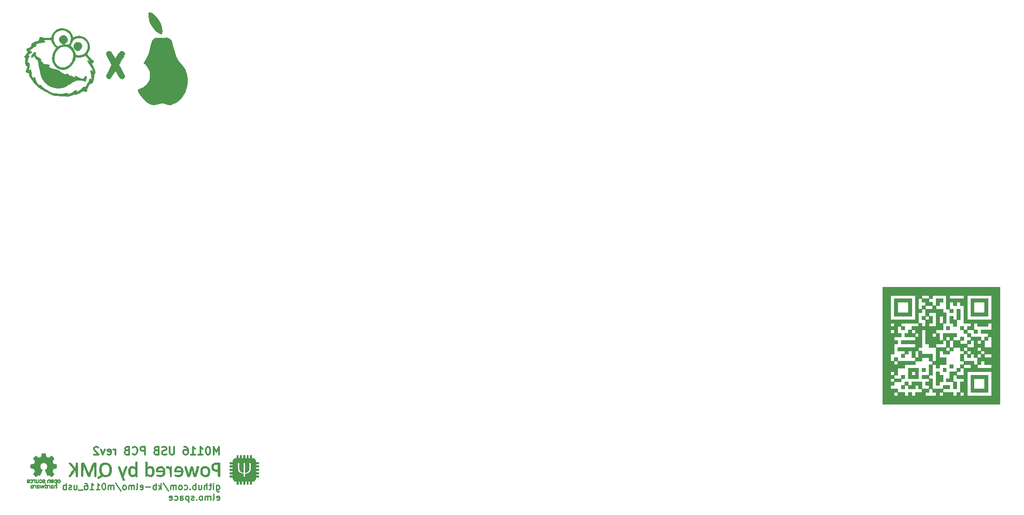
<source format=gbo>
G04 #@! TF.GenerationSoftware,KiCad,Pcbnew,5.1.6-c6e7f7d~87~ubuntu18.04.1*
G04 #@! TF.CreationDate,2020-08-05T12:54:41+02:00*
G04 #@! TF.ProjectId,m0116_usb,6d303131-365f-4757-9362-2e6b69636164,rev?*
G04 #@! TF.SameCoordinates,Original*
G04 #@! TF.FileFunction,Legend,Bot*
G04 #@! TF.FilePolarity,Positive*
%FSLAX46Y46*%
G04 Gerber Fmt 4.6, Leading zero omitted, Abs format (unit mm)*
G04 Created by KiCad (PCBNEW 5.1.6-c6e7f7d~87~ubuntu18.04.1) date 2020-08-05 12:54:41*
%MOMM*%
%LPD*%
G01*
G04 APERTURE LIST*
%ADD10C,0.240000*%
%ADD11C,0.300000*%
%ADD12C,0.010000*%
%ADD13O,1.700000X1.700000*%
%ADD14R,1.700000X1.700000*%
%ADD15C,2.350000*%
%ADD16O,1.850000X1.300000*%
%ADD17C,1.600000*%
%ADD18C,1.700000*%
%ADD19O,1.450000X1.450000*%
%ADD20R,1.450000X1.450000*%
%ADD21O,1.750000X1.200000*%
%ADD22O,2.800000X1.800000*%
%ADD23O,1.800000X1.800000*%
%ADD24R,1.800000X1.800000*%
%ADD25C,2.100000*%
G04 APERTURE END LIST*
D10*
X165795000Y-173601857D02*
X165795000Y-174573285D01*
X165852142Y-174687571D01*
X165909285Y-174744714D01*
X166023571Y-174801857D01*
X166195000Y-174801857D01*
X166309285Y-174744714D01*
X165795000Y-174344714D02*
X165909285Y-174401857D01*
X166137857Y-174401857D01*
X166252142Y-174344714D01*
X166309285Y-174287571D01*
X166366428Y-174173285D01*
X166366428Y-173830428D01*
X166309285Y-173716142D01*
X166252142Y-173659000D01*
X166137857Y-173601857D01*
X165909285Y-173601857D01*
X165795000Y-173659000D01*
X165223571Y-174401857D02*
X165223571Y-173601857D01*
X165223571Y-173201857D02*
X165280714Y-173259000D01*
X165223571Y-173316142D01*
X165166428Y-173259000D01*
X165223571Y-173201857D01*
X165223571Y-173316142D01*
X164823571Y-173601857D02*
X164366428Y-173601857D01*
X164652142Y-173201857D02*
X164652142Y-174230428D01*
X164595000Y-174344714D01*
X164480714Y-174401857D01*
X164366428Y-174401857D01*
X163966428Y-174401857D02*
X163966428Y-173201857D01*
X163452142Y-174401857D02*
X163452142Y-173773285D01*
X163509285Y-173659000D01*
X163623571Y-173601857D01*
X163794999Y-173601857D01*
X163909285Y-173659000D01*
X163966428Y-173716142D01*
X162366428Y-173601857D02*
X162366428Y-174401857D01*
X162880714Y-173601857D02*
X162880714Y-174230428D01*
X162823571Y-174344714D01*
X162709285Y-174401857D01*
X162537857Y-174401857D01*
X162423571Y-174344714D01*
X162366428Y-174287571D01*
X161794999Y-174401857D02*
X161794999Y-173201857D01*
X161794999Y-173659000D02*
X161680714Y-173601857D01*
X161452142Y-173601857D01*
X161337857Y-173659000D01*
X161280714Y-173716142D01*
X161223571Y-173830428D01*
X161223571Y-174173285D01*
X161280714Y-174287571D01*
X161337857Y-174344714D01*
X161452142Y-174401857D01*
X161680714Y-174401857D01*
X161794999Y-174344714D01*
X160709285Y-174287571D02*
X160652142Y-174344714D01*
X160709285Y-174401857D01*
X160766428Y-174344714D01*
X160709285Y-174287571D01*
X160709285Y-174401857D01*
X159623571Y-174344714D02*
X159737857Y-174401857D01*
X159966428Y-174401857D01*
X160080714Y-174344714D01*
X160137857Y-174287571D01*
X160194999Y-174173285D01*
X160194999Y-173830428D01*
X160137857Y-173716142D01*
X160080714Y-173659000D01*
X159966428Y-173601857D01*
X159737857Y-173601857D01*
X159623571Y-173659000D01*
X158937857Y-174401857D02*
X159052142Y-174344714D01*
X159109285Y-174287571D01*
X159166428Y-174173285D01*
X159166428Y-173830428D01*
X159109285Y-173716142D01*
X159052142Y-173659000D01*
X158937857Y-173601857D01*
X158766428Y-173601857D01*
X158652142Y-173659000D01*
X158594999Y-173716142D01*
X158537857Y-173830428D01*
X158537857Y-174173285D01*
X158594999Y-174287571D01*
X158652142Y-174344714D01*
X158766428Y-174401857D01*
X158937857Y-174401857D01*
X158023571Y-174401857D02*
X158023571Y-173601857D01*
X158023571Y-173716142D02*
X157966428Y-173659000D01*
X157852142Y-173601857D01*
X157680714Y-173601857D01*
X157566428Y-173659000D01*
X157509285Y-173773285D01*
X157509285Y-174401857D01*
X157509285Y-173773285D02*
X157452142Y-173659000D01*
X157337857Y-173601857D01*
X157166428Y-173601857D01*
X157052142Y-173659000D01*
X156994999Y-173773285D01*
X156994999Y-174401857D01*
X155566428Y-173144714D02*
X156594999Y-174687571D01*
X155166428Y-174401857D02*
X155166428Y-173201857D01*
X155052142Y-173944714D02*
X154709285Y-174401857D01*
X154709285Y-173601857D02*
X155166428Y-174059000D01*
X154194999Y-174401857D02*
X154194999Y-173201857D01*
X154194999Y-173659000D02*
X154080714Y-173601857D01*
X153852142Y-173601857D01*
X153737857Y-173659000D01*
X153680714Y-173716142D01*
X153623571Y-173830428D01*
X153623571Y-174173285D01*
X153680714Y-174287571D01*
X153737857Y-174344714D01*
X153852142Y-174401857D01*
X154080714Y-174401857D01*
X154194999Y-174344714D01*
X153109285Y-173944714D02*
X152194999Y-173944714D01*
X151166428Y-174344714D02*
X151280714Y-174401857D01*
X151509285Y-174401857D01*
X151623571Y-174344714D01*
X151680714Y-174230428D01*
X151680714Y-173773285D01*
X151623571Y-173659000D01*
X151509285Y-173601857D01*
X151280714Y-173601857D01*
X151166428Y-173659000D01*
X151109285Y-173773285D01*
X151109285Y-173887571D01*
X151680714Y-174001857D01*
X150423571Y-174401857D02*
X150537857Y-174344714D01*
X150594999Y-174230428D01*
X150594999Y-173201857D01*
X149966428Y-174401857D02*
X149966428Y-173601857D01*
X149966428Y-173716142D02*
X149909285Y-173659000D01*
X149794999Y-173601857D01*
X149623571Y-173601857D01*
X149509285Y-173659000D01*
X149452142Y-173773285D01*
X149452142Y-174401857D01*
X149452142Y-173773285D02*
X149394999Y-173659000D01*
X149280714Y-173601857D01*
X149109285Y-173601857D01*
X148994999Y-173659000D01*
X148937857Y-173773285D01*
X148937857Y-174401857D01*
X148194999Y-174401857D02*
X148309285Y-174344714D01*
X148366428Y-174287571D01*
X148423571Y-174173285D01*
X148423571Y-173830428D01*
X148366428Y-173716142D01*
X148309285Y-173659000D01*
X148194999Y-173601857D01*
X148023571Y-173601857D01*
X147909285Y-173659000D01*
X147852142Y-173716142D01*
X147794999Y-173830428D01*
X147794999Y-174173285D01*
X147852142Y-174287571D01*
X147909285Y-174344714D01*
X148023571Y-174401857D01*
X148194999Y-174401857D01*
X146423571Y-173144714D02*
X147452142Y-174687571D01*
X146023571Y-174401857D02*
X146023571Y-173601857D01*
X146023571Y-173716142D02*
X145966428Y-173659000D01*
X145852142Y-173601857D01*
X145680714Y-173601857D01*
X145566428Y-173659000D01*
X145509285Y-173773285D01*
X145509285Y-174401857D01*
X145509285Y-173773285D02*
X145452142Y-173659000D01*
X145337857Y-173601857D01*
X145166428Y-173601857D01*
X145052142Y-173659000D01*
X144994999Y-173773285D01*
X144994999Y-174401857D01*
X144194999Y-173201857D02*
X144080714Y-173201857D01*
X143966428Y-173259000D01*
X143909285Y-173316142D01*
X143852142Y-173430428D01*
X143794999Y-173659000D01*
X143794999Y-173944714D01*
X143852142Y-174173285D01*
X143909285Y-174287571D01*
X143966428Y-174344714D01*
X144080714Y-174401857D01*
X144194999Y-174401857D01*
X144309285Y-174344714D01*
X144366428Y-174287571D01*
X144423571Y-174173285D01*
X144480714Y-173944714D01*
X144480714Y-173659000D01*
X144423571Y-173430428D01*
X144366428Y-173316142D01*
X144309285Y-173259000D01*
X144194999Y-173201857D01*
X142652142Y-174401857D02*
X143337857Y-174401857D01*
X142994999Y-174401857D02*
X142994999Y-173201857D01*
X143109285Y-173373285D01*
X143223571Y-173487571D01*
X143337857Y-173544714D01*
X141509285Y-174401857D02*
X142194999Y-174401857D01*
X141852142Y-174401857D02*
X141852142Y-173201857D01*
X141966428Y-173373285D01*
X142080714Y-173487571D01*
X142194999Y-173544714D01*
X140480714Y-173201857D02*
X140709285Y-173201857D01*
X140823571Y-173259000D01*
X140880714Y-173316142D01*
X140994999Y-173487571D01*
X141052142Y-173716142D01*
X141052142Y-174173285D01*
X140994999Y-174287571D01*
X140937857Y-174344714D01*
X140823571Y-174401857D01*
X140594999Y-174401857D01*
X140480714Y-174344714D01*
X140423571Y-174287571D01*
X140366428Y-174173285D01*
X140366428Y-173887571D01*
X140423571Y-173773285D01*
X140480714Y-173716142D01*
X140594999Y-173659000D01*
X140823571Y-173659000D01*
X140937857Y-173716142D01*
X140994999Y-173773285D01*
X141052142Y-173887571D01*
X140137857Y-174516142D02*
X139223571Y-174516142D01*
X138423571Y-173601857D02*
X138423571Y-174401857D01*
X138937857Y-173601857D02*
X138937857Y-174230428D01*
X138880714Y-174344714D01*
X138766428Y-174401857D01*
X138594999Y-174401857D01*
X138480714Y-174344714D01*
X138423571Y-174287571D01*
X137909285Y-174344714D02*
X137794999Y-174401857D01*
X137566428Y-174401857D01*
X137452142Y-174344714D01*
X137394999Y-174230428D01*
X137394999Y-174173285D01*
X137452142Y-174059000D01*
X137566428Y-174001857D01*
X137737857Y-174001857D01*
X137852142Y-173944714D01*
X137909285Y-173830428D01*
X137909285Y-173773285D01*
X137852142Y-173659000D01*
X137737857Y-173601857D01*
X137566428Y-173601857D01*
X137452142Y-173659000D01*
X136880714Y-174401857D02*
X136880714Y-173201857D01*
X136880714Y-173659000D02*
X136766428Y-173601857D01*
X136537857Y-173601857D01*
X136423571Y-173659000D01*
X136366428Y-173716142D01*
X136309285Y-173830428D01*
X136309285Y-174173285D01*
X136366428Y-174287571D01*
X136423571Y-174344714D01*
X136537857Y-174401857D01*
X136766428Y-174401857D01*
X136880714Y-174344714D01*
X165852142Y-176384714D02*
X165966428Y-176441857D01*
X166195000Y-176441857D01*
X166309285Y-176384714D01*
X166366428Y-176270428D01*
X166366428Y-175813285D01*
X166309285Y-175699000D01*
X166195000Y-175641857D01*
X165966428Y-175641857D01*
X165852142Y-175699000D01*
X165795000Y-175813285D01*
X165795000Y-175927571D01*
X166366428Y-176041857D01*
X165109285Y-176441857D02*
X165223571Y-176384714D01*
X165280714Y-176270428D01*
X165280714Y-175241857D01*
X164652142Y-176441857D02*
X164652142Y-175641857D01*
X164652142Y-175756142D02*
X164595000Y-175699000D01*
X164480714Y-175641857D01*
X164309285Y-175641857D01*
X164195000Y-175699000D01*
X164137857Y-175813285D01*
X164137857Y-176441857D01*
X164137857Y-175813285D02*
X164080714Y-175699000D01*
X163966428Y-175641857D01*
X163795000Y-175641857D01*
X163680714Y-175699000D01*
X163623571Y-175813285D01*
X163623571Y-176441857D01*
X162880714Y-176441857D02*
X162995000Y-176384714D01*
X163052142Y-176327571D01*
X163109285Y-176213285D01*
X163109285Y-175870428D01*
X163052142Y-175756142D01*
X162995000Y-175699000D01*
X162880714Y-175641857D01*
X162709285Y-175641857D01*
X162595000Y-175699000D01*
X162537857Y-175756142D01*
X162480714Y-175870428D01*
X162480714Y-176213285D01*
X162537857Y-176327571D01*
X162595000Y-176384714D01*
X162709285Y-176441857D01*
X162880714Y-176441857D01*
X161966428Y-176327571D02*
X161909285Y-176384714D01*
X161966428Y-176441857D01*
X162023571Y-176384714D01*
X161966428Y-176327571D01*
X161966428Y-176441857D01*
X161452142Y-176384714D02*
X161337857Y-176441857D01*
X161109285Y-176441857D01*
X160995000Y-176384714D01*
X160937857Y-176270428D01*
X160937857Y-176213285D01*
X160995000Y-176099000D01*
X161109285Y-176041857D01*
X161280714Y-176041857D01*
X161395000Y-175984714D01*
X161452142Y-175870428D01*
X161452142Y-175813285D01*
X161395000Y-175699000D01*
X161280714Y-175641857D01*
X161109285Y-175641857D01*
X160995000Y-175699000D01*
X160423571Y-175641857D02*
X160423571Y-176841857D01*
X160423571Y-175699000D02*
X160309285Y-175641857D01*
X160080714Y-175641857D01*
X159966428Y-175699000D01*
X159909285Y-175756142D01*
X159852142Y-175870428D01*
X159852142Y-176213285D01*
X159909285Y-176327571D01*
X159966428Y-176384714D01*
X160080714Y-176441857D01*
X160309285Y-176441857D01*
X160423571Y-176384714D01*
X158823571Y-176441857D02*
X158823571Y-175813285D01*
X158880714Y-175699000D01*
X158995000Y-175641857D01*
X159223571Y-175641857D01*
X159337857Y-175699000D01*
X158823571Y-176384714D02*
X158937857Y-176441857D01*
X159223571Y-176441857D01*
X159337857Y-176384714D01*
X159395000Y-176270428D01*
X159395000Y-176156142D01*
X159337857Y-176041857D01*
X159223571Y-175984714D01*
X158937857Y-175984714D01*
X158823571Y-175927571D01*
X157737857Y-176384714D02*
X157852142Y-176441857D01*
X158080714Y-176441857D01*
X158195000Y-176384714D01*
X158252142Y-176327571D01*
X158309285Y-176213285D01*
X158309285Y-175870428D01*
X158252142Y-175756142D01*
X158195000Y-175699000D01*
X158080714Y-175641857D01*
X157852142Y-175641857D01*
X157737857Y-175699000D01*
X156766428Y-176384714D02*
X156880714Y-176441857D01*
X157109285Y-176441857D01*
X157223571Y-176384714D01*
X157280714Y-176270428D01*
X157280714Y-175813285D01*
X157223571Y-175699000D01*
X157109285Y-175641857D01*
X156880714Y-175641857D01*
X156766428Y-175699000D01*
X156709285Y-175813285D01*
X156709285Y-175927571D01*
X157280714Y-176041857D01*
D11*
X166269285Y-167683571D02*
X166269285Y-166183571D01*
X165769285Y-167255000D01*
X165269285Y-166183571D01*
X165269285Y-167683571D01*
X164269285Y-166183571D02*
X164126428Y-166183571D01*
X163983571Y-166255000D01*
X163912142Y-166326428D01*
X163840714Y-166469285D01*
X163769285Y-166755000D01*
X163769285Y-167112142D01*
X163840714Y-167397857D01*
X163912142Y-167540714D01*
X163983571Y-167612142D01*
X164126428Y-167683571D01*
X164269285Y-167683571D01*
X164412142Y-167612142D01*
X164483571Y-167540714D01*
X164555000Y-167397857D01*
X164626428Y-167112142D01*
X164626428Y-166755000D01*
X164555000Y-166469285D01*
X164483571Y-166326428D01*
X164412142Y-166255000D01*
X164269285Y-166183571D01*
X162340714Y-167683571D02*
X163197857Y-167683571D01*
X162769285Y-167683571D02*
X162769285Y-166183571D01*
X162912142Y-166397857D01*
X163055000Y-166540714D01*
X163197857Y-166612142D01*
X160912142Y-167683571D02*
X161769285Y-167683571D01*
X161340714Y-167683571D02*
X161340714Y-166183571D01*
X161483571Y-166397857D01*
X161626428Y-166540714D01*
X161769285Y-166612142D01*
X159626428Y-166183571D02*
X159912142Y-166183571D01*
X160055000Y-166255000D01*
X160126428Y-166326428D01*
X160269285Y-166540714D01*
X160340714Y-166826428D01*
X160340714Y-167397857D01*
X160269285Y-167540714D01*
X160197857Y-167612142D01*
X160055000Y-167683571D01*
X159769285Y-167683571D01*
X159626428Y-167612142D01*
X159555000Y-167540714D01*
X159483571Y-167397857D01*
X159483571Y-167040714D01*
X159555000Y-166897857D01*
X159626428Y-166826428D01*
X159769285Y-166755000D01*
X160055000Y-166755000D01*
X160197857Y-166826428D01*
X160269285Y-166897857D01*
X160340714Y-167040714D01*
X157697857Y-166183571D02*
X157697857Y-167397857D01*
X157626428Y-167540714D01*
X157555000Y-167612142D01*
X157412142Y-167683571D01*
X157126428Y-167683571D01*
X156983571Y-167612142D01*
X156912142Y-167540714D01*
X156840714Y-167397857D01*
X156840714Y-166183571D01*
X156197857Y-167612142D02*
X155983571Y-167683571D01*
X155626428Y-167683571D01*
X155483571Y-167612142D01*
X155412142Y-167540714D01*
X155340714Y-167397857D01*
X155340714Y-167255000D01*
X155412142Y-167112142D01*
X155483571Y-167040714D01*
X155626428Y-166969285D01*
X155912142Y-166897857D01*
X156055000Y-166826428D01*
X156126428Y-166755000D01*
X156197857Y-166612142D01*
X156197857Y-166469285D01*
X156126428Y-166326428D01*
X156055000Y-166255000D01*
X155912142Y-166183571D01*
X155555000Y-166183571D01*
X155340714Y-166255000D01*
X154197857Y-166897857D02*
X153983571Y-166969285D01*
X153912142Y-167040714D01*
X153840714Y-167183571D01*
X153840714Y-167397857D01*
X153912142Y-167540714D01*
X153983571Y-167612142D01*
X154126428Y-167683571D01*
X154697857Y-167683571D01*
X154697857Y-166183571D01*
X154197857Y-166183571D01*
X154055000Y-166255000D01*
X153983571Y-166326428D01*
X153912142Y-166469285D01*
X153912142Y-166612142D01*
X153983571Y-166755000D01*
X154055000Y-166826428D01*
X154197857Y-166897857D01*
X154697857Y-166897857D01*
X152055000Y-167683571D02*
X152055000Y-166183571D01*
X151483571Y-166183571D01*
X151340714Y-166255000D01*
X151269285Y-166326428D01*
X151197857Y-166469285D01*
X151197857Y-166683571D01*
X151269285Y-166826428D01*
X151340714Y-166897857D01*
X151483571Y-166969285D01*
X152055000Y-166969285D01*
X149697857Y-167540714D02*
X149769285Y-167612142D01*
X149983571Y-167683571D01*
X150126428Y-167683571D01*
X150340714Y-167612142D01*
X150483571Y-167469285D01*
X150555000Y-167326428D01*
X150626428Y-167040714D01*
X150626428Y-166826428D01*
X150555000Y-166540714D01*
X150483571Y-166397857D01*
X150340714Y-166255000D01*
X150126428Y-166183571D01*
X149983571Y-166183571D01*
X149769285Y-166255000D01*
X149697857Y-166326428D01*
X148555000Y-166897857D02*
X148340714Y-166969285D01*
X148269285Y-167040714D01*
X148197857Y-167183571D01*
X148197857Y-167397857D01*
X148269285Y-167540714D01*
X148340714Y-167612142D01*
X148483571Y-167683571D01*
X149055000Y-167683571D01*
X149055000Y-166183571D01*
X148555000Y-166183571D01*
X148412142Y-166255000D01*
X148340714Y-166326428D01*
X148269285Y-166469285D01*
X148269285Y-166612142D01*
X148340714Y-166755000D01*
X148412142Y-166826428D01*
X148555000Y-166897857D01*
X149055000Y-166897857D01*
X146412142Y-167683571D02*
X146412142Y-166683571D01*
X146412142Y-166969285D02*
X146340714Y-166826428D01*
X146269285Y-166755000D01*
X146126428Y-166683571D01*
X145983571Y-166683571D01*
X144912142Y-167612142D02*
X145055000Y-167683571D01*
X145340714Y-167683571D01*
X145483571Y-167612142D01*
X145555000Y-167469285D01*
X145555000Y-166897857D01*
X145483571Y-166755000D01*
X145340714Y-166683571D01*
X145055000Y-166683571D01*
X144912142Y-166755000D01*
X144840714Y-166897857D01*
X144840714Y-167040714D01*
X145555000Y-167183571D01*
X144340714Y-166683571D02*
X143983571Y-167683571D01*
X143626428Y-166683571D01*
X143126428Y-166326428D02*
X143055000Y-166255000D01*
X142912142Y-166183571D01*
X142555000Y-166183571D01*
X142412142Y-166255000D01*
X142340714Y-166326428D01*
X142269285Y-166469285D01*
X142269285Y-166612142D01*
X142340714Y-166826428D01*
X143197857Y-167683571D01*
X142269285Y-167683571D01*
D12*
G04 #@! TO.C,G\u002A\u002A\u002A*
G36*
X306038250Y-147034250D02*
G01*
X306705000Y-147034250D01*
X306705000Y-145700750D01*
X306038250Y-145700750D01*
X306038250Y-147034250D01*
G37*
X306038250Y-147034250D02*
X306705000Y-147034250D01*
X306705000Y-145700750D01*
X306038250Y-145700750D01*
X306038250Y-147034250D01*
G36*
X296037000Y-141033500D02*
G01*
X299370750Y-141033500D01*
X299370750Y-138366500D01*
X298704000Y-138366500D01*
X298704000Y-140366750D01*
X296703750Y-140366750D01*
X296703750Y-138366500D01*
X298704000Y-138366500D01*
X299370750Y-138366500D01*
X299370750Y-137699750D01*
X296037000Y-137699750D01*
X296037000Y-141033500D01*
G37*
X296037000Y-141033500D02*
X299370750Y-141033500D01*
X299370750Y-138366500D01*
X298704000Y-138366500D01*
X298704000Y-140366750D01*
X296703750Y-140366750D01*
X296703750Y-138366500D01*
X298704000Y-138366500D01*
X299370750Y-138366500D01*
X299370750Y-137699750D01*
X296037000Y-137699750D01*
X296037000Y-141033500D01*
G36*
X310705500Y-141033500D02*
G01*
X314039250Y-141033500D01*
X314039250Y-138366500D01*
X313372500Y-138366500D01*
X313372500Y-140366750D01*
X311372250Y-140366750D01*
X311372250Y-138366500D01*
X313372500Y-138366500D01*
X314039250Y-138366500D01*
X314039250Y-137699750D01*
X310705500Y-137699750D01*
X310705500Y-141033500D01*
G37*
X310705500Y-141033500D02*
X314039250Y-141033500D01*
X314039250Y-138366500D01*
X313372500Y-138366500D01*
X313372500Y-140366750D01*
X311372250Y-140366750D01*
X311372250Y-138366500D01*
X313372500Y-138366500D01*
X314039250Y-138366500D01*
X314039250Y-137699750D01*
X310705500Y-137699750D01*
X310705500Y-141033500D01*
G36*
X306705000Y-140366750D02*
G01*
X307371750Y-140366750D01*
X307371750Y-139700000D01*
X306705000Y-139700000D01*
X306705000Y-140366750D01*
G37*
X306705000Y-140366750D02*
X307371750Y-140366750D01*
X307371750Y-139700000D01*
X306705000Y-139700000D01*
X306705000Y-140366750D01*
G36*
X308705250Y-141700250D02*
G01*
X308705250Y-139700000D01*
X308038500Y-139700000D01*
X308038500Y-141700250D01*
X308705250Y-141700250D01*
G37*
X308705250Y-141700250D02*
X308705250Y-139700000D01*
X308038500Y-139700000D01*
X308038500Y-141700250D01*
X308705250Y-141700250D01*
G36*
X307371750Y-141700250D02*
G01*
X307371750Y-141033500D01*
X306705000Y-141033500D01*
X306705000Y-142367000D01*
X307371750Y-142367000D01*
X307371750Y-143033750D01*
X308038500Y-143033750D01*
X308038500Y-141700250D01*
X307371750Y-141700250D01*
G37*
X307371750Y-141700250D02*
X307371750Y-141033500D01*
X306705000Y-141033500D01*
X306705000Y-142367000D01*
X307371750Y-142367000D01*
X307371750Y-143033750D01*
X308038500Y-143033750D01*
X308038500Y-141700250D01*
X307371750Y-141700250D01*
G36*
X297370500Y-143700500D02*
G01*
X298037250Y-143700500D01*
X298037250Y-143033750D01*
X297370500Y-143033750D01*
X297370500Y-143700500D01*
G37*
X297370500Y-143700500D02*
X298037250Y-143700500D01*
X298037250Y-143033750D01*
X297370500Y-143033750D01*
X297370500Y-143700500D01*
G36*
X306038250Y-143700500D02*
G01*
X306705000Y-143700500D01*
X306705000Y-143033750D01*
X306038250Y-143033750D01*
X306038250Y-143700500D01*
G37*
X306038250Y-143700500D02*
X306705000Y-143700500D01*
X306705000Y-143033750D01*
X306038250Y-143033750D01*
X306038250Y-143700500D01*
G36*
X311372250Y-144367250D02*
G01*
X312039000Y-144367250D01*
X312039000Y-143700500D01*
X311372250Y-143700500D01*
X311372250Y-144367250D01*
G37*
X311372250Y-144367250D02*
X312039000Y-144367250D01*
X312039000Y-143700500D01*
X311372250Y-143700500D01*
X311372250Y-144367250D01*
G36*
X310038750Y-143700500D02*
G01*
X309372000Y-143700500D01*
X309372000Y-144367250D01*
X310038750Y-144367250D01*
X310038750Y-143700500D01*
G37*
X310038750Y-143700500D02*
X309372000Y-143700500D01*
X309372000Y-144367250D01*
X310038750Y-144367250D01*
X310038750Y-143700500D01*
G36*
X309372000Y-143033750D02*
G01*
X308705250Y-143033750D01*
X308705250Y-143700500D01*
X309372000Y-143700500D01*
X309372000Y-143033750D01*
G37*
X309372000Y-143033750D02*
X308705250Y-143033750D01*
X308705250Y-143700500D01*
X309372000Y-143700500D01*
X309372000Y-143033750D01*
G36*
X310038750Y-145034000D02*
G01*
X310705500Y-145034000D01*
X310705500Y-144367250D01*
X310038750Y-144367250D01*
X310038750Y-145034000D01*
G37*
X310038750Y-145034000D02*
X310705500Y-145034000D01*
X310705500Y-144367250D01*
X310038750Y-144367250D01*
X310038750Y-145034000D01*
G36*
X313372500Y-145700750D02*
G01*
X314039250Y-145700750D01*
X314039250Y-145034000D01*
X313372500Y-145034000D01*
X313372500Y-145700750D01*
G37*
X313372500Y-145700750D02*
X314039250Y-145700750D01*
X314039250Y-145034000D01*
X313372500Y-145034000D01*
X313372500Y-145700750D01*
G36*
X296037000Y-149701250D02*
G01*
X296703750Y-149701250D01*
X296703750Y-149034500D01*
X296037000Y-149034500D01*
X296037000Y-149701250D01*
G37*
X296037000Y-149701250D02*
X296703750Y-149701250D01*
X296703750Y-149034500D01*
X296037000Y-149034500D01*
X296037000Y-149701250D01*
G36*
X306705000Y-151034750D02*
G01*
X307371750Y-151034750D01*
X307371750Y-150368000D01*
X306705000Y-150368000D01*
X306705000Y-151034750D01*
G37*
X306705000Y-151034750D02*
X307371750Y-151034750D01*
X307371750Y-150368000D01*
X306705000Y-150368000D01*
X306705000Y-151034750D01*
G36*
X301371000Y-151701500D02*
G01*
X302037750Y-151701500D01*
X302037750Y-151034750D01*
X301371000Y-151034750D01*
X301371000Y-151701500D01*
G37*
X301371000Y-151701500D02*
X302037750Y-151701500D01*
X302037750Y-151034750D01*
X301371000Y-151034750D01*
X301371000Y-151701500D01*
G36*
X305371500Y-151701500D02*
G01*
X306038250Y-151701500D01*
X306038250Y-151034750D01*
X305371500Y-151034750D01*
X305371500Y-151701500D01*
G37*
X305371500Y-151701500D02*
X306038250Y-151701500D01*
X306038250Y-151034750D01*
X305371500Y-151034750D01*
X305371500Y-151701500D01*
G36*
X298704000Y-153035000D02*
G01*
X300704250Y-153035000D01*
X300704250Y-151701500D01*
X300037500Y-151701500D01*
X300037500Y-152368250D01*
X299370750Y-152368250D01*
X299370750Y-151701500D01*
X300037500Y-151701500D01*
X300704250Y-151701500D01*
X300704250Y-151034750D01*
X298704000Y-151034750D01*
X298704000Y-153035000D01*
G37*
X298704000Y-153035000D02*
X300704250Y-153035000D01*
X300704250Y-151701500D01*
X300037500Y-151701500D01*
X300037500Y-152368250D01*
X299370750Y-152368250D01*
X299370750Y-151701500D01*
X300037500Y-151701500D01*
X300704250Y-151701500D01*
X300704250Y-151034750D01*
X298704000Y-151034750D01*
X298704000Y-153035000D01*
G36*
X298037250Y-153035000D02*
G01*
X298037250Y-152368250D01*
X297370500Y-152368250D01*
X297370500Y-153035000D01*
X298037250Y-153035000D01*
G37*
X298037250Y-153035000D02*
X298037250Y-152368250D01*
X297370500Y-152368250D01*
X297370500Y-153035000D01*
X298037250Y-153035000D01*
G36*
X296037000Y-153035000D02*
G01*
X296037000Y-153701750D01*
X297370500Y-153701750D01*
X297370500Y-153035000D01*
X296037000Y-153035000D01*
G37*
X296037000Y-153035000D02*
X296037000Y-153701750D01*
X297370500Y-153701750D01*
X297370500Y-153035000D01*
X296037000Y-153035000D01*
G36*
X304038000Y-154368500D02*
G01*
X304704750Y-154368500D01*
X304704750Y-153701750D01*
X305371500Y-153701750D01*
X305371500Y-152368250D01*
X304704750Y-152368250D01*
X304704750Y-151701500D01*
X304038000Y-151701500D01*
X304038000Y-154368500D01*
G37*
X304038000Y-154368500D02*
X304704750Y-154368500D01*
X304704750Y-153701750D01*
X305371500Y-153701750D01*
X305371500Y-152368250D01*
X304704750Y-152368250D01*
X304704750Y-151701500D01*
X304038000Y-151701500D01*
X304038000Y-154368500D01*
G36*
X298704000Y-155035250D02*
G01*
X300037500Y-155035250D01*
X300037500Y-154368500D01*
X300704250Y-154368500D01*
X300704250Y-155035250D01*
X301371000Y-155035250D01*
X301371000Y-153701750D01*
X299370750Y-153701750D01*
X299370750Y-154368500D01*
X298704000Y-154368500D01*
X298704000Y-155035250D01*
G37*
X298704000Y-155035250D02*
X300037500Y-155035250D01*
X300037500Y-154368500D01*
X300704250Y-154368500D01*
X300704250Y-155035250D01*
X301371000Y-155035250D01*
X301371000Y-153701750D01*
X299370750Y-153701750D01*
X299370750Y-154368500D01*
X298704000Y-154368500D01*
X298704000Y-155035250D01*
G36*
X298704000Y-153701750D02*
G01*
X298037250Y-153701750D01*
X298037250Y-154368500D01*
X298704000Y-154368500D01*
X298704000Y-153701750D01*
G37*
X298704000Y-153701750D02*
X298037250Y-153701750D01*
X298037250Y-154368500D01*
X298704000Y-154368500D01*
X298704000Y-153701750D01*
G36*
X297370500Y-155035250D02*
G01*
X298037250Y-155035250D01*
X298037250Y-154368500D01*
X297370500Y-154368500D01*
X297370500Y-155035250D01*
G37*
X297370500Y-155035250D02*
X298037250Y-155035250D01*
X298037250Y-154368500D01*
X297370500Y-154368500D01*
X297370500Y-155035250D01*
G36*
X303371250Y-139700000D02*
G01*
X302037750Y-139700000D01*
X302037750Y-141033500D01*
X302704500Y-141033500D01*
X302704500Y-141700250D01*
X302037750Y-141700250D01*
X302037750Y-143033750D01*
X301371000Y-143033750D01*
X301371000Y-142367000D01*
X300704250Y-142367000D01*
X300704250Y-143033750D01*
X299370750Y-143033750D01*
X299370750Y-143700500D01*
X300037500Y-143700500D01*
X300037500Y-144367250D01*
X300704250Y-144367250D01*
X300704250Y-145034000D01*
X300037500Y-145034000D01*
X300037500Y-145700750D01*
X297370500Y-145700750D01*
X297370500Y-146367500D01*
X300037500Y-146367500D01*
X300037500Y-147034250D01*
X296703750Y-147034250D01*
X296703750Y-147701000D01*
X298037250Y-147701000D01*
X298037250Y-148367750D01*
X298704000Y-148367750D01*
X298704000Y-147701000D01*
X299370750Y-147701000D01*
X299370750Y-149034500D01*
X300037500Y-149034500D01*
X300037500Y-149701250D01*
X301371000Y-149701250D01*
X301371000Y-149034500D01*
X302704500Y-149034500D01*
X302704500Y-149701250D01*
X303371250Y-149701250D01*
X303371250Y-150368000D01*
X304038000Y-150368000D01*
X304038000Y-151034750D01*
X304704750Y-151034750D01*
X304704750Y-150368000D01*
X306038250Y-150368000D01*
X306038250Y-149701250D01*
X304038000Y-149701250D01*
X303371250Y-149701250D01*
X303371250Y-148367750D01*
X301371000Y-148367750D01*
X301371000Y-147701000D01*
X300704250Y-147701000D01*
X300704250Y-149034500D01*
X300037500Y-149034500D01*
X300037500Y-147701000D01*
X300704250Y-147701000D01*
X300704250Y-147034250D01*
X301371000Y-147034250D01*
X301371000Y-143700500D01*
X302037750Y-143700500D01*
X302037750Y-146367500D01*
X302704500Y-146367500D01*
X302704500Y-147034250D01*
X304038000Y-147034250D01*
X304038000Y-149701250D01*
X306038250Y-149701250D01*
X306038250Y-149034500D01*
X304704750Y-149034500D01*
X304704750Y-147701000D01*
X305371500Y-147701000D01*
X305371500Y-148367750D01*
X306705000Y-148367750D01*
X306705000Y-147701000D01*
X306038250Y-147701000D01*
X306038250Y-147034250D01*
X304038000Y-147034250D01*
X304038000Y-146367500D01*
X305371500Y-146367500D01*
X305371500Y-145700750D01*
X304704750Y-145700750D01*
X304704750Y-144367250D01*
X304038000Y-144367250D01*
X304038000Y-145034000D01*
X303371250Y-145034000D01*
X303371250Y-144367250D01*
X304038000Y-144367250D01*
X304038000Y-143700500D01*
X305371500Y-143700500D01*
X305371500Y-142367000D01*
X306038250Y-142367000D01*
X306038250Y-141033500D01*
X305371500Y-141033500D01*
X305371500Y-142367000D01*
X304704750Y-142367000D01*
X304704750Y-141033500D01*
X305371500Y-141033500D01*
X306038250Y-141033500D01*
X306038250Y-140366750D01*
X305371500Y-140366750D01*
X304038000Y-140366750D01*
X304038000Y-143033750D01*
X302704500Y-143033750D01*
X302704500Y-142367000D01*
X303371250Y-142367000D01*
X303371250Y-141033500D01*
X302704500Y-141033500D01*
X302704500Y-140366750D01*
X304038000Y-140366750D01*
X305371500Y-140366750D01*
X305371500Y-139700000D01*
X304038000Y-139700000D01*
X304038000Y-139033250D01*
X303371250Y-139033250D01*
X303371250Y-139700000D01*
G37*
X303371250Y-139700000D02*
X302037750Y-139700000D01*
X302037750Y-141033500D01*
X302704500Y-141033500D01*
X302704500Y-141700250D01*
X302037750Y-141700250D01*
X302037750Y-143033750D01*
X301371000Y-143033750D01*
X301371000Y-142367000D01*
X300704250Y-142367000D01*
X300704250Y-143033750D01*
X299370750Y-143033750D01*
X299370750Y-143700500D01*
X300037500Y-143700500D01*
X300037500Y-144367250D01*
X300704250Y-144367250D01*
X300704250Y-145034000D01*
X300037500Y-145034000D01*
X300037500Y-145700750D01*
X297370500Y-145700750D01*
X297370500Y-146367500D01*
X300037500Y-146367500D01*
X300037500Y-147034250D01*
X296703750Y-147034250D01*
X296703750Y-147701000D01*
X298037250Y-147701000D01*
X298037250Y-148367750D01*
X298704000Y-148367750D01*
X298704000Y-147701000D01*
X299370750Y-147701000D01*
X299370750Y-149034500D01*
X300037500Y-149034500D01*
X300037500Y-149701250D01*
X301371000Y-149701250D01*
X301371000Y-149034500D01*
X302704500Y-149034500D01*
X302704500Y-149701250D01*
X303371250Y-149701250D01*
X303371250Y-150368000D01*
X304038000Y-150368000D01*
X304038000Y-151034750D01*
X304704750Y-151034750D01*
X304704750Y-150368000D01*
X306038250Y-150368000D01*
X306038250Y-149701250D01*
X304038000Y-149701250D01*
X303371250Y-149701250D01*
X303371250Y-148367750D01*
X301371000Y-148367750D01*
X301371000Y-147701000D01*
X300704250Y-147701000D01*
X300704250Y-149034500D01*
X300037500Y-149034500D01*
X300037500Y-147701000D01*
X300704250Y-147701000D01*
X300704250Y-147034250D01*
X301371000Y-147034250D01*
X301371000Y-143700500D01*
X302037750Y-143700500D01*
X302037750Y-146367500D01*
X302704500Y-146367500D01*
X302704500Y-147034250D01*
X304038000Y-147034250D01*
X304038000Y-149701250D01*
X306038250Y-149701250D01*
X306038250Y-149034500D01*
X304704750Y-149034500D01*
X304704750Y-147701000D01*
X305371500Y-147701000D01*
X305371500Y-148367750D01*
X306705000Y-148367750D01*
X306705000Y-147701000D01*
X306038250Y-147701000D01*
X306038250Y-147034250D01*
X304038000Y-147034250D01*
X304038000Y-146367500D01*
X305371500Y-146367500D01*
X305371500Y-145700750D01*
X304704750Y-145700750D01*
X304704750Y-144367250D01*
X304038000Y-144367250D01*
X304038000Y-145034000D01*
X303371250Y-145034000D01*
X303371250Y-144367250D01*
X304038000Y-144367250D01*
X304038000Y-143700500D01*
X305371500Y-143700500D01*
X305371500Y-142367000D01*
X306038250Y-142367000D01*
X306038250Y-141033500D01*
X305371500Y-141033500D01*
X305371500Y-142367000D01*
X304704750Y-142367000D01*
X304704750Y-141033500D01*
X305371500Y-141033500D01*
X306038250Y-141033500D01*
X306038250Y-140366750D01*
X305371500Y-140366750D01*
X304038000Y-140366750D01*
X304038000Y-143033750D01*
X302704500Y-143033750D01*
X302704500Y-142367000D01*
X303371250Y-142367000D01*
X303371250Y-141033500D01*
X302704500Y-141033500D01*
X302704500Y-140366750D01*
X304038000Y-140366750D01*
X305371500Y-140366750D01*
X305371500Y-139700000D01*
X304038000Y-139700000D01*
X304038000Y-139033250D01*
X303371250Y-139033250D01*
X303371250Y-139700000D01*
G36*
X303371250Y-138366500D02*
G01*
X302704500Y-138366500D01*
X302704500Y-137699750D01*
X301371000Y-137699750D01*
X301371000Y-138366500D01*
X302037750Y-138366500D01*
X302037750Y-139033250D01*
X303371250Y-139033250D01*
X303371250Y-138366500D01*
G37*
X303371250Y-138366500D02*
X302704500Y-138366500D01*
X302704500Y-137699750D01*
X301371000Y-137699750D01*
X301371000Y-138366500D01*
X302037750Y-138366500D01*
X302037750Y-139033250D01*
X303371250Y-139033250D01*
X303371250Y-138366500D01*
G36*
X302037750Y-139033250D02*
G01*
X301371000Y-139033250D01*
X301371000Y-139700000D01*
X302037750Y-139700000D01*
X302037750Y-139033250D01*
G37*
X302037750Y-139033250D02*
X301371000Y-139033250D01*
X301371000Y-139700000D01*
X302037750Y-139700000D01*
X302037750Y-139033250D01*
G36*
X302037750Y-141033500D02*
G01*
X301371000Y-141033500D01*
X301371000Y-141700250D01*
X302037750Y-141700250D01*
X302037750Y-141033500D01*
G37*
X302037750Y-141033500D02*
X301371000Y-141033500D01*
X301371000Y-141700250D01*
X302037750Y-141700250D01*
X302037750Y-141033500D01*
G36*
X300037500Y-144367250D02*
G01*
X299370750Y-144367250D01*
X299370750Y-143700500D01*
X298704000Y-143700500D01*
X298704000Y-144367250D01*
X298037250Y-144367250D01*
X298037250Y-145034000D01*
X300037500Y-145034000D01*
X300037500Y-144367250D01*
G37*
X300037500Y-144367250D02*
X299370750Y-144367250D01*
X299370750Y-143700500D01*
X298704000Y-143700500D01*
X298704000Y-144367250D01*
X298037250Y-144367250D01*
X298037250Y-145034000D01*
X300037500Y-145034000D01*
X300037500Y-144367250D01*
G36*
X310038750Y-147701000D02*
G01*
X309372000Y-147701000D01*
X309372000Y-148367750D01*
X310038750Y-148367750D01*
X310038750Y-147701000D01*
G37*
X310038750Y-147701000D02*
X309372000Y-147701000D01*
X309372000Y-148367750D01*
X310038750Y-148367750D01*
X310038750Y-147701000D01*
G36*
X309372000Y-147034250D02*
G01*
X310038750Y-147034250D01*
X310038750Y-146367500D01*
X308705250Y-146367500D01*
X308705250Y-145700750D01*
X307371750Y-145700750D01*
X307371750Y-147034250D01*
X308705250Y-147034250D01*
X308705250Y-147701000D01*
X309372000Y-147701000D01*
X309372000Y-147034250D01*
G37*
X309372000Y-147034250D02*
X310038750Y-147034250D01*
X310038750Y-146367500D01*
X308705250Y-146367500D01*
X308705250Y-145700750D01*
X307371750Y-145700750D01*
X307371750Y-147034250D01*
X308705250Y-147034250D01*
X308705250Y-147701000D01*
X309372000Y-147701000D01*
X309372000Y-147034250D01*
G36*
X297370500Y-148367750D02*
G01*
X297370500Y-149034500D01*
X298037250Y-149034500D01*
X298037250Y-148367750D01*
X297370500Y-148367750D01*
G37*
X297370500Y-148367750D02*
X297370500Y-149034500D01*
X298037250Y-149034500D01*
X298037250Y-148367750D01*
X297370500Y-148367750D01*
G36*
X310038750Y-149034500D02*
G01*
X310705500Y-149034500D01*
X310705500Y-148367750D01*
X310038750Y-148367750D01*
X310038750Y-149034500D01*
G37*
X310038750Y-149034500D02*
X310705500Y-149034500D01*
X310705500Y-148367750D01*
X310038750Y-148367750D01*
X310038750Y-149034500D01*
G36*
X307371750Y-147701000D02*
G01*
X307371750Y-147034250D01*
X306705000Y-147034250D01*
X306705000Y-147701000D01*
X307371750Y-147701000D01*
G37*
X307371750Y-147701000D02*
X307371750Y-147034250D01*
X306705000Y-147034250D01*
X306705000Y-147701000D01*
X307371750Y-147701000D01*
G36*
X310705500Y-146367500D02*
G01*
X310705500Y-145700750D01*
X310038750Y-145700750D01*
X310038750Y-146367500D01*
X310705500Y-146367500D01*
G37*
X310705500Y-146367500D02*
X310705500Y-145700750D01*
X310038750Y-145700750D01*
X310038750Y-146367500D01*
X310705500Y-146367500D01*
G36*
X307371750Y-145034000D02*
G01*
X308038500Y-145034000D01*
X308038500Y-144367250D01*
X305371500Y-144367250D01*
X305371500Y-145700750D01*
X306038250Y-145700750D01*
X306038250Y-145034000D01*
X306705000Y-145034000D01*
X306705000Y-145700750D01*
X307371750Y-145700750D01*
X307371750Y-145034000D01*
G37*
X307371750Y-145034000D02*
X308038500Y-145034000D01*
X308038500Y-144367250D01*
X305371500Y-144367250D01*
X305371500Y-145700750D01*
X306038250Y-145700750D01*
X306038250Y-145034000D01*
X306705000Y-145034000D01*
X306705000Y-145700750D01*
X307371750Y-145700750D01*
X307371750Y-145034000D01*
G36*
X304704750Y-139033250D02*
G01*
X304704750Y-138366500D01*
X305371500Y-138366500D01*
X305371500Y-137699750D01*
X304038000Y-137699750D01*
X304038000Y-139033250D01*
X304704750Y-139033250D01*
G37*
X304704750Y-139033250D02*
X304704750Y-138366500D01*
X305371500Y-138366500D01*
X305371500Y-137699750D01*
X304038000Y-137699750D01*
X304038000Y-139033250D01*
X304704750Y-139033250D01*
G36*
X302704500Y-152368250D02*
G01*
X301371000Y-152368250D01*
X301371000Y-153035000D01*
X302704500Y-153035000D01*
X302704500Y-152368250D01*
G37*
X302704500Y-152368250D02*
X301371000Y-152368250D01*
X301371000Y-153035000D01*
X302704500Y-153035000D01*
X302704500Y-152368250D01*
G36*
X303371250Y-152368250D02*
G01*
X303371250Y-150368000D01*
X302704500Y-150368000D01*
X302704500Y-152368250D01*
X303371250Y-152368250D01*
G37*
X303371250Y-152368250D02*
X303371250Y-150368000D01*
X302704500Y-150368000D01*
X302704500Y-152368250D01*
X303371250Y-152368250D01*
G36*
X308705250Y-149701250D02*
G01*
X309372000Y-149701250D01*
X309372000Y-148367750D01*
X308705250Y-148367750D01*
X308705250Y-149701250D01*
G37*
X308705250Y-149701250D02*
X309372000Y-149701250D01*
X309372000Y-148367750D01*
X308705250Y-148367750D01*
X308705250Y-149701250D01*
G36*
X309372000Y-145700750D02*
G01*
X309372000Y-145034000D01*
X308705250Y-145034000D01*
X308705250Y-145700750D01*
X309372000Y-145700750D01*
G37*
X309372000Y-145700750D02*
X309372000Y-145034000D01*
X308705250Y-145034000D01*
X308705250Y-145700750D01*
X309372000Y-145700750D01*
G36*
X302704500Y-153701750D02*
G01*
X302037750Y-153701750D01*
X302037750Y-154368500D01*
X302704500Y-154368500D01*
X302704500Y-155035250D01*
X303371250Y-155035250D01*
X303371250Y-153035000D01*
X302704500Y-153035000D01*
X302704500Y-153701750D01*
G37*
X302704500Y-153701750D02*
X302037750Y-153701750D01*
X302037750Y-154368500D01*
X302704500Y-154368500D01*
X302704500Y-155035250D01*
X303371250Y-155035250D01*
X303371250Y-153035000D01*
X302704500Y-153035000D01*
X302704500Y-153701750D01*
G36*
X305371500Y-155035250D02*
G01*
X306705000Y-155035250D01*
X306705000Y-154368500D01*
X305371500Y-154368500D01*
X305371500Y-155035250D01*
G37*
X305371500Y-155035250D02*
X306705000Y-155035250D01*
X306705000Y-154368500D01*
X305371500Y-154368500D01*
X305371500Y-155035250D01*
G36*
X307371750Y-152368250D02*
G01*
X308038500Y-152368250D01*
X308038500Y-151701500D01*
X306705000Y-151701500D01*
X306705000Y-153035000D01*
X306038250Y-153035000D01*
X306038250Y-153701750D01*
X307371750Y-153701750D01*
X307371750Y-152368250D01*
G37*
X307371750Y-152368250D02*
X308038500Y-152368250D01*
X308038500Y-151701500D01*
X306705000Y-151701500D01*
X306705000Y-153035000D01*
X306038250Y-153035000D01*
X306038250Y-153701750D01*
X307371750Y-153701750D01*
X307371750Y-152368250D01*
G36*
X308705250Y-151701500D02*
G01*
X308705250Y-151034750D01*
X308038500Y-151034750D01*
X308038500Y-151701500D01*
X308705250Y-151701500D01*
G37*
X308705250Y-151701500D02*
X308705250Y-151034750D01*
X308038500Y-151034750D01*
X308038500Y-151701500D01*
X308705250Y-151701500D01*
G36*
X309372000Y-151034750D02*
G01*
X309372000Y-150368000D01*
X308705250Y-150368000D01*
X308705250Y-151034750D01*
X309372000Y-151034750D01*
G37*
X309372000Y-151034750D02*
X309372000Y-150368000D01*
X308705250Y-150368000D01*
X308705250Y-151034750D01*
X309372000Y-151034750D01*
G36*
X307371750Y-155035250D02*
G01*
X308038500Y-155035250D01*
X308038500Y-153701750D01*
X307371750Y-153701750D01*
X307371750Y-155035250D01*
G37*
X307371750Y-155035250D02*
X308038500Y-155035250D01*
X308038500Y-153701750D01*
X307371750Y-153701750D01*
X307371750Y-155035250D01*
G36*
X310705500Y-155702000D02*
G01*
X314039250Y-155702000D01*
X314039250Y-153035000D01*
X313372500Y-153035000D01*
X313372500Y-155035250D01*
X311372250Y-155035250D01*
X311372250Y-153035000D01*
X313372500Y-153035000D01*
X314039250Y-153035000D01*
X314039250Y-152368250D01*
X310705500Y-152368250D01*
X310705500Y-155702000D01*
G37*
X310705500Y-155702000D02*
X314039250Y-155702000D01*
X314039250Y-153035000D01*
X313372500Y-153035000D01*
X313372500Y-155035250D01*
X311372250Y-155035250D01*
X311372250Y-153035000D01*
X313372500Y-153035000D01*
X314039250Y-153035000D01*
X314039250Y-152368250D01*
X310705500Y-152368250D01*
X310705500Y-155702000D01*
G36*
X293782750Y-157956250D02*
G01*
X316293500Y-157956250D01*
X316293500Y-151701500D01*
X314706000Y-151701500D01*
X314706000Y-156368750D01*
X310038750Y-156368750D01*
X310038750Y-155702000D01*
X309372000Y-155702000D01*
X309372000Y-156368750D01*
X308705250Y-156368750D01*
X308705250Y-155702000D01*
X309372000Y-155702000D01*
X310038750Y-155702000D01*
X310038750Y-151701500D01*
X314706000Y-151701500D01*
X316293500Y-151701500D01*
X316293500Y-150368000D01*
X314706000Y-150368000D01*
X314706000Y-151034750D01*
X312039000Y-151034750D01*
X312039000Y-150368000D01*
X312705750Y-150368000D01*
X312705750Y-149701250D01*
X313372500Y-149701250D01*
X313372500Y-150368000D01*
X314706000Y-150368000D01*
X316293500Y-150368000D01*
X316293500Y-148367750D01*
X314706000Y-148367750D01*
X314706000Y-149034500D01*
X313372500Y-149034500D01*
X313372500Y-148367750D01*
X314706000Y-148367750D01*
X316293500Y-148367750D01*
X316293500Y-147701000D01*
X313372500Y-147701000D01*
X313372500Y-148367750D01*
X312705750Y-148367750D01*
X312705750Y-149034500D01*
X312039000Y-149034500D01*
X312039000Y-148367750D01*
X312705750Y-148367750D01*
X312705750Y-147701000D01*
X313372500Y-147701000D01*
X316293500Y-147701000D01*
X316293500Y-142367000D01*
X314706000Y-142367000D01*
X314706000Y-143700500D01*
X312705750Y-143700500D01*
X312705750Y-144367250D01*
X314039250Y-144367250D01*
X314039250Y-145034000D01*
X314706000Y-145034000D01*
X314706000Y-147034250D01*
X313372500Y-147034250D01*
X312705750Y-147034250D01*
X312705750Y-147701000D01*
X312039000Y-147701000D01*
X312039000Y-147034250D01*
X312705750Y-147034250D01*
X313372500Y-147034250D01*
X313372500Y-145700750D01*
X312705750Y-145700750D01*
X312705750Y-146367500D01*
X312039000Y-146367500D01*
X312039000Y-145700750D01*
X312705750Y-145700750D01*
X312705750Y-145034000D01*
X310705500Y-145034000D01*
X310705500Y-145700750D01*
X311372250Y-145700750D01*
X311372250Y-147034250D01*
X310038750Y-147034250D01*
X310038750Y-147701000D01*
X310705500Y-147701000D01*
X310705500Y-148367750D01*
X311372250Y-148367750D01*
X311372250Y-149034500D01*
X312039000Y-149034500D01*
X312039000Y-150368000D01*
X311372250Y-150368000D01*
X311372250Y-149701250D01*
X309372000Y-149701250D01*
X309372000Y-150368000D01*
X310705500Y-150368000D01*
X310705500Y-151034750D01*
X309372000Y-151034750D01*
X309372000Y-152368250D01*
X308038500Y-152368250D01*
X308038500Y-153035000D01*
X309372000Y-153035000D01*
X309372000Y-153701750D01*
X308705250Y-153701750D01*
X308705250Y-155702000D01*
X308038500Y-155702000D01*
X308038500Y-156368750D01*
X307371750Y-156368750D01*
X307371750Y-155702000D01*
X305371500Y-155702000D01*
X305371500Y-156368750D01*
X304704750Y-156368750D01*
X304704750Y-155702000D01*
X305371500Y-155702000D01*
X305371500Y-155035250D01*
X303371250Y-155035250D01*
X303371250Y-155702000D01*
X304038000Y-155702000D01*
X304038000Y-156368750D01*
X302037750Y-156368750D01*
X302037750Y-155702000D01*
X302704500Y-155702000D01*
X302704500Y-155035250D01*
X301371000Y-155035250D01*
X301371000Y-155702000D01*
X300037500Y-155702000D01*
X300037500Y-156368750D01*
X299370750Y-156368750D01*
X299370750Y-155702000D01*
X298704000Y-155702000D01*
X298704000Y-156368750D01*
X298037250Y-156368750D01*
X298037250Y-155702000D01*
X296703750Y-155702000D01*
X296703750Y-156368750D01*
X296037000Y-156368750D01*
X296037000Y-155702000D01*
X296703750Y-155702000D01*
X296703750Y-155035250D01*
X295370250Y-155035250D01*
X295370250Y-154368500D01*
X296037000Y-154368500D01*
X296037000Y-153701750D01*
X295370250Y-153701750D01*
X295370250Y-153035000D01*
X296037000Y-153035000D01*
X296037000Y-152368250D01*
X296703750Y-152368250D01*
X296703750Y-151701500D01*
X296037000Y-151701500D01*
X296037000Y-152368250D01*
X295370250Y-152368250D01*
X295370250Y-151701500D01*
X296037000Y-151701500D01*
X296703750Y-151701500D01*
X296703750Y-151034750D01*
X298037250Y-151034750D01*
X298037250Y-150368000D01*
X300037500Y-150368000D01*
X300037500Y-149701250D01*
X296703750Y-149701250D01*
X296703750Y-150368000D01*
X296037000Y-150368000D01*
X296037000Y-149701250D01*
X295370250Y-149701250D01*
X295370250Y-148367750D01*
X296037000Y-148367750D01*
X296037000Y-146367500D01*
X296703750Y-146367500D01*
X296703750Y-145700750D01*
X296037000Y-145700750D01*
X296037000Y-145034000D01*
X297370500Y-145034000D01*
X297370500Y-144367250D01*
X296703750Y-144367250D01*
X296703750Y-143700500D01*
X296037000Y-143700500D01*
X296037000Y-144367250D01*
X295370250Y-144367250D01*
X295370250Y-143700500D01*
X296037000Y-143700500D01*
X296703750Y-143700500D01*
X296703750Y-143033750D01*
X297370500Y-143033750D01*
X297370500Y-142367000D01*
X296037000Y-142367000D01*
X296037000Y-143033750D01*
X295370250Y-143033750D01*
X295370250Y-142367000D01*
X296037000Y-142367000D01*
X297370500Y-142367000D01*
X300704250Y-142367000D01*
X300704250Y-140366750D01*
X301371000Y-140366750D01*
X301371000Y-139700000D01*
X300704250Y-139700000D01*
X300704250Y-137699750D01*
X301371000Y-137699750D01*
X301371000Y-137033000D01*
X300037500Y-137033000D01*
X300037500Y-141700250D01*
X295370250Y-141700250D01*
X295370250Y-137033000D01*
X300037500Y-137033000D01*
X301371000Y-137033000D01*
X302704500Y-137033000D01*
X302704500Y-137699750D01*
X303371250Y-137699750D01*
X303371250Y-137033000D01*
X306038250Y-137033000D01*
X306038250Y-139700000D01*
X306705000Y-139700000D01*
X306705000Y-138366500D01*
X307371750Y-138366500D01*
X307371750Y-139033250D01*
X308038500Y-139033250D01*
X308038500Y-138366500D01*
X308705250Y-138366500D01*
X308705250Y-139033250D01*
X309372000Y-139033250D01*
X309372000Y-142367000D01*
X310705500Y-142367000D01*
X310705500Y-143033750D01*
X310038750Y-143033750D01*
X310038750Y-143700500D01*
X311372250Y-143700500D01*
X311372250Y-142367000D01*
X312039000Y-142367000D01*
X312039000Y-143033750D01*
X314039250Y-143033750D01*
X314039250Y-142367000D01*
X314706000Y-142367000D01*
X316293500Y-142367000D01*
X316293500Y-137033000D01*
X314706000Y-137033000D01*
X314706000Y-141700250D01*
X310038750Y-141700250D01*
X310038750Y-137033000D01*
X309372000Y-137033000D01*
X309372000Y-137699750D01*
X306705000Y-137699750D01*
X306705000Y-137033000D01*
X309372000Y-137033000D01*
X310038750Y-137033000D01*
X314706000Y-137033000D01*
X316293500Y-137033000D01*
X316293500Y-135445500D01*
X293782750Y-135445500D01*
X293782750Y-157956250D01*
G37*
X293782750Y-157956250D02*
X316293500Y-157956250D01*
X316293500Y-151701500D01*
X314706000Y-151701500D01*
X314706000Y-156368750D01*
X310038750Y-156368750D01*
X310038750Y-155702000D01*
X309372000Y-155702000D01*
X309372000Y-156368750D01*
X308705250Y-156368750D01*
X308705250Y-155702000D01*
X309372000Y-155702000D01*
X310038750Y-155702000D01*
X310038750Y-151701500D01*
X314706000Y-151701500D01*
X316293500Y-151701500D01*
X316293500Y-150368000D01*
X314706000Y-150368000D01*
X314706000Y-151034750D01*
X312039000Y-151034750D01*
X312039000Y-150368000D01*
X312705750Y-150368000D01*
X312705750Y-149701250D01*
X313372500Y-149701250D01*
X313372500Y-150368000D01*
X314706000Y-150368000D01*
X316293500Y-150368000D01*
X316293500Y-148367750D01*
X314706000Y-148367750D01*
X314706000Y-149034500D01*
X313372500Y-149034500D01*
X313372500Y-148367750D01*
X314706000Y-148367750D01*
X316293500Y-148367750D01*
X316293500Y-147701000D01*
X313372500Y-147701000D01*
X313372500Y-148367750D01*
X312705750Y-148367750D01*
X312705750Y-149034500D01*
X312039000Y-149034500D01*
X312039000Y-148367750D01*
X312705750Y-148367750D01*
X312705750Y-147701000D01*
X313372500Y-147701000D01*
X316293500Y-147701000D01*
X316293500Y-142367000D01*
X314706000Y-142367000D01*
X314706000Y-143700500D01*
X312705750Y-143700500D01*
X312705750Y-144367250D01*
X314039250Y-144367250D01*
X314039250Y-145034000D01*
X314706000Y-145034000D01*
X314706000Y-147034250D01*
X313372500Y-147034250D01*
X312705750Y-147034250D01*
X312705750Y-147701000D01*
X312039000Y-147701000D01*
X312039000Y-147034250D01*
X312705750Y-147034250D01*
X313372500Y-147034250D01*
X313372500Y-145700750D01*
X312705750Y-145700750D01*
X312705750Y-146367500D01*
X312039000Y-146367500D01*
X312039000Y-145700750D01*
X312705750Y-145700750D01*
X312705750Y-145034000D01*
X310705500Y-145034000D01*
X310705500Y-145700750D01*
X311372250Y-145700750D01*
X311372250Y-147034250D01*
X310038750Y-147034250D01*
X310038750Y-147701000D01*
X310705500Y-147701000D01*
X310705500Y-148367750D01*
X311372250Y-148367750D01*
X311372250Y-149034500D01*
X312039000Y-149034500D01*
X312039000Y-150368000D01*
X311372250Y-150368000D01*
X311372250Y-149701250D01*
X309372000Y-149701250D01*
X309372000Y-150368000D01*
X310705500Y-150368000D01*
X310705500Y-151034750D01*
X309372000Y-151034750D01*
X309372000Y-152368250D01*
X308038500Y-152368250D01*
X308038500Y-153035000D01*
X309372000Y-153035000D01*
X309372000Y-153701750D01*
X308705250Y-153701750D01*
X308705250Y-155702000D01*
X308038500Y-155702000D01*
X308038500Y-156368750D01*
X307371750Y-156368750D01*
X307371750Y-155702000D01*
X305371500Y-155702000D01*
X305371500Y-156368750D01*
X304704750Y-156368750D01*
X304704750Y-155702000D01*
X305371500Y-155702000D01*
X305371500Y-155035250D01*
X303371250Y-155035250D01*
X303371250Y-155702000D01*
X304038000Y-155702000D01*
X304038000Y-156368750D01*
X302037750Y-156368750D01*
X302037750Y-155702000D01*
X302704500Y-155702000D01*
X302704500Y-155035250D01*
X301371000Y-155035250D01*
X301371000Y-155702000D01*
X300037500Y-155702000D01*
X300037500Y-156368750D01*
X299370750Y-156368750D01*
X299370750Y-155702000D01*
X298704000Y-155702000D01*
X298704000Y-156368750D01*
X298037250Y-156368750D01*
X298037250Y-155702000D01*
X296703750Y-155702000D01*
X296703750Y-156368750D01*
X296037000Y-156368750D01*
X296037000Y-155702000D01*
X296703750Y-155702000D01*
X296703750Y-155035250D01*
X295370250Y-155035250D01*
X295370250Y-154368500D01*
X296037000Y-154368500D01*
X296037000Y-153701750D01*
X295370250Y-153701750D01*
X295370250Y-153035000D01*
X296037000Y-153035000D01*
X296037000Y-152368250D01*
X296703750Y-152368250D01*
X296703750Y-151701500D01*
X296037000Y-151701500D01*
X296037000Y-152368250D01*
X295370250Y-152368250D01*
X295370250Y-151701500D01*
X296037000Y-151701500D01*
X296703750Y-151701500D01*
X296703750Y-151034750D01*
X298037250Y-151034750D01*
X298037250Y-150368000D01*
X300037500Y-150368000D01*
X300037500Y-149701250D01*
X296703750Y-149701250D01*
X296703750Y-150368000D01*
X296037000Y-150368000D01*
X296037000Y-149701250D01*
X295370250Y-149701250D01*
X295370250Y-148367750D01*
X296037000Y-148367750D01*
X296037000Y-146367500D01*
X296703750Y-146367500D01*
X296703750Y-145700750D01*
X296037000Y-145700750D01*
X296037000Y-145034000D01*
X297370500Y-145034000D01*
X297370500Y-144367250D01*
X296703750Y-144367250D01*
X296703750Y-143700500D01*
X296037000Y-143700500D01*
X296037000Y-144367250D01*
X295370250Y-144367250D01*
X295370250Y-143700500D01*
X296037000Y-143700500D01*
X296703750Y-143700500D01*
X296703750Y-143033750D01*
X297370500Y-143033750D01*
X297370500Y-142367000D01*
X296037000Y-142367000D01*
X296037000Y-143033750D01*
X295370250Y-143033750D01*
X295370250Y-142367000D01*
X296037000Y-142367000D01*
X297370500Y-142367000D01*
X300704250Y-142367000D01*
X300704250Y-140366750D01*
X301371000Y-140366750D01*
X301371000Y-139700000D01*
X300704250Y-139700000D01*
X300704250Y-137699750D01*
X301371000Y-137699750D01*
X301371000Y-137033000D01*
X300037500Y-137033000D01*
X300037500Y-141700250D01*
X295370250Y-141700250D01*
X295370250Y-137033000D01*
X300037500Y-137033000D01*
X301371000Y-137033000D01*
X302704500Y-137033000D01*
X302704500Y-137699750D01*
X303371250Y-137699750D01*
X303371250Y-137033000D01*
X306038250Y-137033000D01*
X306038250Y-139700000D01*
X306705000Y-139700000D01*
X306705000Y-138366500D01*
X307371750Y-138366500D01*
X307371750Y-139033250D01*
X308038500Y-139033250D01*
X308038500Y-138366500D01*
X308705250Y-138366500D01*
X308705250Y-139033250D01*
X309372000Y-139033250D01*
X309372000Y-142367000D01*
X310705500Y-142367000D01*
X310705500Y-143033750D01*
X310038750Y-143033750D01*
X310038750Y-143700500D01*
X311372250Y-143700500D01*
X311372250Y-142367000D01*
X312039000Y-142367000D01*
X312039000Y-143033750D01*
X314039250Y-143033750D01*
X314039250Y-142367000D01*
X314706000Y-142367000D01*
X316293500Y-142367000D01*
X316293500Y-137033000D01*
X314706000Y-137033000D01*
X314706000Y-141700250D01*
X310038750Y-141700250D01*
X310038750Y-137033000D01*
X309372000Y-137033000D01*
X309372000Y-137699750D01*
X306705000Y-137699750D01*
X306705000Y-137033000D01*
X309372000Y-137033000D01*
X310038750Y-137033000D01*
X314706000Y-137033000D01*
X316293500Y-137033000D01*
X316293500Y-135445500D01*
X293782750Y-135445500D01*
X293782750Y-157956250D01*
G36*
X137541505Y-169243547D02*
G01*
X137472049Y-169276961D01*
X137445750Y-169327801D01*
X137465828Y-169372272D01*
X137522752Y-169457888D01*
X137611563Y-169578002D01*
X137727299Y-169725964D01*
X137865001Y-169895126D01*
X137904112Y-169942147D01*
X138362474Y-170490819D01*
X137870734Y-171148670D01*
X137738251Y-171328336D01*
X137620043Y-171493316D01*
X137521085Y-171636283D01*
X137446352Y-171749907D01*
X137400819Y-171826863D01*
X137388858Y-171858448D01*
X137424207Y-171893169D01*
X137500454Y-171915392D01*
X137595965Y-171923683D01*
X137689107Y-171916606D01*
X137758249Y-171892726D01*
X137769511Y-171883703D01*
X137800487Y-171846093D01*
X137863118Y-171764825D01*
X137951654Y-171647553D01*
X138060341Y-171501931D01*
X138183428Y-171335611D01*
X138273369Y-171213300D01*
X138731625Y-170588497D01*
X138763375Y-171910375D01*
X138923345Y-171919738D01*
X139019560Y-171920983D01*
X139087963Y-171913791D01*
X139105908Y-171906509D01*
X139110794Y-171870864D01*
X139115317Y-171778525D01*
X139119360Y-171636297D01*
X139122808Y-171450986D01*
X139125542Y-171229395D01*
X139127448Y-170978332D01*
X139128407Y-170704600D01*
X139128500Y-170586672D01*
X139128500Y-169289428D01*
X139041188Y-169256188D01*
X138922650Y-169239623D01*
X138858625Y-169250179D01*
X138763375Y-169277409D01*
X138731625Y-170441803D01*
X138272490Y-169863069D01*
X138125734Y-169681130D01*
X137993853Y-169523555D01*
X137882300Y-169396502D01*
X137796527Y-169306130D01*
X137741986Y-169258598D01*
X137733071Y-169253811D01*
X137634921Y-169234180D01*
X137541505Y-169243547D01*
G37*
X137541505Y-169243547D02*
X137472049Y-169276961D01*
X137445750Y-169327801D01*
X137465828Y-169372272D01*
X137522752Y-169457888D01*
X137611563Y-169578002D01*
X137727299Y-169725964D01*
X137865001Y-169895126D01*
X137904112Y-169942147D01*
X138362474Y-170490819D01*
X137870734Y-171148670D01*
X137738251Y-171328336D01*
X137620043Y-171493316D01*
X137521085Y-171636283D01*
X137446352Y-171749907D01*
X137400819Y-171826863D01*
X137388858Y-171858448D01*
X137424207Y-171893169D01*
X137500454Y-171915392D01*
X137595965Y-171923683D01*
X137689107Y-171916606D01*
X137758249Y-171892726D01*
X137769511Y-171883703D01*
X137800487Y-171846093D01*
X137863118Y-171764825D01*
X137951654Y-171647553D01*
X138060341Y-171501931D01*
X138183428Y-171335611D01*
X138273369Y-171213300D01*
X138731625Y-170588497D01*
X138763375Y-171910375D01*
X138923345Y-171919738D01*
X139019560Y-171920983D01*
X139087963Y-171913791D01*
X139105908Y-171906509D01*
X139110794Y-171870864D01*
X139115317Y-171778525D01*
X139119360Y-171636297D01*
X139122808Y-171450986D01*
X139125542Y-171229395D01*
X139127448Y-170978332D01*
X139128407Y-170704600D01*
X139128500Y-170586672D01*
X139128500Y-169289428D01*
X139041188Y-169256188D01*
X138922650Y-169239623D01*
X138858625Y-169250179D01*
X138763375Y-169277409D01*
X138731625Y-170441803D01*
X138272490Y-169863069D01*
X138125734Y-169681130D01*
X137993853Y-169523555D01*
X137882300Y-169396502D01*
X137796527Y-169306130D01*
X137741986Y-169258598D01*
X137733071Y-169253811D01*
X137634921Y-169234180D01*
X137541505Y-169243547D01*
G36*
X139933255Y-169272980D02*
G01*
X139856136Y-169300459D01*
X139844785Y-169309500D01*
X139832152Y-169327906D01*
X139821911Y-169359259D01*
X139813878Y-169409436D01*
X139807865Y-169484317D01*
X139803688Y-169589779D01*
X139801159Y-169731701D01*
X139800093Y-169915961D01*
X139800304Y-170148438D01*
X139801605Y-170435009D01*
X139802830Y-170635063D01*
X139811125Y-171910375D01*
X140160375Y-171910375D01*
X140192125Y-169635055D01*
X140633747Y-170740965D01*
X140734331Y-170991892D01*
X140828491Y-171224964D01*
X140913435Y-171433410D01*
X140986375Y-171610463D01*
X141044521Y-171749355D01*
X141085082Y-171843318D01*
X141105270Y-171885583D01*
X141105947Y-171886562D01*
X141154664Y-171911302D01*
X141239523Y-171925169D01*
X141271625Y-171926250D01*
X141362390Y-171917546D01*
X141426075Y-171895774D01*
X141436740Y-171886562D01*
X141454594Y-171848777D01*
X141492361Y-171758463D01*
X141547339Y-171622427D01*
X141616826Y-171447478D01*
X141698119Y-171240422D01*
X141788515Y-171008067D01*
X141885313Y-170757220D01*
X141893065Y-170737047D01*
X142319375Y-169627219D01*
X142351125Y-171910375D01*
X142494166Y-171919734D01*
X142597186Y-171917030D01*
X142667159Y-171896865D01*
X142676728Y-171889572D01*
X142687573Y-171847596D01*
X142696807Y-171750635D01*
X142704435Y-171607180D01*
X142710463Y-171425725D01*
X142714895Y-171214764D01*
X142717735Y-170982790D01*
X142718990Y-170738295D01*
X142718663Y-170489773D01*
X142716759Y-170245717D01*
X142713284Y-170014620D01*
X142708242Y-169804976D01*
X142701638Y-169625278D01*
X142693476Y-169484018D01*
X142683762Y-169389691D01*
X142675286Y-169354500D01*
X142647320Y-169311664D01*
X142606249Y-169286456D01*
X142535232Y-169273048D01*
X142418508Y-169265662D01*
X142269824Y-169266187D01*
X142169912Y-169284371D01*
X142127991Y-169304535D01*
X142099682Y-169335414D01*
X142061353Y-169399625D01*
X142010998Y-169501644D01*
X141946611Y-169645945D01*
X141866187Y-169837003D01*
X141767720Y-170079292D01*
X141664749Y-170337934D01*
X141571374Y-170572598D01*
X141484814Y-170787259D01*
X141407927Y-170975056D01*
X141343567Y-171129130D01*
X141294590Y-171242620D01*
X141263852Y-171308668D01*
X141254686Y-171323000D01*
X141238138Y-171294733D01*
X141200558Y-171214466D01*
X141144890Y-171088995D01*
X141074081Y-170925118D01*
X140991075Y-170729633D01*
X140898819Y-170509337D01*
X140827552Y-170337312D01*
X140701199Y-170034494D01*
X140592390Y-169781116D01*
X140502077Y-169579263D01*
X140431218Y-169431018D01*
X140380765Y-169338468D01*
X140355064Y-169305437D01*
X140277629Y-169275609D01*
X140166510Y-169260376D01*
X140044216Y-169259559D01*
X139933255Y-169272980D01*
G37*
X139933255Y-169272980D02*
X139856136Y-169300459D01*
X139844785Y-169309500D01*
X139832152Y-169327906D01*
X139821911Y-169359259D01*
X139813878Y-169409436D01*
X139807865Y-169484317D01*
X139803688Y-169589779D01*
X139801159Y-169731701D01*
X139800093Y-169915961D01*
X139800304Y-170148438D01*
X139801605Y-170435009D01*
X139802830Y-170635063D01*
X139811125Y-171910375D01*
X140160375Y-171910375D01*
X140192125Y-169635055D01*
X140633747Y-170740965D01*
X140734331Y-170991892D01*
X140828491Y-171224964D01*
X140913435Y-171433410D01*
X140986375Y-171610463D01*
X141044521Y-171749355D01*
X141085082Y-171843318D01*
X141105270Y-171885583D01*
X141105947Y-171886562D01*
X141154664Y-171911302D01*
X141239523Y-171925169D01*
X141271625Y-171926250D01*
X141362390Y-171917546D01*
X141426075Y-171895774D01*
X141436740Y-171886562D01*
X141454594Y-171848777D01*
X141492361Y-171758463D01*
X141547339Y-171622427D01*
X141616826Y-171447478D01*
X141698119Y-171240422D01*
X141788515Y-171008067D01*
X141885313Y-170757220D01*
X141893065Y-170737047D01*
X142319375Y-169627219D01*
X142351125Y-171910375D01*
X142494166Y-171919734D01*
X142597186Y-171917030D01*
X142667159Y-171896865D01*
X142676728Y-171889572D01*
X142687573Y-171847596D01*
X142696807Y-171750635D01*
X142704435Y-171607180D01*
X142710463Y-171425725D01*
X142714895Y-171214764D01*
X142717735Y-170982790D01*
X142718990Y-170738295D01*
X142718663Y-170489773D01*
X142716759Y-170245717D01*
X142713284Y-170014620D01*
X142708242Y-169804976D01*
X142701638Y-169625278D01*
X142693476Y-169484018D01*
X142683762Y-169389691D01*
X142675286Y-169354500D01*
X142647320Y-169311664D01*
X142606249Y-169286456D01*
X142535232Y-169273048D01*
X142418508Y-169265662D01*
X142269824Y-169266187D01*
X142169912Y-169284371D01*
X142127991Y-169304535D01*
X142099682Y-169335414D01*
X142061353Y-169399625D01*
X142010998Y-169501644D01*
X141946611Y-169645945D01*
X141866187Y-169837003D01*
X141767720Y-170079292D01*
X141664749Y-170337934D01*
X141571374Y-170572598D01*
X141484814Y-170787259D01*
X141407927Y-170975056D01*
X141343567Y-171129130D01*
X141294590Y-171242620D01*
X141263852Y-171308668D01*
X141254686Y-171323000D01*
X141238138Y-171294733D01*
X141200558Y-171214466D01*
X141144890Y-171088995D01*
X141074081Y-170925118D01*
X140991075Y-170729633D01*
X140898819Y-170509337D01*
X140827552Y-170337312D01*
X140701199Y-170034494D01*
X140592390Y-169781116D01*
X140502077Y-169579263D01*
X140431218Y-169431018D01*
X140380765Y-169338468D01*
X140355064Y-169305437D01*
X140277629Y-169275609D01*
X140166510Y-169260376D01*
X140044216Y-169259559D01*
X139933255Y-169272980D01*
G36*
X156240319Y-169935214D02*
G01*
X156162885Y-169969434D01*
X156124757Y-170038524D01*
X156114750Y-170149644D01*
X156114750Y-170307554D01*
X156290898Y-170286852D01*
X156429537Y-170280984D01*
X156536400Y-170306963D01*
X156629763Y-170373531D01*
X156727906Y-170489428D01*
X156735222Y-170499333D01*
X156843627Y-170647011D01*
X156860875Y-171910375D01*
X157004933Y-171919776D01*
X157096276Y-171920843D01*
X157159197Y-171912598D01*
X157171620Y-171906547D01*
X157177268Y-171870278D01*
X157182402Y-171778463D01*
X157186838Y-171639057D01*
X157190394Y-171460014D01*
X157192889Y-171249286D01*
X157194139Y-171014829D01*
X157194250Y-170919093D01*
X157194250Y-169954270D01*
X157043438Y-169963947D01*
X156892625Y-169973625D01*
X156882908Y-170107639D01*
X156873190Y-170241653D01*
X156775007Y-170129830D01*
X156642696Y-170008163D01*
X156503574Y-169942674D01*
X156368240Y-169926000D01*
X156240319Y-169935214D01*
G37*
X156240319Y-169935214D02*
X156162885Y-169969434D01*
X156124757Y-170038524D01*
X156114750Y-170149644D01*
X156114750Y-170307554D01*
X156290898Y-170286852D01*
X156429537Y-170280984D01*
X156536400Y-170306963D01*
X156629763Y-170373531D01*
X156727906Y-170489428D01*
X156735222Y-170499333D01*
X156843627Y-170647011D01*
X156860875Y-171910375D01*
X157004933Y-171919776D01*
X157096276Y-171920843D01*
X157159197Y-171912598D01*
X157171620Y-171906547D01*
X157177268Y-171870278D01*
X157182402Y-171778463D01*
X157186838Y-171639057D01*
X157190394Y-171460014D01*
X157192889Y-171249286D01*
X157194139Y-171014829D01*
X157194250Y-170919093D01*
X157194250Y-169954270D01*
X157043438Y-169963947D01*
X156892625Y-169973625D01*
X156882908Y-170107639D01*
X156873190Y-170241653D01*
X156775007Y-170129830D01*
X156642696Y-170008163D01*
X156503574Y-169942674D01*
X156368240Y-169926000D01*
X156240319Y-169935214D01*
G36*
X162008854Y-170219687D02*
G01*
X161960617Y-170381464D01*
X161908453Y-170558445D01*
X161863293Y-170713532D01*
X161861500Y-170719750D01*
X161817540Y-170870703D01*
X161765582Y-171046778D01*
X161716144Y-171212353D01*
X161711506Y-171227750D01*
X161630125Y-171497625D01*
X161431980Y-170762339D01*
X161375573Y-170554823D01*
X161323619Y-170367095D01*
X161278664Y-170208080D01*
X161243254Y-170086707D01*
X161219936Y-170011903D01*
X161212419Y-169992401D01*
X161170567Y-169972191D01*
X161088160Y-169959704D01*
X161035619Y-169957750D01*
X160941713Y-169960676D01*
X160891451Y-169976863D01*
X160865013Y-170017420D01*
X160851542Y-170060937D01*
X160792439Y-170271118D01*
X160730457Y-170487378D01*
X160668185Y-170701113D01*
X160608209Y-170903717D01*
X160553118Y-171086586D01*
X160505499Y-171241114D01*
X160467939Y-171358697D01*
X160443027Y-171430728D01*
X160433913Y-171449775D01*
X160420182Y-171420729D01*
X160392472Y-171340196D01*
X160353847Y-171217862D01*
X160307372Y-171063408D01*
X160260552Y-170902087D01*
X160205089Y-170708419D01*
X160150941Y-170520357D01*
X160102425Y-170352827D01*
X160063860Y-170220750D01*
X160044739Y-170156187D01*
X159985250Y-169957750D01*
X159829874Y-169957750D01*
X159735668Y-169963707D01*
X159670293Y-169978866D01*
X159654967Y-169989352D01*
X159660006Y-170024612D01*
X159681327Y-170111384D01*
X159716224Y-170240587D01*
X159761991Y-170403138D01*
X159815925Y-170589953D01*
X159875318Y-170791952D01*
X159937467Y-171000050D01*
X159999666Y-171205166D01*
X160059211Y-171398217D01*
X160113395Y-171570120D01*
X160159515Y-171711794D01*
X160194864Y-171814155D01*
X160210574Y-171854812D01*
X160235704Y-171895464D01*
X160278558Y-171917039D01*
X160356672Y-171925295D01*
X160428182Y-171926250D01*
X160545000Y-171919476D01*
X160625095Y-171901173D01*
X160648042Y-171886562D01*
X160666292Y-171845328D01*
X160698813Y-171752603D01*
X160742516Y-171617979D01*
X160794316Y-171451048D01*
X160851125Y-171261401D01*
X160870290Y-171196000D01*
X161059971Y-170545125D01*
X161098099Y-170688000D01*
X161185923Y-171016283D01*
X161258749Y-171286646D01*
X161317558Y-171502623D01*
X161363331Y-171667749D01*
X161397050Y-171785560D01*
X161419695Y-171859591D01*
X161432248Y-171893378D01*
X161432980Y-171894669D01*
X161475995Y-171914484D01*
X161559593Y-171924507D01*
X161661686Y-171925163D01*
X161760185Y-171916876D01*
X161833001Y-171900071D01*
X161854785Y-171886562D01*
X161872786Y-171846148D01*
X161905818Y-171754176D01*
X161950985Y-171620006D01*
X162005390Y-171452996D01*
X162066138Y-171262506D01*
X162130332Y-171057894D01*
X162195075Y-170848520D01*
X162257471Y-170643743D01*
X162314625Y-170452921D01*
X162363639Y-170285415D01*
X162401617Y-170150583D01*
X162425664Y-170057784D01*
X162433000Y-170018137D01*
X162424377Y-169982948D01*
X162388591Y-169964711D01*
X162310765Y-169958222D01*
X162260297Y-169957750D01*
X162087593Y-169957750D01*
X162008854Y-170219687D01*
G37*
X162008854Y-170219687D02*
X161960617Y-170381464D01*
X161908453Y-170558445D01*
X161863293Y-170713532D01*
X161861500Y-170719750D01*
X161817540Y-170870703D01*
X161765582Y-171046778D01*
X161716144Y-171212353D01*
X161711506Y-171227750D01*
X161630125Y-171497625D01*
X161431980Y-170762339D01*
X161375573Y-170554823D01*
X161323619Y-170367095D01*
X161278664Y-170208080D01*
X161243254Y-170086707D01*
X161219936Y-170011903D01*
X161212419Y-169992401D01*
X161170567Y-169972191D01*
X161088160Y-169959704D01*
X161035619Y-169957750D01*
X160941713Y-169960676D01*
X160891451Y-169976863D01*
X160865013Y-170017420D01*
X160851542Y-170060937D01*
X160792439Y-170271118D01*
X160730457Y-170487378D01*
X160668185Y-170701113D01*
X160608209Y-170903717D01*
X160553118Y-171086586D01*
X160505499Y-171241114D01*
X160467939Y-171358697D01*
X160443027Y-171430728D01*
X160433913Y-171449775D01*
X160420182Y-171420729D01*
X160392472Y-171340196D01*
X160353847Y-171217862D01*
X160307372Y-171063408D01*
X160260552Y-170902087D01*
X160205089Y-170708419D01*
X160150941Y-170520357D01*
X160102425Y-170352827D01*
X160063860Y-170220750D01*
X160044739Y-170156187D01*
X159985250Y-169957750D01*
X159829874Y-169957750D01*
X159735668Y-169963707D01*
X159670293Y-169978866D01*
X159654967Y-169989352D01*
X159660006Y-170024612D01*
X159681327Y-170111384D01*
X159716224Y-170240587D01*
X159761991Y-170403138D01*
X159815925Y-170589953D01*
X159875318Y-170791952D01*
X159937467Y-171000050D01*
X159999666Y-171205166D01*
X160059211Y-171398217D01*
X160113395Y-171570120D01*
X160159515Y-171711794D01*
X160194864Y-171814155D01*
X160210574Y-171854812D01*
X160235704Y-171895464D01*
X160278558Y-171917039D01*
X160356672Y-171925295D01*
X160428182Y-171926250D01*
X160545000Y-171919476D01*
X160625095Y-171901173D01*
X160648042Y-171886562D01*
X160666292Y-171845328D01*
X160698813Y-171752603D01*
X160742516Y-171617979D01*
X160794316Y-171451048D01*
X160851125Y-171261401D01*
X160870290Y-171196000D01*
X161059971Y-170545125D01*
X161098099Y-170688000D01*
X161185923Y-171016283D01*
X161258749Y-171286646D01*
X161317558Y-171502623D01*
X161363331Y-171667749D01*
X161397050Y-171785560D01*
X161419695Y-171859591D01*
X161432248Y-171893378D01*
X161432980Y-171894669D01*
X161475995Y-171914484D01*
X161559593Y-171924507D01*
X161661686Y-171925163D01*
X161760185Y-171916876D01*
X161833001Y-171900071D01*
X161854785Y-171886562D01*
X161872786Y-171846148D01*
X161905818Y-171754176D01*
X161950985Y-171620006D01*
X162005390Y-171452996D01*
X162066138Y-171262506D01*
X162130332Y-171057894D01*
X162195075Y-170848520D01*
X162257471Y-170643743D01*
X162314625Y-170452921D01*
X162363639Y-170285415D01*
X162401617Y-170150583D01*
X162425664Y-170057784D01*
X162433000Y-170018137D01*
X162424377Y-169982948D01*
X162388591Y-169964711D01*
X162310765Y-169958222D01*
X162260297Y-169957750D01*
X162087593Y-169957750D01*
X162008854Y-170219687D01*
G36*
X165813987Y-169260643D02*
G01*
X165650802Y-169268900D01*
X165505743Y-169282034D01*
X165392371Y-169299907D01*
X165359316Y-169308237D01*
X165158952Y-169397149D01*
X165003825Y-169529424D01*
X164896720Y-169701200D01*
X164840424Y-169908616D01*
X164832130Y-170038984D01*
X164858772Y-170281421D01*
X164936313Y-170486954D01*
X165062813Y-170653901D01*
X165236335Y-170780580D01*
X165454940Y-170865308D01*
X165716690Y-170906403D01*
X165836013Y-170910250D01*
X166084250Y-170910250D01*
X166084250Y-171380150D01*
X166086580Y-171594583D01*
X166093726Y-171748807D01*
X166105922Y-171845946D01*
X166122350Y-171888150D01*
X166174874Y-171910621D01*
X166260862Y-171923614D01*
X166353142Y-171925699D01*
X166424542Y-171915446D01*
X166444084Y-171905083D01*
X166448701Y-171869723D01*
X166452971Y-171777722D01*
X166456781Y-171635940D01*
X166460020Y-171451236D01*
X166462576Y-171230469D01*
X166464336Y-170980498D01*
X166465187Y-170708183D01*
X166465250Y-170609683D01*
X166464727Y-170266933D01*
X166463075Y-169983507D01*
X166460174Y-169755238D01*
X166455902Y-169577957D01*
X166455849Y-169576750D01*
X166084250Y-169576750D01*
X166084250Y-170592750D01*
X165838188Y-170592700D01*
X165660997Y-170584269D01*
X165532816Y-170557761D01*
X165483257Y-170537138D01*
X165360349Y-170452289D01*
X165282320Y-170340179D01*
X165242013Y-170188463D01*
X165234510Y-170108220D01*
X165242060Y-169921405D01*
X165290855Y-169778115D01*
X165384153Y-169675401D01*
X165525213Y-169610314D01*
X165717292Y-169579905D01*
X165821818Y-169576750D01*
X166084250Y-169576750D01*
X166455849Y-169576750D01*
X166450139Y-169447496D01*
X166442765Y-169359689D01*
X166433657Y-169310366D01*
X166427151Y-169297350D01*
X166376758Y-169279148D01*
X166276684Y-169266516D01*
X166140490Y-169259313D01*
X165981737Y-169257401D01*
X165813987Y-169260643D01*
G37*
X165813987Y-169260643D02*
X165650802Y-169268900D01*
X165505743Y-169282034D01*
X165392371Y-169299907D01*
X165359316Y-169308237D01*
X165158952Y-169397149D01*
X165003825Y-169529424D01*
X164896720Y-169701200D01*
X164840424Y-169908616D01*
X164832130Y-170038984D01*
X164858772Y-170281421D01*
X164936313Y-170486954D01*
X165062813Y-170653901D01*
X165236335Y-170780580D01*
X165454940Y-170865308D01*
X165716690Y-170906403D01*
X165836013Y-170910250D01*
X166084250Y-170910250D01*
X166084250Y-171380150D01*
X166086580Y-171594583D01*
X166093726Y-171748807D01*
X166105922Y-171845946D01*
X166122350Y-171888150D01*
X166174874Y-171910621D01*
X166260862Y-171923614D01*
X166353142Y-171925699D01*
X166424542Y-171915446D01*
X166444084Y-171905083D01*
X166448701Y-171869723D01*
X166452971Y-171777722D01*
X166456781Y-171635940D01*
X166460020Y-171451236D01*
X166462576Y-171230469D01*
X166464336Y-170980498D01*
X166465187Y-170708183D01*
X166465250Y-170609683D01*
X166464727Y-170266933D01*
X166463075Y-169983507D01*
X166460174Y-169755238D01*
X166455902Y-169577957D01*
X166455849Y-169576750D01*
X166084250Y-169576750D01*
X166084250Y-170592750D01*
X165838188Y-170592700D01*
X165660997Y-170584269D01*
X165532816Y-170557761D01*
X165483257Y-170537138D01*
X165360349Y-170452289D01*
X165282320Y-170340179D01*
X165242013Y-170188463D01*
X165234510Y-170108220D01*
X165242060Y-169921405D01*
X165290855Y-169778115D01*
X165384153Y-169675401D01*
X165525213Y-169610314D01*
X165717292Y-169579905D01*
X165821818Y-169576750D01*
X166084250Y-169576750D01*
X166455849Y-169576750D01*
X166450139Y-169447496D01*
X166442765Y-169359689D01*
X166433657Y-169310366D01*
X166427151Y-169297350D01*
X166376758Y-169279148D01*
X166276684Y-169266516D01*
X166140490Y-169259313D01*
X165981737Y-169257401D01*
X165813987Y-169260643D01*
G36*
X150294141Y-169066652D02*
G01*
X150209250Y-169098928D01*
X150209250Y-170187536D01*
X150098113Y-170102768D01*
X149914860Y-169990545D01*
X149727656Y-169934783D01*
X149606000Y-169926000D01*
X149393840Y-169952894D01*
X149215772Y-170032467D01*
X149073041Y-170163054D01*
X148966892Y-170342989D01*
X148898571Y-170570606D01*
X148869321Y-170844239D01*
X148868252Y-170912935D01*
X148888968Y-171205576D01*
X148951046Y-171451531D01*
X149054167Y-171650134D01*
X149198014Y-171800718D01*
X149330080Y-171880652D01*
X149528599Y-171943694D01*
X149726847Y-171952099D01*
X149910487Y-171905582D01*
X149938186Y-171892710D01*
X150041095Y-171831748D01*
X150135167Y-171761043D01*
X150150350Y-171747218D01*
X150236704Y-171664485D01*
X150246790Y-171787430D01*
X150255775Y-171861683D01*
X150278646Y-171899025D01*
X150333307Y-171914211D01*
X150407688Y-171920052D01*
X150558500Y-171929729D01*
X150558500Y-171309778D01*
X150209250Y-171309778D01*
X150074313Y-171441745D01*
X149918921Y-171567261D01*
X149770982Y-171630939D01*
X149627216Y-171633525D01*
X149484778Y-171576034D01*
X149375998Y-171478259D01*
X149301045Y-171336093D01*
X149258429Y-171145466D01*
X149246492Y-170926125D01*
X149256589Y-170715856D01*
X149288597Y-170553154D01*
X149346542Y-170424653D01*
X149428185Y-170323178D01*
X149537812Y-170255265D01*
X149671333Y-170238023D01*
X149818001Y-170268904D01*
X149967071Y-170345360D01*
X150107796Y-170464842D01*
X150130553Y-170489746D01*
X150163752Y-170531832D01*
X150185757Y-170577249D01*
X150198898Y-170639615D01*
X150205510Y-170732546D01*
X150207925Y-170869660D01*
X150208247Y-170943326D01*
X150209250Y-171309778D01*
X150558500Y-171309778D01*
X150558500Y-169073795D01*
X150468766Y-169054086D01*
X150369648Y-169050566D01*
X150294141Y-169066652D01*
G37*
X150294141Y-169066652D02*
X150209250Y-169098928D01*
X150209250Y-170187536D01*
X150098113Y-170102768D01*
X149914860Y-169990545D01*
X149727656Y-169934783D01*
X149606000Y-169926000D01*
X149393840Y-169952894D01*
X149215772Y-170032467D01*
X149073041Y-170163054D01*
X148966892Y-170342989D01*
X148898571Y-170570606D01*
X148869321Y-170844239D01*
X148868252Y-170912935D01*
X148888968Y-171205576D01*
X148951046Y-171451531D01*
X149054167Y-171650134D01*
X149198014Y-171800718D01*
X149330080Y-171880652D01*
X149528599Y-171943694D01*
X149726847Y-171952099D01*
X149910487Y-171905582D01*
X149938186Y-171892710D01*
X150041095Y-171831748D01*
X150135167Y-171761043D01*
X150150350Y-171747218D01*
X150236704Y-171664485D01*
X150246790Y-171787430D01*
X150255775Y-171861683D01*
X150278646Y-171899025D01*
X150333307Y-171914211D01*
X150407688Y-171920052D01*
X150558500Y-171929729D01*
X150558500Y-171309778D01*
X150209250Y-171309778D01*
X150074313Y-171441745D01*
X149918921Y-171567261D01*
X149770982Y-171630939D01*
X149627216Y-171633525D01*
X149484778Y-171576034D01*
X149375998Y-171478259D01*
X149301045Y-171336093D01*
X149258429Y-171145466D01*
X149246492Y-170926125D01*
X149256589Y-170715856D01*
X149288597Y-170553154D01*
X149346542Y-170424653D01*
X149428185Y-170323178D01*
X149537812Y-170255265D01*
X149671333Y-170238023D01*
X149818001Y-170268904D01*
X149967071Y-170345360D01*
X150107796Y-170464842D01*
X150130553Y-170489746D01*
X150163752Y-170531832D01*
X150185757Y-170577249D01*
X150198898Y-170639615D01*
X150205510Y-170732546D01*
X150207925Y-170869660D01*
X150208247Y-170943326D01*
X150209250Y-171309778D01*
X150558500Y-171309778D01*
X150558500Y-169073795D01*
X150468766Y-169054086D01*
X150369648Y-169050566D01*
X150294141Y-169066652D01*
G36*
X152285804Y-169074749D02*
G01*
X152130125Y-169084625D01*
X152130125Y-171910375D01*
X152415875Y-171910375D01*
X152431750Y-171771713D01*
X152447625Y-171633052D01*
X152511087Y-171703566D01*
X152655927Y-171822011D01*
X152835137Y-171904415D01*
X153029871Y-171945966D01*
X153221282Y-171941855D01*
X153332664Y-171913290D01*
X153507543Y-171815644D01*
X153644964Y-171667563D01*
X153744119Y-171470466D01*
X153804203Y-171225772D01*
X153821357Y-171053125D01*
X153819620Y-170942000D01*
X153447396Y-170942000D01*
X153437762Y-171151976D01*
X153406328Y-171313978D01*
X153349302Y-171440927D01*
X153273028Y-171535822D01*
X153148791Y-171619623D01*
X153007874Y-171644849D01*
X152859147Y-171611061D01*
X152767875Y-171560940D01*
X152660428Y-171484230D01*
X152585880Y-171415580D01*
X152538213Y-171340889D01*
X152511407Y-171246055D01*
X152499443Y-171116977D01*
X152496300Y-170939553D01*
X152496254Y-170924631D01*
X152495250Y-170542137D01*
X152614313Y-170428322D01*
X152726534Y-170330433D01*
X152823011Y-170273702D01*
X152925672Y-170248168D01*
X153021227Y-170243500D01*
X153122004Y-170250414D01*
X153193820Y-170280349D01*
X153268025Y-170347094D01*
X153276086Y-170355584D01*
X153357230Y-170461212D01*
X153409893Y-170582759D01*
X153438477Y-170735299D01*
X153447387Y-170933904D01*
X153447396Y-170942000D01*
X153819620Y-170942000D01*
X153816748Y-170758352D01*
X153770837Y-170504104D01*
X153685554Y-170292977D01*
X153562829Y-170127569D01*
X153404591Y-170010475D01*
X153212770Y-169944294D01*
X152989294Y-169931621D01*
X152988196Y-169931691D01*
X152853941Y-169946739D01*
X152752544Y-169978012D01*
X152653679Y-170035415D01*
X152638626Y-170045881D01*
X152495250Y-170146941D01*
X152494764Y-169647533D01*
X152492985Y-169473521D01*
X152488393Y-169320433D01*
X152481582Y-169200210D01*
X152473145Y-169124793D01*
X152467880Y-169106499D01*
X152413665Y-169078717D01*
X152301775Y-169073858D01*
X152285804Y-169074749D01*
G37*
X152285804Y-169074749D02*
X152130125Y-169084625D01*
X152130125Y-171910375D01*
X152415875Y-171910375D01*
X152431750Y-171771713D01*
X152447625Y-171633052D01*
X152511087Y-171703566D01*
X152655927Y-171822011D01*
X152835137Y-171904415D01*
X153029871Y-171945966D01*
X153221282Y-171941855D01*
X153332664Y-171913290D01*
X153507543Y-171815644D01*
X153644964Y-171667563D01*
X153744119Y-171470466D01*
X153804203Y-171225772D01*
X153821357Y-171053125D01*
X153819620Y-170942000D01*
X153447396Y-170942000D01*
X153437762Y-171151976D01*
X153406328Y-171313978D01*
X153349302Y-171440927D01*
X153273028Y-171535822D01*
X153148791Y-171619623D01*
X153007874Y-171644849D01*
X152859147Y-171611061D01*
X152767875Y-171560940D01*
X152660428Y-171484230D01*
X152585880Y-171415580D01*
X152538213Y-171340889D01*
X152511407Y-171246055D01*
X152499443Y-171116977D01*
X152496300Y-170939553D01*
X152496254Y-170924631D01*
X152495250Y-170542137D01*
X152614313Y-170428322D01*
X152726534Y-170330433D01*
X152823011Y-170273702D01*
X152925672Y-170248168D01*
X153021227Y-170243500D01*
X153122004Y-170250414D01*
X153193820Y-170280349D01*
X153268025Y-170347094D01*
X153276086Y-170355584D01*
X153357230Y-170461212D01*
X153409893Y-170582759D01*
X153438477Y-170735299D01*
X153447387Y-170933904D01*
X153447396Y-170942000D01*
X153819620Y-170942000D01*
X153816748Y-170758352D01*
X153770837Y-170504104D01*
X153685554Y-170292977D01*
X153562829Y-170127569D01*
X153404591Y-170010475D01*
X153212770Y-169944294D01*
X152989294Y-169931621D01*
X152988196Y-169931691D01*
X152853941Y-169946739D01*
X152752544Y-169978012D01*
X152653679Y-170035415D01*
X152638626Y-170045881D01*
X152495250Y-170146941D01*
X152494764Y-169647533D01*
X152492985Y-169473521D01*
X152488393Y-169320433D01*
X152481582Y-169200210D01*
X152473145Y-169124793D01*
X152467880Y-169106499D01*
X152413665Y-169078717D01*
X152301775Y-169073858D01*
X152285804Y-169074749D01*
G36*
X154945763Y-169931066D02*
G01*
X154722448Y-169970737D01*
X154536641Y-170060838D01*
X154390722Y-170198899D01*
X154287069Y-170382451D01*
X154228063Y-170609025D01*
X154219451Y-170684684D01*
X154210953Y-170787680D01*
X154209922Y-170865906D01*
X154223750Y-170922763D01*
X154259827Y-170961652D01*
X154325544Y-170985975D01*
X154428291Y-170999132D01*
X154575461Y-171004527D01*
X154774443Y-171005559D01*
X154916561Y-171005500D01*
X155552095Y-171005500D01*
X155533035Y-171166438D01*
X155488192Y-171353424D01*
X155402373Y-171493215D01*
X155273629Y-171587396D01*
X155100012Y-171637552D01*
X154941832Y-171647258D01*
X154790929Y-171635396D01*
X154628041Y-171607132D01*
X154537492Y-171583417D01*
X154409949Y-171549694D01*
X154329640Y-171547644D01*
X154287242Y-171580065D01*
X154273433Y-171649755D01*
X154273250Y-171662724D01*
X154297689Y-171749746D01*
X154373853Y-171820249D01*
X154506020Y-171877267D01*
X154617537Y-171907080D01*
X154899922Y-171950837D01*
X155148267Y-171945013D01*
X155337539Y-171900804D01*
X155531966Y-171814910D01*
X155677246Y-171703602D01*
X155783414Y-171555794D01*
X155860504Y-171360401D01*
X155875437Y-171306567D01*
X155916563Y-171048542D01*
X155911398Y-170785082D01*
X155896781Y-170711812D01*
X155543073Y-170711812D01*
X155527067Y-170727720D01*
X155474331Y-170739094D01*
X155378036Y-170746483D01*
X155231351Y-170750433D01*
X155047592Y-170751500D01*
X154551934Y-170751500D01*
X154574064Y-170633534D01*
X154629776Y-170451940D01*
X154719940Y-170323289D01*
X154846502Y-170245978D01*
X155011405Y-170218401D01*
X155075291Y-170219988D01*
X155190933Y-170232963D01*
X155271324Y-170261195D01*
X155344597Y-170316111D01*
X155369289Y-170339393D01*
X155461651Y-170458621D01*
X155523796Y-170597715D01*
X155543073Y-170711812D01*
X155896781Y-170711812D01*
X155861602Y-170535488D01*
X155794666Y-170366429D01*
X155707070Y-170240464D01*
X155581919Y-170118348D01*
X155440740Y-170018099D01*
X155307059Y-169958291D01*
X155198732Y-169939220D01*
X155060491Y-169929763D01*
X154945763Y-169931066D01*
G37*
X154945763Y-169931066D02*
X154722448Y-169970737D01*
X154536641Y-170060838D01*
X154390722Y-170198899D01*
X154287069Y-170382451D01*
X154228063Y-170609025D01*
X154219451Y-170684684D01*
X154210953Y-170787680D01*
X154209922Y-170865906D01*
X154223750Y-170922763D01*
X154259827Y-170961652D01*
X154325544Y-170985975D01*
X154428291Y-170999132D01*
X154575461Y-171004527D01*
X154774443Y-171005559D01*
X154916561Y-171005500D01*
X155552095Y-171005500D01*
X155533035Y-171166438D01*
X155488192Y-171353424D01*
X155402373Y-171493215D01*
X155273629Y-171587396D01*
X155100012Y-171637552D01*
X154941832Y-171647258D01*
X154790929Y-171635396D01*
X154628041Y-171607132D01*
X154537492Y-171583417D01*
X154409949Y-171549694D01*
X154329640Y-171547644D01*
X154287242Y-171580065D01*
X154273433Y-171649755D01*
X154273250Y-171662724D01*
X154297689Y-171749746D01*
X154373853Y-171820249D01*
X154506020Y-171877267D01*
X154617537Y-171907080D01*
X154899922Y-171950837D01*
X155148267Y-171945013D01*
X155337539Y-171900804D01*
X155531966Y-171814910D01*
X155677246Y-171703602D01*
X155783414Y-171555794D01*
X155860504Y-171360401D01*
X155875437Y-171306567D01*
X155916563Y-171048542D01*
X155911398Y-170785082D01*
X155896781Y-170711812D01*
X155543073Y-170711812D01*
X155527067Y-170727720D01*
X155474331Y-170739094D01*
X155378036Y-170746483D01*
X155231351Y-170750433D01*
X155047592Y-170751500D01*
X154551934Y-170751500D01*
X154574064Y-170633534D01*
X154629776Y-170451940D01*
X154719940Y-170323289D01*
X154846502Y-170245978D01*
X155011405Y-170218401D01*
X155075291Y-170219988D01*
X155190933Y-170232963D01*
X155271324Y-170261195D01*
X155344597Y-170316111D01*
X155369289Y-170339393D01*
X155461651Y-170458621D01*
X155523796Y-170597715D01*
X155543073Y-170711812D01*
X155896781Y-170711812D01*
X155861602Y-170535488D01*
X155794666Y-170366429D01*
X155707070Y-170240464D01*
X155581919Y-170118348D01*
X155440740Y-170018099D01*
X155307059Y-169958291D01*
X155198732Y-169939220D01*
X155060491Y-169929763D01*
X154945763Y-169931066D01*
G36*
X158275072Y-169951940D02*
G01*
X158075989Y-170026920D01*
X157916755Y-170150094D01*
X157799502Y-170319994D01*
X157747199Y-170453489D01*
X157719177Y-170579804D01*
X157705261Y-170713742D01*
X157705701Y-170836607D01*
X157720745Y-170929703D01*
X157740350Y-170967400D01*
X157778445Y-170982018D01*
X157862547Y-170992881D01*
X157997130Y-171000242D01*
X158186666Y-171004358D01*
X158407100Y-171005500D01*
X159035750Y-171005500D01*
X159034357Y-171092812D01*
X159003502Y-171272090D01*
X158922972Y-171432536D01*
X158802035Y-171558440D01*
X158734692Y-171600791D01*
X158622318Y-171634427D01*
X158469884Y-171646998D01*
X158297020Y-171639107D01*
X158123354Y-171611357D01*
X158005941Y-171578416D01*
X157895981Y-171543712D01*
X157830701Y-171533630D01*
X157796936Y-171546598D01*
X157792115Y-171552877D01*
X157768744Y-171629104D01*
X157772063Y-171717940D01*
X157799890Y-171786552D01*
X157808179Y-171794937D01*
X157909546Y-171850709D01*
X158056410Y-171895792D01*
X158231356Y-171928130D01*
X158416970Y-171945665D01*
X158595839Y-171946340D01*
X158750547Y-171928097D01*
X158807998Y-171913052D01*
X159013798Y-171817769D01*
X159174397Y-171680463D01*
X159291741Y-171498648D01*
X159367779Y-171269836D01*
X159385348Y-171175913D01*
X159400848Y-170941675D01*
X159380519Y-170700595D01*
X159369654Y-170655627D01*
X159035100Y-170655627D01*
X159032791Y-170701073D01*
X158996300Y-170729271D01*
X158918841Y-170744334D01*
X158793630Y-170750374D01*
X158613880Y-170751504D01*
X158543625Y-170751500D01*
X158356275Y-170750931D01*
X158223272Y-170748538D01*
X158135469Y-170743286D01*
X158083717Y-170734142D01*
X158058868Y-170720074D01*
X158051775Y-170700048D01*
X158051678Y-170695937D01*
X158077436Y-170547940D01*
X158144497Y-170404541D01*
X158210017Y-170323098D01*
X158283379Y-170265572D01*
X158366836Y-170234172D01*
X158486832Y-170218990D01*
X158488031Y-170218905D01*
X158661725Y-170229858D01*
X158801374Y-170292231D01*
X158913474Y-170409811D01*
X158964313Y-170496546D01*
X159010012Y-170588822D01*
X159035100Y-170655627D01*
X159369654Y-170655627D01*
X159327276Y-170480240D01*
X159305710Y-170423223D01*
X159193801Y-170233431D01*
X159037540Y-170085444D01*
X158843827Y-169983580D01*
X158619564Y-169932156D01*
X158511875Y-169926620D01*
X158275072Y-169951940D01*
G37*
X158275072Y-169951940D02*
X158075989Y-170026920D01*
X157916755Y-170150094D01*
X157799502Y-170319994D01*
X157747199Y-170453489D01*
X157719177Y-170579804D01*
X157705261Y-170713742D01*
X157705701Y-170836607D01*
X157720745Y-170929703D01*
X157740350Y-170967400D01*
X157778445Y-170982018D01*
X157862547Y-170992881D01*
X157997130Y-171000242D01*
X158186666Y-171004358D01*
X158407100Y-171005500D01*
X159035750Y-171005500D01*
X159034357Y-171092812D01*
X159003502Y-171272090D01*
X158922972Y-171432536D01*
X158802035Y-171558440D01*
X158734692Y-171600791D01*
X158622318Y-171634427D01*
X158469884Y-171646998D01*
X158297020Y-171639107D01*
X158123354Y-171611357D01*
X158005941Y-171578416D01*
X157895981Y-171543712D01*
X157830701Y-171533630D01*
X157796936Y-171546598D01*
X157792115Y-171552877D01*
X157768744Y-171629104D01*
X157772063Y-171717940D01*
X157799890Y-171786552D01*
X157808179Y-171794937D01*
X157909546Y-171850709D01*
X158056410Y-171895792D01*
X158231356Y-171928130D01*
X158416970Y-171945665D01*
X158595839Y-171946340D01*
X158750547Y-171928097D01*
X158807998Y-171913052D01*
X159013798Y-171817769D01*
X159174397Y-171680463D01*
X159291741Y-171498648D01*
X159367779Y-171269836D01*
X159385348Y-171175913D01*
X159400848Y-170941675D01*
X159380519Y-170700595D01*
X159369654Y-170655627D01*
X159035100Y-170655627D01*
X159032791Y-170701073D01*
X158996300Y-170729271D01*
X158918841Y-170744334D01*
X158793630Y-170750374D01*
X158613880Y-170751504D01*
X158543625Y-170751500D01*
X158356275Y-170750931D01*
X158223272Y-170748538D01*
X158135469Y-170743286D01*
X158083717Y-170734142D01*
X158058868Y-170720074D01*
X158051775Y-170700048D01*
X158051678Y-170695937D01*
X158077436Y-170547940D01*
X158144497Y-170404541D01*
X158210017Y-170323098D01*
X158283379Y-170265572D01*
X158366836Y-170234172D01*
X158486832Y-170218990D01*
X158488031Y-170218905D01*
X158661725Y-170229858D01*
X158801374Y-170292231D01*
X158913474Y-170409811D01*
X158964313Y-170496546D01*
X159010012Y-170588822D01*
X159035100Y-170655627D01*
X159369654Y-170655627D01*
X159327276Y-170480240D01*
X159305710Y-170423223D01*
X159193801Y-170233431D01*
X159037540Y-170085444D01*
X158843827Y-169983580D01*
X158619564Y-169932156D01*
X158511875Y-169926620D01*
X158275072Y-169951940D01*
G36*
X163532596Y-169932606D02*
G01*
X163313120Y-169959743D01*
X163139174Y-170017722D01*
X162998082Y-170111999D01*
X162915670Y-170198125D01*
X162817206Y-170360784D01*
X162748669Y-170564733D01*
X162712192Y-170794168D01*
X162709906Y-171033287D01*
X162743944Y-171266286D01*
X162762295Y-171335107D01*
X162846165Y-171518929D01*
X162975629Y-171685104D01*
X163136008Y-171818638D01*
X163312618Y-171904540D01*
X163323068Y-171907750D01*
X163504280Y-171943475D01*
X163701838Y-171953431D01*
X163885440Y-171936953D01*
X163952573Y-171921569D01*
X164153112Y-171834675D01*
X164313188Y-171700298D01*
X164434167Y-171516907D01*
X164515322Y-171291250D01*
X164555297Y-171034266D01*
X164552494Y-170950296D01*
X164179250Y-170950296D01*
X164159262Y-171175132D01*
X164101130Y-171361530D01*
X164007604Y-171503821D01*
X163881435Y-171596336D01*
X163861734Y-171604830D01*
X163757068Y-171628954D01*
X163623492Y-171637504D01*
X163492581Y-171630072D01*
X163406552Y-171610718D01*
X163280879Y-171530395D01*
X163181326Y-171400606D01*
X163112222Y-171231529D01*
X163077895Y-171033342D01*
X163079914Y-170842702D01*
X163113317Y-170628292D01*
X163171464Y-170467040D01*
X163259114Y-170351830D01*
X163381027Y-170275546D01*
X163480708Y-170243510D01*
X163670211Y-170224882D01*
X163835526Y-170262526D01*
X163972822Y-170352565D01*
X164078266Y-170491124D01*
X164148029Y-170674324D01*
X164178277Y-170898290D01*
X164179250Y-170950296D01*
X164552494Y-170950296D01*
X164546820Y-170780408D01*
X164492534Y-170541936D01*
X164395083Y-170331113D01*
X164275276Y-170177752D01*
X164124492Y-170053215D01*
X163960216Y-169973861D01*
X163768609Y-169935122D01*
X163535833Y-169932431D01*
X163532596Y-169932606D01*
G37*
X163532596Y-169932606D02*
X163313120Y-169959743D01*
X163139174Y-170017722D01*
X162998082Y-170111999D01*
X162915670Y-170198125D01*
X162817206Y-170360784D01*
X162748669Y-170564733D01*
X162712192Y-170794168D01*
X162709906Y-171033287D01*
X162743944Y-171266286D01*
X162762295Y-171335107D01*
X162846165Y-171518929D01*
X162975629Y-171685104D01*
X163136008Y-171818638D01*
X163312618Y-171904540D01*
X163323068Y-171907750D01*
X163504280Y-171943475D01*
X163701838Y-171953431D01*
X163885440Y-171936953D01*
X163952573Y-171921569D01*
X164153112Y-171834675D01*
X164313188Y-171700298D01*
X164434167Y-171516907D01*
X164515322Y-171291250D01*
X164555297Y-171034266D01*
X164552494Y-170950296D01*
X164179250Y-170950296D01*
X164159262Y-171175132D01*
X164101130Y-171361530D01*
X164007604Y-171503821D01*
X163881435Y-171596336D01*
X163861734Y-171604830D01*
X163757068Y-171628954D01*
X163623492Y-171637504D01*
X163492581Y-171630072D01*
X163406552Y-171610718D01*
X163280879Y-171530395D01*
X163181326Y-171400606D01*
X163112222Y-171231529D01*
X163077895Y-171033342D01*
X163079914Y-170842702D01*
X163113317Y-170628292D01*
X163171464Y-170467040D01*
X163259114Y-170351830D01*
X163381027Y-170275546D01*
X163480708Y-170243510D01*
X163670211Y-170224882D01*
X163835526Y-170262526D01*
X163972822Y-170352565D01*
X164078266Y-170491124D01*
X164148029Y-170674324D01*
X164178277Y-170898290D01*
X164179250Y-170950296D01*
X164552494Y-170950296D01*
X164546820Y-170780408D01*
X164492534Y-170541936D01*
X164395083Y-170331113D01*
X164275276Y-170177752D01*
X164124492Y-170053215D01*
X163960216Y-169973861D01*
X163768609Y-169935122D01*
X163535833Y-169932431D01*
X163532596Y-169932606D01*
G36*
X144158080Y-169251716D02*
G01*
X143911506Y-169322514D01*
X143706603Y-169440899D01*
X143543071Y-169607187D01*
X143420608Y-169821697D01*
X143338914Y-170084744D01*
X143297687Y-170396647D01*
X143295222Y-170442158D01*
X143295032Y-170752758D01*
X143326805Y-171017015D01*
X143392732Y-171244674D01*
X143495008Y-171445482D01*
X143533981Y-171503167D01*
X143605586Y-171603148D01*
X143486356Y-171697103D01*
X143392278Y-171762590D01*
X143270392Y-171836222D01*
X143172688Y-171888841D01*
X143042117Y-171968016D01*
X142969699Y-172049033D01*
X142950447Y-172140500D01*
X142972657Y-172234205D01*
X142997935Y-172281858D01*
X143035742Y-172300732D01*
X143099954Y-172291221D01*
X143204447Y-172253721D01*
X143234468Y-172241653D01*
X143364099Y-172178151D01*
X143528514Y-172078062D01*
X143732371Y-171938462D01*
X143832407Y-171866222D01*
X143879242Y-171841740D01*
X143933700Y-171843559D01*
X144019510Y-171872845D01*
X144026831Y-171875764D01*
X144226731Y-171930384D01*
X144454219Y-171951374D01*
X144688884Y-171939906D01*
X144910320Y-171897150D01*
X145098116Y-171824279D01*
X145118173Y-171813132D01*
X145270998Y-171698685D01*
X145410224Y-171547887D01*
X145516656Y-171383162D01*
X145548945Y-171309902D01*
X145615905Y-171064329D01*
X145652601Y-170786787D01*
X145653447Y-170727172D01*
X145254170Y-170727172D01*
X145238995Y-170918680D01*
X145223527Y-171010086D01*
X145164342Y-171195465D01*
X145074620Y-171358661D01*
X144964547Y-171483112D01*
X144907283Y-171524336D01*
X144753202Y-171585825D01*
X144567581Y-171616365D01*
X144374820Y-171615054D01*
X144199321Y-171580990D01*
X144129125Y-171553109D01*
X143964737Y-171438876D01*
X143832711Y-171278866D01*
X143762556Y-171137225D01*
X143708199Y-170935564D01*
X143680396Y-170705546D01*
X143678649Y-170465982D01*
X143702460Y-170235679D01*
X143751328Y-170033449D01*
X143794588Y-169929251D01*
X143915489Y-169756355D01*
X144073735Y-169634765D01*
X144269007Y-169564661D01*
X144469418Y-169545697D01*
X144689843Y-169570827D01*
X144873033Y-169646226D01*
X145022821Y-169774426D01*
X145143045Y-169957960D01*
X145165619Y-170005375D01*
X145207915Y-170140515D01*
X145237516Y-170318752D01*
X145253306Y-170520751D01*
X145254170Y-170727172D01*
X145653447Y-170727172D01*
X145656641Y-170502359D01*
X145641872Y-170334858D01*
X145577751Y-170029712D01*
X145473239Y-169773468D01*
X145328481Y-169566261D01*
X145143621Y-169408226D01*
X144918805Y-169299495D01*
X144654176Y-169240203D01*
X144446625Y-169228187D01*
X144158080Y-169251716D01*
G37*
X144158080Y-169251716D02*
X143911506Y-169322514D01*
X143706603Y-169440899D01*
X143543071Y-169607187D01*
X143420608Y-169821697D01*
X143338914Y-170084744D01*
X143297687Y-170396647D01*
X143295222Y-170442158D01*
X143295032Y-170752758D01*
X143326805Y-171017015D01*
X143392732Y-171244674D01*
X143495008Y-171445482D01*
X143533981Y-171503167D01*
X143605586Y-171603148D01*
X143486356Y-171697103D01*
X143392278Y-171762590D01*
X143270392Y-171836222D01*
X143172688Y-171888841D01*
X143042117Y-171968016D01*
X142969699Y-172049033D01*
X142950447Y-172140500D01*
X142972657Y-172234205D01*
X142997935Y-172281858D01*
X143035742Y-172300732D01*
X143099954Y-172291221D01*
X143204447Y-172253721D01*
X143234468Y-172241653D01*
X143364099Y-172178151D01*
X143528514Y-172078062D01*
X143732371Y-171938462D01*
X143832407Y-171866222D01*
X143879242Y-171841740D01*
X143933700Y-171843559D01*
X144019510Y-171872845D01*
X144026831Y-171875764D01*
X144226731Y-171930384D01*
X144454219Y-171951374D01*
X144688884Y-171939906D01*
X144910320Y-171897150D01*
X145098116Y-171824279D01*
X145118173Y-171813132D01*
X145270998Y-171698685D01*
X145410224Y-171547887D01*
X145516656Y-171383162D01*
X145548945Y-171309902D01*
X145615905Y-171064329D01*
X145652601Y-170786787D01*
X145653447Y-170727172D01*
X145254170Y-170727172D01*
X145238995Y-170918680D01*
X145223527Y-171010086D01*
X145164342Y-171195465D01*
X145074620Y-171358661D01*
X144964547Y-171483112D01*
X144907283Y-171524336D01*
X144753202Y-171585825D01*
X144567581Y-171616365D01*
X144374820Y-171615054D01*
X144199321Y-171580990D01*
X144129125Y-171553109D01*
X143964737Y-171438876D01*
X143832711Y-171278866D01*
X143762556Y-171137225D01*
X143708199Y-170935564D01*
X143680396Y-170705546D01*
X143678649Y-170465982D01*
X143702460Y-170235679D01*
X143751328Y-170033449D01*
X143794588Y-169929251D01*
X143915489Y-169756355D01*
X144073735Y-169634765D01*
X144269007Y-169564661D01*
X144469418Y-169545697D01*
X144689843Y-169570827D01*
X144873033Y-169646226D01*
X145022821Y-169774426D01*
X145143045Y-169957960D01*
X145165619Y-170005375D01*
X145207915Y-170140515D01*
X145237516Y-170318752D01*
X145253306Y-170520751D01*
X145254170Y-170727172D01*
X145653447Y-170727172D01*
X145656641Y-170502359D01*
X145641872Y-170334858D01*
X145577751Y-170029712D01*
X145473239Y-169773468D01*
X145328481Y-169566261D01*
X145143621Y-169408226D01*
X144918805Y-169299495D01*
X144654176Y-169240203D01*
X144446625Y-169228187D01*
X144158080Y-169251716D01*
G36*
X146937966Y-169961106D02*
G01*
X146891140Y-169975498D01*
X146876147Y-170007407D01*
X146875500Y-170022312D01*
X146886033Y-170065041D01*
X146915793Y-170159637D01*
X146962020Y-170298395D01*
X147021956Y-170473610D01*
X147092843Y-170677577D01*
X147171922Y-170902590D01*
X147256435Y-171140945D01*
X147343622Y-171384935D01*
X147430726Y-171626857D01*
X147514987Y-171859003D01*
X147593647Y-172073670D01*
X147663947Y-172263152D01*
X147723129Y-172419744D01*
X147768435Y-172535740D01*
X147797104Y-172603435D01*
X147804378Y-172616812D01*
X147852404Y-172639845D01*
X147936288Y-172652932D01*
X148031739Y-172655480D01*
X148114467Y-172646897D01*
X148160181Y-172626589D01*
X148160906Y-172625510D01*
X148157710Y-172585007D01*
X148134270Y-172499240D01*
X148094657Y-172381605D01*
X148053284Y-172271575D01*
X147926510Y-171948630D01*
X148274130Y-171017007D01*
X148359984Y-170784936D01*
X148438129Y-170569893D01*
X148505855Y-170379636D01*
X148560453Y-170221924D01*
X148599213Y-170104516D01*
X148619426Y-170035170D01*
X148621750Y-170021567D01*
X148614107Y-169984416D01*
X148581054Y-169965228D01*
X148507404Y-169958346D01*
X148450522Y-169957750D01*
X148343234Y-169962760D01*
X148283449Y-169980738D01*
X148256829Y-170013312D01*
X148239947Y-170058577D01*
X148205256Y-170154205D01*
X148156166Y-170290705D01*
X148096084Y-170458589D01*
X148028419Y-170648367D01*
X147998717Y-170731876D01*
X147929256Y-170926276D01*
X147866102Y-171101076D01*
X147812592Y-171247196D01*
X147772063Y-171355560D01*
X147747850Y-171417090D01*
X147743239Y-171426966D01*
X147727933Y-171407435D01*
X147695510Y-171335453D01*
X147648989Y-171218790D01*
X147591393Y-171065216D01*
X147525743Y-170882500D01*
X147476461Y-170740975D01*
X147406345Y-170538135D01*
X147342274Y-170354768D01*
X147287357Y-170199608D01*
X147244700Y-170081391D01*
X147217413Y-170008851D01*
X147209384Y-169990322D01*
X147168378Y-169971418D01*
X147086439Y-169959665D01*
X147032377Y-169957750D01*
X146937966Y-169961106D01*
G37*
X146937966Y-169961106D02*
X146891140Y-169975498D01*
X146876147Y-170007407D01*
X146875500Y-170022312D01*
X146886033Y-170065041D01*
X146915793Y-170159637D01*
X146962020Y-170298395D01*
X147021956Y-170473610D01*
X147092843Y-170677577D01*
X147171922Y-170902590D01*
X147256435Y-171140945D01*
X147343622Y-171384935D01*
X147430726Y-171626857D01*
X147514987Y-171859003D01*
X147593647Y-172073670D01*
X147663947Y-172263152D01*
X147723129Y-172419744D01*
X147768435Y-172535740D01*
X147797104Y-172603435D01*
X147804378Y-172616812D01*
X147852404Y-172639845D01*
X147936288Y-172652932D01*
X148031739Y-172655480D01*
X148114467Y-172646897D01*
X148160181Y-172626589D01*
X148160906Y-172625510D01*
X148157710Y-172585007D01*
X148134270Y-172499240D01*
X148094657Y-172381605D01*
X148053284Y-172271575D01*
X147926510Y-171948630D01*
X148274130Y-171017007D01*
X148359984Y-170784936D01*
X148438129Y-170569893D01*
X148505855Y-170379636D01*
X148560453Y-170221924D01*
X148599213Y-170104516D01*
X148619426Y-170035170D01*
X148621750Y-170021567D01*
X148614107Y-169984416D01*
X148581054Y-169965228D01*
X148507404Y-169958346D01*
X148450522Y-169957750D01*
X148343234Y-169962760D01*
X148283449Y-169980738D01*
X148256829Y-170013312D01*
X148239947Y-170058577D01*
X148205256Y-170154205D01*
X148156166Y-170290705D01*
X148096084Y-170458589D01*
X148028419Y-170648367D01*
X147998717Y-170731876D01*
X147929256Y-170926276D01*
X147866102Y-171101076D01*
X147812592Y-171247196D01*
X147772063Y-171355560D01*
X147747850Y-171417090D01*
X147743239Y-171426966D01*
X147727933Y-171407435D01*
X147695510Y-171335453D01*
X147648989Y-171218790D01*
X147591393Y-171065216D01*
X147525743Y-170882500D01*
X147476461Y-170740975D01*
X147406345Y-170538135D01*
X147342274Y-170354768D01*
X147287357Y-170199608D01*
X147244700Y-170081391D01*
X147217413Y-170008851D01*
X147209384Y-169990322D01*
X147168378Y-169971418D01*
X147086439Y-169959665D01*
X147032377Y-169957750D01*
X146937966Y-169961106D01*
G36*
X171775438Y-167804947D02*
G01*
X171624625Y-167814625D01*
X171615452Y-168092437D01*
X171606278Y-168370250D01*
X171293723Y-168370250D01*
X171284549Y-168092437D01*
X171275375Y-167814625D01*
X170989625Y-167814625D01*
X170980452Y-168092437D01*
X170971278Y-168370250D01*
X170658723Y-168370250D01*
X170649549Y-168092437D01*
X170640375Y-167814625D01*
X170500647Y-167804627D01*
X170392259Y-167807562D01*
X170335828Y-167834355D01*
X170334446Y-167836377D01*
X170321700Y-167886673D01*
X170312173Y-167981541D01*
X170307635Y-168102067D01*
X170307487Y-168124187D01*
X170307000Y-168370250D01*
X169991973Y-168370250D01*
X169982799Y-168092437D01*
X169973625Y-167814625D01*
X169687875Y-167814625D01*
X169678702Y-168092437D01*
X169669528Y-168370250D01*
X169532883Y-168370250D01*
X169352724Y-168400117D01*
X169190621Y-168483104D01*
X169057023Y-168609288D01*
X168962377Y-168768745D01*
X168917134Y-168951554D01*
X168916809Y-168955331D01*
X168902333Y-169129889D01*
X168354375Y-169148125D01*
X168344378Y-169287853D01*
X168347313Y-169396241D01*
X168374106Y-169452672D01*
X168376128Y-169454054D01*
X168426424Y-169466800D01*
X168521292Y-169476327D01*
X168641818Y-169480865D01*
X168663938Y-169481013D01*
X168910000Y-169481500D01*
X168910000Y-169767250D01*
X168663938Y-169767736D01*
X168540885Y-169771228D01*
X168440212Y-169780016D01*
X168380831Y-169792331D01*
X168376128Y-169794695D01*
X168348131Y-169848227D01*
X168343921Y-169954085D01*
X168344378Y-169960896D01*
X168354375Y-170100625D01*
X168632188Y-170109798D01*
X168910001Y-170118972D01*
X168910001Y-170431527D01*
X168354375Y-170449875D01*
X168354375Y-170735625D01*
X168632188Y-170744798D01*
X168910000Y-170753972D01*
X168910000Y-171066527D01*
X168632188Y-171075701D01*
X168354375Y-171084875D01*
X168344378Y-171224603D01*
X168347313Y-171332991D01*
X168374106Y-171389422D01*
X168376128Y-171390804D01*
X168426361Y-171403508D01*
X168521258Y-171413024D01*
X168642002Y-171417598D01*
X168665678Y-171417763D01*
X168913480Y-171418250D01*
X168903803Y-171569062D01*
X168894125Y-171719875D01*
X168614625Y-171729073D01*
X168335124Y-171738271D01*
X168344750Y-171887823D01*
X168354375Y-172037375D01*
X168628354Y-172046492D01*
X168902333Y-172055610D01*
X168916809Y-172230168D01*
X168960971Y-172413337D01*
X169054742Y-172573352D01*
X169187673Y-172700288D01*
X169349314Y-172784225D01*
X169529217Y-172815237D01*
X169532883Y-172815250D01*
X169669528Y-172815250D01*
X169678702Y-173093062D01*
X169687875Y-173370875D01*
X169838688Y-173380552D01*
X169989500Y-173390229D01*
X169989500Y-172815250D01*
X170307000Y-172815250D01*
X170307487Y-173061312D01*
X170310979Y-173184365D01*
X170319767Y-173285038D01*
X170332082Y-173344419D01*
X170334446Y-173349122D01*
X170387978Y-173377119D01*
X170493836Y-173381329D01*
X170500647Y-173380872D01*
X170640375Y-173370875D01*
X170649549Y-173093062D01*
X170658723Y-172815250D01*
X170971278Y-172815250D01*
X170980452Y-173093062D01*
X170989625Y-173370875D01*
X171275375Y-173370875D01*
X171284549Y-173093062D01*
X171293723Y-172815250D01*
X171606278Y-172815250D01*
X171615452Y-173093062D01*
X171624625Y-173370875D01*
X171775438Y-173380552D01*
X171926250Y-173390229D01*
X171926250Y-172815250D01*
X172243750Y-172815250D01*
X172243750Y-173050778D01*
X172245807Y-173200103D01*
X172255809Y-173297154D01*
X172279510Y-173353116D01*
X172322660Y-173379176D01*
X172391012Y-173386522D01*
X172416481Y-173386750D01*
X172504485Y-173382136D01*
X172563020Y-173370586D01*
X172571834Y-173365583D01*
X172581630Y-173325999D01*
X172589022Y-173239406D01*
X172592771Y-173122285D01*
X172593000Y-173083764D01*
X172593000Y-172823113D01*
X172760618Y-172809213D01*
X172949798Y-172763695D01*
X173113004Y-172666517D01*
X173240657Y-172527241D01*
X173323177Y-172355428D01*
X173348866Y-172222047D01*
X173362668Y-172055610D01*
X173636647Y-172046492D01*
X173910625Y-172037375D01*
X173910625Y-171751625D01*
X173632813Y-171742451D01*
X173355000Y-171733277D01*
X173355000Y-171418250D01*
X173601063Y-171417763D01*
X173724116Y-171414271D01*
X173824789Y-171405483D01*
X173884170Y-171393168D01*
X173888873Y-171390804D01*
X173916870Y-171337272D01*
X173921080Y-171231414D01*
X173920623Y-171224603D01*
X173910625Y-171084875D01*
X173632813Y-171075701D01*
X173355000Y-171066527D01*
X173355000Y-170753972D01*
X173632813Y-170744798D01*
X173910625Y-170735625D01*
X173910625Y-170449875D01*
X173632813Y-170440701D01*
X173355000Y-170431527D01*
X173355000Y-170118972D01*
X173632813Y-170109798D01*
X173910625Y-170100625D01*
X173920623Y-169960896D01*
X173917688Y-169852508D01*
X173890895Y-169796077D01*
X173888873Y-169794695D01*
X173838577Y-169781949D01*
X173743709Y-169772422D01*
X173623183Y-169767884D01*
X173601063Y-169767736D01*
X173355000Y-169767250D01*
X173355000Y-169686474D01*
X172401353Y-169686474D01*
X172399320Y-169902047D01*
X172397605Y-170001569D01*
X172385396Y-170649193D01*
X172274628Y-170867034D01*
X172155174Y-171053659D01*
X172006425Y-171194322D01*
X171820588Y-171293884D01*
X171589871Y-171357207D01*
X171457938Y-171376494D01*
X171291250Y-171395383D01*
X171291250Y-171658171D01*
X171286966Y-171808992D01*
X171273748Y-171900711D01*
X171251563Y-171936972D01*
X171146676Y-171954703D01*
X171036349Y-171938890D01*
X171003413Y-171925132D01*
X170971925Y-171899695D01*
X170953311Y-171855391D01*
X170944395Y-171777642D01*
X170942006Y-171651873D01*
X170942000Y-171643041D01*
X170942000Y-171393816D01*
X170771758Y-171372546D01*
X170544745Y-171317818D01*
X170333335Y-171217155D01*
X170151284Y-171079541D01*
X170012353Y-170913961D01*
X169978080Y-170854258D01*
X169935937Y-170749624D01*
X169904297Y-170617207D01*
X169882212Y-170448878D01*
X169868731Y-170236506D01*
X169862906Y-169971961D01*
X169862500Y-169864334D01*
X169862808Y-169654600D01*
X169865345Y-169499969D01*
X169872535Y-169392044D01*
X169886801Y-169322430D01*
X169910567Y-169282729D01*
X169946255Y-169264546D01*
X169996290Y-169259482D01*
X170037126Y-169259249D01*
X170096589Y-169260186D01*
X170140745Y-169268478D01*
X170171876Y-169292351D01*
X170192260Y-169340030D01*
X170204179Y-169419739D01*
X170209912Y-169539703D01*
X170211741Y-169708148D01*
X170211928Y-169889709D01*
X170213678Y-170085691D01*
X170218431Y-170267246D01*
X170225616Y-170421818D01*
X170234664Y-170536848D01*
X170244010Y-170596484D01*
X170326671Y-170783068D01*
X170457187Y-170930774D01*
X170629603Y-171034442D01*
X170807063Y-171084473D01*
X170942000Y-171106331D01*
X170942000Y-170220890D01*
X170942256Y-169948858D01*
X170943775Y-169733665D01*
X170947681Y-169568652D01*
X170955100Y-169447160D01*
X170967157Y-169362527D01*
X170984979Y-169308094D01*
X171009690Y-169277202D01*
X171042416Y-169263189D01*
X171084283Y-169259397D01*
X171104504Y-169259250D01*
X171157824Y-169258962D01*
X171199910Y-169262568D01*
X171232088Y-169276770D01*
X171255682Y-169308271D01*
X171272020Y-169363772D01*
X171282426Y-169449978D01*
X171288226Y-169573589D01*
X171290747Y-169741309D01*
X171291315Y-169959841D01*
X171291250Y-170203329D01*
X171291250Y-171108865D01*
X171426188Y-171087827D01*
X171640028Y-171027701D01*
X171812834Y-170921366D01*
X171941461Y-170770760D01*
X171941958Y-170769949D01*
X172037375Y-170613774D01*
X172048246Y-169960386D01*
X172053983Y-169707632D01*
X172061856Y-169515918D01*
X172072035Y-169382810D01*
X172084692Y-169305878D01*
X172095871Y-169283609D01*
X172169644Y-169261951D01*
X172262436Y-169263673D01*
X172342818Y-169286144D01*
X172370520Y-169306597D01*
X172384568Y-169341916D01*
X172394224Y-169412764D01*
X172399737Y-169525499D01*
X172401353Y-169686474D01*
X173355000Y-169686474D01*
X173355000Y-169481500D01*
X173587057Y-169481500D01*
X173741869Y-169475677D01*
X173843127Y-169454395D01*
X173900024Y-169411936D01*
X173921755Y-169342581D01*
X173920877Y-169273858D01*
X173910625Y-169148125D01*
X173637134Y-169139014D01*
X173363642Y-169129903D01*
X173345946Y-168958446D01*
X173296809Y-168765746D01*
X173197395Y-168602343D01*
X173056394Y-168476897D01*
X172882495Y-168398066D01*
X172761798Y-168376384D01*
X172595361Y-168362582D01*
X172586243Y-168088603D01*
X172577125Y-167814625D01*
X172437397Y-167804627D01*
X172329009Y-167807562D01*
X172272578Y-167834355D01*
X172271196Y-167836377D01*
X172258450Y-167886673D01*
X172248923Y-167981541D01*
X172244385Y-168102067D01*
X172244237Y-168124187D01*
X172243750Y-168370250D01*
X171926250Y-168370250D01*
X171926250Y-167795270D01*
X171775438Y-167804947D01*
G37*
X171775438Y-167804947D02*
X171624625Y-167814625D01*
X171615452Y-168092437D01*
X171606278Y-168370250D01*
X171293723Y-168370250D01*
X171284549Y-168092437D01*
X171275375Y-167814625D01*
X170989625Y-167814625D01*
X170980452Y-168092437D01*
X170971278Y-168370250D01*
X170658723Y-168370250D01*
X170649549Y-168092437D01*
X170640375Y-167814625D01*
X170500647Y-167804627D01*
X170392259Y-167807562D01*
X170335828Y-167834355D01*
X170334446Y-167836377D01*
X170321700Y-167886673D01*
X170312173Y-167981541D01*
X170307635Y-168102067D01*
X170307487Y-168124187D01*
X170307000Y-168370250D01*
X169991973Y-168370250D01*
X169982799Y-168092437D01*
X169973625Y-167814625D01*
X169687875Y-167814625D01*
X169678702Y-168092437D01*
X169669528Y-168370250D01*
X169532883Y-168370250D01*
X169352724Y-168400117D01*
X169190621Y-168483104D01*
X169057023Y-168609288D01*
X168962377Y-168768745D01*
X168917134Y-168951554D01*
X168916809Y-168955331D01*
X168902333Y-169129889D01*
X168354375Y-169148125D01*
X168344378Y-169287853D01*
X168347313Y-169396241D01*
X168374106Y-169452672D01*
X168376128Y-169454054D01*
X168426424Y-169466800D01*
X168521292Y-169476327D01*
X168641818Y-169480865D01*
X168663938Y-169481013D01*
X168910000Y-169481500D01*
X168910000Y-169767250D01*
X168663938Y-169767736D01*
X168540885Y-169771228D01*
X168440212Y-169780016D01*
X168380831Y-169792331D01*
X168376128Y-169794695D01*
X168348131Y-169848227D01*
X168343921Y-169954085D01*
X168344378Y-169960896D01*
X168354375Y-170100625D01*
X168632188Y-170109798D01*
X168910001Y-170118972D01*
X168910001Y-170431527D01*
X168354375Y-170449875D01*
X168354375Y-170735625D01*
X168632188Y-170744798D01*
X168910000Y-170753972D01*
X168910000Y-171066527D01*
X168632188Y-171075701D01*
X168354375Y-171084875D01*
X168344378Y-171224603D01*
X168347313Y-171332991D01*
X168374106Y-171389422D01*
X168376128Y-171390804D01*
X168426361Y-171403508D01*
X168521258Y-171413024D01*
X168642002Y-171417598D01*
X168665678Y-171417763D01*
X168913480Y-171418250D01*
X168903803Y-171569062D01*
X168894125Y-171719875D01*
X168614625Y-171729073D01*
X168335124Y-171738271D01*
X168344750Y-171887823D01*
X168354375Y-172037375D01*
X168628354Y-172046492D01*
X168902333Y-172055610D01*
X168916809Y-172230168D01*
X168960971Y-172413337D01*
X169054742Y-172573352D01*
X169187673Y-172700288D01*
X169349314Y-172784225D01*
X169529217Y-172815237D01*
X169532883Y-172815250D01*
X169669528Y-172815250D01*
X169678702Y-173093062D01*
X169687875Y-173370875D01*
X169838688Y-173380552D01*
X169989500Y-173390229D01*
X169989500Y-172815250D01*
X170307000Y-172815250D01*
X170307487Y-173061312D01*
X170310979Y-173184365D01*
X170319767Y-173285038D01*
X170332082Y-173344419D01*
X170334446Y-173349122D01*
X170387978Y-173377119D01*
X170493836Y-173381329D01*
X170500647Y-173380872D01*
X170640375Y-173370875D01*
X170649549Y-173093062D01*
X170658723Y-172815250D01*
X170971278Y-172815250D01*
X170980452Y-173093062D01*
X170989625Y-173370875D01*
X171275375Y-173370875D01*
X171284549Y-173093062D01*
X171293723Y-172815250D01*
X171606278Y-172815250D01*
X171615452Y-173093062D01*
X171624625Y-173370875D01*
X171775438Y-173380552D01*
X171926250Y-173390229D01*
X171926250Y-172815250D01*
X172243750Y-172815250D01*
X172243750Y-173050778D01*
X172245807Y-173200103D01*
X172255809Y-173297154D01*
X172279510Y-173353116D01*
X172322660Y-173379176D01*
X172391012Y-173386522D01*
X172416481Y-173386750D01*
X172504485Y-173382136D01*
X172563020Y-173370586D01*
X172571834Y-173365583D01*
X172581630Y-173325999D01*
X172589022Y-173239406D01*
X172592771Y-173122285D01*
X172593000Y-173083764D01*
X172593000Y-172823113D01*
X172760618Y-172809213D01*
X172949798Y-172763695D01*
X173113004Y-172666517D01*
X173240657Y-172527241D01*
X173323177Y-172355428D01*
X173348866Y-172222047D01*
X173362668Y-172055610D01*
X173636647Y-172046492D01*
X173910625Y-172037375D01*
X173910625Y-171751625D01*
X173632813Y-171742451D01*
X173355000Y-171733277D01*
X173355000Y-171418250D01*
X173601063Y-171417763D01*
X173724116Y-171414271D01*
X173824789Y-171405483D01*
X173884170Y-171393168D01*
X173888873Y-171390804D01*
X173916870Y-171337272D01*
X173921080Y-171231414D01*
X173920623Y-171224603D01*
X173910625Y-171084875D01*
X173632813Y-171075701D01*
X173355000Y-171066527D01*
X173355000Y-170753972D01*
X173632813Y-170744798D01*
X173910625Y-170735625D01*
X173910625Y-170449875D01*
X173632813Y-170440701D01*
X173355000Y-170431527D01*
X173355000Y-170118972D01*
X173632813Y-170109798D01*
X173910625Y-170100625D01*
X173920623Y-169960896D01*
X173917688Y-169852508D01*
X173890895Y-169796077D01*
X173888873Y-169794695D01*
X173838577Y-169781949D01*
X173743709Y-169772422D01*
X173623183Y-169767884D01*
X173601063Y-169767736D01*
X173355000Y-169767250D01*
X173355000Y-169686474D01*
X172401353Y-169686474D01*
X172399320Y-169902047D01*
X172397605Y-170001569D01*
X172385396Y-170649193D01*
X172274628Y-170867034D01*
X172155174Y-171053659D01*
X172006425Y-171194322D01*
X171820588Y-171293884D01*
X171589871Y-171357207D01*
X171457938Y-171376494D01*
X171291250Y-171395383D01*
X171291250Y-171658171D01*
X171286966Y-171808992D01*
X171273748Y-171900711D01*
X171251563Y-171936972D01*
X171146676Y-171954703D01*
X171036349Y-171938890D01*
X171003413Y-171925132D01*
X170971925Y-171899695D01*
X170953311Y-171855391D01*
X170944395Y-171777642D01*
X170942006Y-171651873D01*
X170942000Y-171643041D01*
X170942000Y-171393816D01*
X170771758Y-171372546D01*
X170544745Y-171317818D01*
X170333335Y-171217155D01*
X170151284Y-171079541D01*
X170012353Y-170913961D01*
X169978080Y-170854258D01*
X169935937Y-170749624D01*
X169904297Y-170617207D01*
X169882212Y-170448878D01*
X169868731Y-170236506D01*
X169862906Y-169971961D01*
X169862500Y-169864334D01*
X169862808Y-169654600D01*
X169865345Y-169499969D01*
X169872535Y-169392044D01*
X169886801Y-169322430D01*
X169910567Y-169282729D01*
X169946255Y-169264546D01*
X169996290Y-169259482D01*
X170037126Y-169259249D01*
X170096589Y-169260186D01*
X170140745Y-169268478D01*
X170171876Y-169292351D01*
X170192260Y-169340030D01*
X170204179Y-169419739D01*
X170209912Y-169539703D01*
X170211741Y-169708148D01*
X170211928Y-169889709D01*
X170213678Y-170085691D01*
X170218431Y-170267246D01*
X170225616Y-170421818D01*
X170234664Y-170536848D01*
X170244010Y-170596484D01*
X170326671Y-170783068D01*
X170457187Y-170930774D01*
X170629603Y-171034442D01*
X170807063Y-171084473D01*
X170942000Y-171106331D01*
X170942000Y-170220890D01*
X170942256Y-169948858D01*
X170943775Y-169733665D01*
X170947681Y-169568652D01*
X170955100Y-169447160D01*
X170967157Y-169362527D01*
X170984979Y-169308094D01*
X171009690Y-169277202D01*
X171042416Y-169263189D01*
X171084283Y-169259397D01*
X171104504Y-169259250D01*
X171157824Y-169258962D01*
X171199910Y-169262568D01*
X171232088Y-169276770D01*
X171255682Y-169308271D01*
X171272020Y-169363772D01*
X171282426Y-169449978D01*
X171288226Y-169573589D01*
X171290747Y-169741309D01*
X171291315Y-169959841D01*
X171291250Y-170203329D01*
X171291250Y-171108865D01*
X171426188Y-171087827D01*
X171640028Y-171027701D01*
X171812834Y-170921366D01*
X171941461Y-170770760D01*
X171941958Y-170769949D01*
X172037375Y-170613774D01*
X172048246Y-169960386D01*
X172053983Y-169707632D01*
X172061856Y-169515918D01*
X172072035Y-169382810D01*
X172084692Y-169305878D01*
X172095871Y-169283609D01*
X172169644Y-169261951D01*
X172262436Y-169263673D01*
X172342818Y-169286144D01*
X172370520Y-169306597D01*
X172384568Y-169341916D01*
X172394224Y-169412764D01*
X172399737Y-169525499D01*
X172401353Y-169686474D01*
X173355000Y-169686474D01*
X173355000Y-169481500D01*
X173587057Y-169481500D01*
X173741869Y-169475677D01*
X173843127Y-169454395D01*
X173900024Y-169411936D01*
X173921755Y-169342581D01*
X173920877Y-169273858D01*
X173910625Y-169148125D01*
X173637134Y-169139014D01*
X173363642Y-169129903D01*
X173345946Y-168958446D01*
X173296809Y-168765746D01*
X173197395Y-168602343D01*
X173056394Y-168476897D01*
X172882495Y-168398066D01*
X172761798Y-168376384D01*
X172595361Y-168362582D01*
X172586243Y-168088603D01*
X172577125Y-167814625D01*
X172437397Y-167804627D01*
X172329009Y-167807562D01*
X172272578Y-167834355D01*
X172271196Y-167836377D01*
X172258450Y-167886673D01*
X172248923Y-167981541D01*
X172244385Y-168102067D01*
X172244237Y-168124187D01*
X172243750Y-168370250D01*
X171926250Y-168370250D01*
X171926250Y-167795270D01*
X171775438Y-167804947D01*
G36*
X136066689Y-87143533D02*
G01*
X135774686Y-87377686D01*
X135765289Y-87388721D01*
X135588435Y-87706687D01*
X135572100Y-88026831D01*
X135709888Y-88322805D01*
X135995406Y-88568258D01*
X136060269Y-88604150D01*
X136254247Y-88695920D01*
X136396854Y-88716710D01*
X136568117Y-88666902D01*
X136708834Y-88607243D01*
X136989210Y-88415982D01*
X137133227Y-88135169D01*
X137160000Y-87884000D01*
X137102783Y-87535244D01*
X136917649Y-87283261D01*
X136727977Y-87159840D01*
X136390906Y-87069384D01*
X136066689Y-87143533D01*
G37*
X136066689Y-87143533D02*
X135774686Y-87377686D01*
X135765289Y-87388721D01*
X135588435Y-87706687D01*
X135572100Y-88026831D01*
X135709888Y-88322805D01*
X135995406Y-88568258D01*
X136060269Y-88604150D01*
X136254247Y-88695920D01*
X136396854Y-88716710D01*
X136568117Y-88666902D01*
X136708834Y-88607243D01*
X136989210Y-88415982D01*
X137133227Y-88135169D01*
X137160000Y-87884000D01*
X137102783Y-87535244D01*
X136917649Y-87283261D01*
X136727977Y-87159840D01*
X136390906Y-87069384D01*
X136066689Y-87143533D01*
G36*
X138890971Y-88393550D02*
G01*
X138600713Y-88564427D01*
X138421192Y-88821603D01*
X138352936Y-89123922D01*
X138396472Y-89430229D01*
X138552327Y-89699368D01*
X138821028Y-89890183D01*
X138871554Y-89909665D01*
X139074158Y-89975908D01*
X139208330Y-89986633D01*
X139361544Y-89937997D01*
X139490386Y-89882477D01*
X139743462Y-89688964D01*
X139910604Y-89398581D01*
X139954000Y-89154000D01*
X139878479Y-88822252D01*
X139678042Y-88560286D01*
X139391883Y-88396138D01*
X139059192Y-88357845D01*
X138890971Y-88393550D01*
G37*
X138890971Y-88393550D02*
X138600713Y-88564427D01*
X138421192Y-88821603D01*
X138352936Y-89123922D01*
X138396472Y-89430229D01*
X138552327Y-89699368D01*
X138821028Y-89890183D01*
X138871554Y-89909665D01*
X139074158Y-89975908D01*
X139208330Y-89986633D01*
X139361544Y-89937997D01*
X139490386Y-89882477D01*
X139743462Y-89688964D01*
X139910604Y-89398581D01*
X139954000Y-89154000D01*
X139878479Y-88822252D01*
X139678042Y-88560286D01*
X139391883Y-88396138D01*
X139059192Y-88357845D01*
X138890971Y-88393550D01*
G36*
X130820847Y-90293557D02*
G01*
X130662663Y-90405079D01*
X130495077Y-90612355D01*
X130350535Y-90860294D01*
X130261484Y-91093806D01*
X130257216Y-91250545D01*
X130308299Y-91331300D01*
X130385440Y-91302741D01*
X130519873Y-91160112D01*
X130649717Y-91033280D01*
X130720780Y-91009158D01*
X130725333Y-91025411D01*
X130783728Y-91133021D01*
X130935641Y-91309740D01*
X131114858Y-91485886D01*
X131504382Y-91843508D01*
X131701383Y-93028064D01*
X131806012Y-93639993D01*
X131896011Y-94116193D01*
X131980030Y-94488661D01*
X132066719Y-94789394D01*
X132164729Y-95050388D01*
X132282710Y-95303641D01*
X132353650Y-95440678D01*
X132762023Y-96036666D01*
X133286943Y-96518868D01*
X133910520Y-96876456D01*
X134614867Y-97098603D01*
X135212667Y-97171051D01*
X135645008Y-97176641D01*
X135977462Y-97145955D01*
X136277093Y-97071011D01*
X136392611Y-97030635D01*
X136635922Y-96923211D01*
X136981101Y-96747924D01*
X137386579Y-96526912D01*
X137810788Y-96282312D01*
X137916611Y-96219037D01*
X138354080Y-95960041D01*
X138674652Y-95783258D01*
X138902729Y-95677583D01*
X139062710Y-95631909D01*
X139178997Y-95635129D01*
X139192000Y-95638509D01*
X139395374Y-95673972D01*
X139689093Y-95699648D01*
X139890539Y-95707391D01*
X140194757Y-95727092D01*
X140349076Y-95776005D01*
X140377373Y-95827708D01*
X140443953Y-95908298D01*
X140525500Y-95911218D01*
X140648558Y-95813039D01*
X140758913Y-95605389D01*
X140835397Y-95347919D01*
X140856843Y-95100281D01*
X140844224Y-95013067D01*
X140752497Y-94870483D01*
X140623627Y-94847494D01*
X140523413Y-94938986D01*
X140504333Y-95039493D01*
X140427497Y-95225819D01*
X140224778Y-95360473D01*
X139937863Y-95416171D01*
X139928629Y-95416333D01*
X139619762Y-95357902D01*
X139257016Y-95191492D01*
X138947749Y-94984029D01*
X138739993Y-94851395D01*
X138628619Y-94849310D01*
X138619362Y-94977564D01*
X138623866Y-94996000D01*
X138619509Y-95134659D01*
X138513751Y-95153939D01*
X138323604Y-95055504D01*
X138191441Y-94953667D01*
X137975550Y-94799257D01*
X137827536Y-94746411D01*
X137770197Y-94799236D01*
X137787880Y-94880976D01*
X137809922Y-94972473D01*
X137739591Y-94943370D01*
X137691105Y-94908302D01*
X137527393Y-94763754D01*
X137355111Y-94583219D01*
X137214145Y-94443851D01*
X137096274Y-94422571D01*
X136951586Y-94486259D01*
X136741098Y-94542517D01*
X136495684Y-94490598D01*
X136192728Y-94321484D01*
X135820444Y-94035231D01*
X135552596Y-93845581D01*
X135274439Y-93700570D01*
X135143110Y-93655800D01*
X134667587Y-93541452D01*
X134323676Y-93451924D01*
X134077447Y-93376411D01*
X133894970Y-93304103D01*
X133742313Y-93224195D01*
X133691063Y-93193306D01*
X133516274Y-93073350D01*
X133480013Y-93007385D01*
X133545333Y-92979196D01*
X133681415Y-92912317D01*
X133683426Y-92814327D01*
X133574366Y-92717379D01*
X133377234Y-92653629D01*
X133306963Y-92645948D01*
X132900298Y-92611628D01*
X132640268Y-92566634D01*
X132504214Y-92503923D01*
X132469476Y-92416452D01*
X132474646Y-92387223D01*
X132447834Y-92256899D01*
X132280686Y-92129677D01*
X132199741Y-92088590D01*
X132004675Y-91977541D01*
X131953472Y-91890606D01*
X131982940Y-91841860D01*
X132061071Y-91738613D01*
X132045424Y-91647002D01*
X131915975Y-91539190D01*
X131658098Y-91390274D01*
X131298896Y-91155149D01*
X131085133Y-90924144D01*
X131025197Y-90708134D01*
X131055575Y-90609075D01*
X131094727Y-90418709D01*
X131007993Y-90298356D01*
X130827688Y-90291455D01*
X130820847Y-90293557D01*
G37*
X130820847Y-90293557D02*
X130662663Y-90405079D01*
X130495077Y-90612355D01*
X130350535Y-90860294D01*
X130261484Y-91093806D01*
X130257216Y-91250545D01*
X130308299Y-91331300D01*
X130385440Y-91302741D01*
X130519873Y-91160112D01*
X130649717Y-91033280D01*
X130720780Y-91009158D01*
X130725333Y-91025411D01*
X130783728Y-91133021D01*
X130935641Y-91309740D01*
X131114858Y-91485886D01*
X131504382Y-91843508D01*
X131701383Y-93028064D01*
X131806012Y-93639993D01*
X131896011Y-94116193D01*
X131980030Y-94488661D01*
X132066719Y-94789394D01*
X132164729Y-95050388D01*
X132282710Y-95303641D01*
X132353650Y-95440678D01*
X132762023Y-96036666D01*
X133286943Y-96518868D01*
X133910520Y-96876456D01*
X134614867Y-97098603D01*
X135212667Y-97171051D01*
X135645008Y-97176641D01*
X135977462Y-97145955D01*
X136277093Y-97071011D01*
X136392611Y-97030635D01*
X136635922Y-96923211D01*
X136981101Y-96747924D01*
X137386579Y-96526912D01*
X137810788Y-96282312D01*
X137916611Y-96219037D01*
X138354080Y-95960041D01*
X138674652Y-95783258D01*
X138902729Y-95677583D01*
X139062710Y-95631909D01*
X139178997Y-95635129D01*
X139192000Y-95638509D01*
X139395374Y-95673972D01*
X139689093Y-95699648D01*
X139890539Y-95707391D01*
X140194757Y-95727092D01*
X140349076Y-95776005D01*
X140377373Y-95827708D01*
X140443953Y-95908298D01*
X140525500Y-95911218D01*
X140648558Y-95813039D01*
X140758913Y-95605389D01*
X140835397Y-95347919D01*
X140856843Y-95100281D01*
X140844224Y-95013067D01*
X140752497Y-94870483D01*
X140623627Y-94847494D01*
X140523413Y-94938986D01*
X140504333Y-95039493D01*
X140427497Y-95225819D01*
X140224778Y-95360473D01*
X139937863Y-95416171D01*
X139928629Y-95416333D01*
X139619762Y-95357902D01*
X139257016Y-95191492D01*
X138947749Y-94984029D01*
X138739993Y-94851395D01*
X138628619Y-94849310D01*
X138619362Y-94977564D01*
X138623866Y-94996000D01*
X138619509Y-95134659D01*
X138513751Y-95153939D01*
X138323604Y-95055504D01*
X138191441Y-94953667D01*
X137975550Y-94799257D01*
X137827536Y-94746411D01*
X137770197Y-94799236D01*
X137787880Y-94880976D01*
X137809922Y-94972473D01*
X137739591Y-94943370D01*
X137691105Y-94908302D01*
X137527393Y-94763754D01*
X137355111Y-94583219D01*
X137214145Y-94443851D01*
X137096274Y-94422571D01*
X136951586Y-94486259D01*
X136741098Y-94542517D01*
X136495684Y-94490598D01*
X136192728Y-94321484D01*
X135820444Y-94035231D01*
X135552596Y-93845581D01*
X135274439Y-93700570D01*
X135143110Y-93655800D01*
X134667587Y-93541452D01*
X134323676Y-93451924D01*
X134077447Y-93376411D01*
X133894970Y-93304103D01*
X133742313Y-93224195D01*
X133691063Y-93193306D01*
X133516274Y-93073350D01*
X133480013Y-93007385D01*
X133545333Y-92979196D01*
X133681415Y-92912317D01*
X133683426Y-92814327D01*
X133574366Y-92717379D01*
X133377234Y-92653629D01*
X133306963Y-92645948D01*
X132900298Y-92611628D01*
X132640268Y-92566634D01*
X132504214Y-92503923D01*
X132469476Y-92416452D01*
X132474646Y-92387223D01*
X132447834Y-92256899D01*
X132280686Y-92129677D01*
X132199741Y-92088590D01*
X132004675Y-91977541D01*
X131953472Y-91890606D01*
X131982940Y-91841860D01*
X132061071Y-91738613D01*
X132045424Y-91647002D01*
X131915975Y-91539190D01*
X131658098Y-91390274D01*
X131298896Y-91155149D01*
X131085133Y-90924144D01*
X131025197Y-90708134D01*
X131055575Y-90609075D01*
X131094727Y-90418709D01*
X131007993Y-90298356D01*
X130827688Y-90291455D01*
X130820847Y-90293557D01*
G36*
X152782364Y-82718976D02*
G01*
X152746051Y-82968178D01*
X152739963Y-83233133D01*
X152811100Y-83893312D01*
X153014557Y-84557829D01*
X153330062Y-85195543D01*
X153737343Y-85775312D01*
X154216129Y-86265997D01*
X154746147Y-86636454D01*
X155045784Y-86775267D01*
X155213981Y-86821273D01*
X155294123Y-86762525D01*
X155331511Y-86644598D01*
X155371594Y-86250332D01*
X155331619Y-85765870D01*
X155220661Y-85244991D01*
X155047797Y-84741477D01*
X154987672Y-84606993D01*
X154714630Y-84130582D01*
X154361786Y-83658574D01*
X153966012Y-83231671D01*
X153564182Y-82890574D01*
X153268622Y-82709468D01*
X153024246Y-82608841D01*
X152868628Y-82605604D01*
X152782364Y-82718976D01*
G37*
X152782364Y-82718976D02*
X152746051Y-82968178D01*
X152739963Y-83233133D01*
X152811100Y-83893312D01*
X153014557Y-84557829D01*
X153330062Y-85195543D01*
X153737343Y-85775312D01*
X154216129Y-86265997D01*
X154746147Y-86636454D01*
X155045784Y-86775267D01*
X155213981Y-86821273D01*
X155294123Y-86762525D01*
X155331511Y-86644598D01*
X155371594Y-86250332D01*
X155331619Y-85765870D01*
X155220661Y-85244991D01*
X155047797Y-84741477D01*
X154987672Y-84606993D01*
X154714630Y-84130582D01*
X154361786Y-83658574D01*
X153966012Y-83231671D01*
X153564182Y-82890574D01*
X153268622Y-82709468D01*
X153024246Y-82608841D01*
X152868628Y-82605604D01*
X152782364Y-82718976D01*
G36*
X147437459Y-90101710D02*
G01*
X147306112Y-90167501D01*
X147168554Y-90307701D01*
X147000253Y-90547304D01*
X146776962Y-90910834D01*
X146609926Y-91169119D01*
X146463738Y-91357269D01*
X146367496Y-91438296D01*
X146361370Y-91439083D01*
X146272393Y-91370243D01*
X146133242Y-91190247D01*
X145973361Y-90937387D01*
X145966599Y-90925687D01*
X145793694Y-90639791D01*
X145630523Y-90394047D01*
X145518801Y-90249270D01*
X145291826Y-90108370D01*
X145039079Y-90097928D01*
X144809497Y-90199471D01*
X144652019Y-90394524D01*
X144610667Y-90592101D01*
X144650672Y-90740344D01*
X144759608Y-90998455D01*
X144920859Y-91330168D01*
X145117807Y-91699216D01*
X145118667Y-91700760D01*
X145314584Y-92062494D01*
X145475422Y-92378838D01*
X145584873Y-92616331D01*
X145626630Y-92741512D01*
X145626667Y-92743150D01*
X145587221Y-92864551D01*
X145479731Y-93099340D01*
X145320463Y-93414058D01*
X145125686Y-93775242D01*
X145119254Y-93786824D01*
X144922557Y-94155574D01*
X144761281Y-94486263D01*
X144651992Y-94742908D01*
X144611258Y-94889526D01*
X144611254Y-94890167D01*
X144684763Y-95122883D01*
X144867422Y-95317693D01*
X145100280Y-95416288D01*
X145146242Y-95419334D01*
X145315912Y-95378520D01*
X145489497Y-95243251D01*
X145684213Y-94994284D01*
X145917275Y-94612375D01*
X145998437Y-94466834D01*
X146156402Y-94195393D01*
X146290682Y-93993779D01*
X146376563Y-93898442D01*
X146385954Y-93895334D01*
X146455609Y-93964944D01*
X146582438Y-94152002D01*
X146745250Y-94423844D01*
X146846840Y-94605697D01*
X147028547Y-94919529D01*
X147195972Y-95174304D01*
X147324368Y-95333884D01*
X147368621Y-95367697D01*
X147655070Y-95413165D01*
X147901204Y-95300171D01*
X147982575Y-95223377D01*
X148113423Y-95041564D01*
X148166667Y-94884839D01*
X148126911Y-94760724D01*
X148018141Y-94522233D01*
X147856100Y-94201583D01*
X147656536Y-93830991D01*
X147616333Y-93758767D01*
X147413245Y-93393227D01*
X147243964Y-93083580D01*
X147123807Y-92858218D01*
X147068090Y-92745532D01*
X147066000Y-92738598D01*
X147104707Y-92655111D01*
X147210756Y-92452047D01*
X147369043Y-92157734D01*
X147564462Y-91800501D01*
X147616333Y-91706516D01*
X147820296Y-91327325D01*
X147990065Y-90992124D01*
X148110110Y-90733052D01*
X148164904Y-90582250D01*
X148166667Y-90567556D01*
X148092222Y-90365772D01*
X147907326Y-90191625D01*
X147669633Y-90093088D01*
X147587122Y-90085334D01*
X147437459Y-90101710D01*
G37*
X147437459Y-90101710D02*
X147306112Y-90167501D01*
X147168554Y-90307701D01*
X147000253Y-90547304D01*
X146776962Y-90910834D01*
X146609926Y-91169119D01*
X146463738Y-91357269D01*
X146367496Y-91438296D01*
X146361370Y-91439083D01*
X146272393Y-91370243D01*
X146133242Y-91190247D01*
X145973361Y-90937387D01*
X145966599Y-90925687D01*
X145793694Y-90639791D01*
X145630523Y-90394047D01*
X145518801Y-90249270D01*
X145291826Y-90108370D01*
X145039079Y-90097928D01*
X144809497Y-90199471D01*
X144652019Y-90394524D01*
X144610667Y-90592101D01*
X144650672Y-90740344D01*
X144759608Y-90998455D01*
X144920859Y-91330168D01*
X145117807Y-91699216D01*
X145118667Y-91700760D01*
X145314584Y-92062494D01*
X145475422Y-92378838D01*
X145584873Y-92616331D01*
X145626630Y-92741512D01*
X145626667Y-92743150D01*
X145587221Y-92864551D01*
X145479731Y-93099340D01*
X145320463Y-93414058D01*
X145125686Y-93775242D01*
X145119254Y-93786824D01*
X144922557Y-94155574D01*
X144761281Y-94486263D01*
X144651992Y-94742908D01*
X144611258Y-94889526D01*
X144611254Y-94890167D01*
X144684763Y-95122883D01*
X144867422Y-95317693D01*
X145100280Y-95416288D01*
X145146242Y-95419334D01*
X145315912Y-95378520D01*
X145489497Y-95243251D01*
X145684213Y-94994284D01*
X145917275Y-94612375D01*
X145998437Y-94466834D01*
X146156402Y-94195393D01*
X146290682Y-93993779D01*
X146376563Y-93898442D01*
X146385954Y-93895334D01*
X146455609Y-93964944D01*
X146582438Y-94152002D01*
X146745250Y-94423844D01*
X146846840Y-94605697D01*
X147028547Y-94919529D01*
X147195972Y-95174304D01*
X147324368Y-95333884D01*
X147368621Y-95367697D01*
X147655070Y-95413165D01*
X147901204Y-95300171D01*
X147982575Y-95223377D01*
X148113423Y-95041564D01*
X148166667Y-94884839D01*
X148126911Y-94760724D01*
X148018141Y-94522233D01*
X147856100Y-94201583D01*
X147656536Y-93830991D01*
X147616333Y-93758767D01*
X147413245Y-93393227D01*
X147243964Y-93083580D01*
X147123807Y-92858218D01*
X147068090Y-92745532D01*
X147066000Y-92738598D01*
X147104707Y-92655111D01*
X147210756Y-92452047D01*
X147369043Y-92157734D01*
X147564462Y-91800501D01*
X147616333Y-91706516D01*
X147820296Y-91327325D01*
X147990065Y-90992124D01*
X148110110Y-90733052D01*
X148164904Y-90582250D01*
X148166667Y-90567556D01*
X148092222Y-90365772D01*
X147907326Y-90191625D01*
X147669633Y-90093088D01*
X147587122Y-90085334D01*
X147437459Y-90101710D01*
G36*
X135568503Y-85748221D02*
G01*
X135065610Y-85964584D01*
X134787456Y-86162906D01*
X134598243Y-86371394D01*
X134405263Y-86661050D01*
X134240155Y-86974423D01*
X134134560Y-87254059D01*
X134112827Y-87387913D01*
X134034736Y-87473948D01*
X133827380Y-87536112D01*
X133529398Y-87572495D01*
X133179427Y-87581188D01*
X132816107Y-87560282D01*
X132478075Y-87507868D01*
X132349631Y-87475023D01*
X132042992Y-87403847D01*
X131858832Y-87425050D01*
X131768337Y-87554955D01*
X131742694Y-87809884D01*
X131742630Y-87818887D01*
X131703663Y-88000994D01*
X131556581Y-88088322D01*
X131508500Y-88099926D01*
X131078277Y-88222950D01*
X130711875Y-88386361D01*
X130434695Y-88572870D01*
X130272138Y-88765190D01*
X130249602Y-88946035D01*
X130252671Y-88954633D01*
X130220763Y-89082335D01*
X130074258Y-89231481D01*
X129858018Y-89366534D01*
X129627764Y-89449653D01*
X129404397Y-89549862D01*
X129331141Y-89722835D01*
X129406326Y-89974093D01*
X129446962Y-90047825D01*
X129545027Y-90236529D01*
X129548744Y-90333081D01*
X129490743Y-90372608D01*
X129381067Y-90465972D01*
X129226346Y-90657378D01*
X129113035Y-90823601D01*
X128970436Y-91054977D01*
X128911934Y-91190415D01*
X128929636Y-91276141D01*
X129015645Y-91358382D01*
X129020957Y-91362712D01*
X129132659Y-91511692D01*
X129110315Y-91616712D01*
X129052371Y-91808431D01*
X129046305Y-92076911D01*
X129082838Y-92374340D01*
X129152691Y-92652909D01*
X129246585Y-92864804D01*
X129355240Y-92962217D01*
X129371803Y-92964000D01*
X129443878Y-93032068D01*
X129453046Y-93200509D01*
X129406773Y-93415682D01*
X129312530Y-93623944D01*
X129271759Y-93682541D01*
X129154498Y-93911489D01*
X129195428Y-94086073D01*
X129388753Y-94194149D01*
X129527372Y-94218198D01*
X129715949Y-94260178D01*
X129787566Y-94366130D01*
X129795860Y-94472198D01*
X129832203Y-94689946D01*
X129921163Y-94964572D01*
X129962247Y-95062166D01*
X130125918Y-95351674D01*
X130369534Y-95694875D01*
X130666471Y-96062742D01*
X130990105Y-96426246D01*
X131313812Y-96756361D01*
X131610967Y-97024060D01*
X131854945Y-97200314D01*
X131970442Y-97251610D01*
X132167711Y-97342540D01*
X132392318Y-97501318D01*
X132437480Y-97540722D01*
X132660084Y-97708464D01*
X132879643Y-97821127D01*
X132917662Y-97832757D01*
X133116473Y-97911474D01*
X133376466Y-98050549D01*
X133517673Y-98138522D01*
X133943430Y-98367455D01*
X134408341Y-98532008D01*
X134852479Y-98614696D01*
X135140083Y-98611917D01*
X135360774Y-98602739D01*
X135501417Y-98634577D01*
X135516607Y-98648975D01*
X135620786Y-98689935D01*
X135844979Y-98718693D01*
X136130457Y-98728870D01*
X136496523Y-98734485D01*
X136859006Y-98750003D01*
X137075333Y-98766238D01*
X137543848Y-98740580D01*
X137795000Y-98664056D01*
X138045982Y-98550754D01*
X138250742Y-98442997D01*
X138287991Y-98419654D01*
X138483799Y-98358224D01*
X138749423Y-98357028D01*
X138761045Y-98358516D01*
X139159974Y-98328755D01*
X139572164Y-98141969D01*
X139883300Y-97898392D01*
X140050945Y-97763225D01*
X140198374Y-97732655D01*
X140410812Y-97787078D01*
X140660169Y-97848888D01*
X140803827Y-97808254D01*
X140883884Y-97639189D01*
X140917370Y-97474377D01*
X141002295Y-97189401D01*
X141150252Y-96882275D01*
X141333674Y-96594127D01*
X141524995Y-96366079D01*
X141696648Y-96239259D01*
X141754119Y-96226079D01*
X141882619Y-96189398D01*
X141985748Y-96058957D01*
X142091653Y-95800334D01*
X142177025Y-95460688D01*
X142218699Y-95101020D01*
X142218653Y-94973768D01*
X142217861Y-94717752D01*
X142259432Y-94582014D01*
X142355843Y-94520386D01*
X142463897Y-94403950D01*
X142480596Y-94164574D01*
X142433307Y-93937667D01*
X142066902Y-93937667D01*
X142056074Y-94054317D01*
X142002486Y-94022212D01*
X141952807Y-93958834D01*
X141798107Y-93837917D01*
X141691890Y-93810667D01*
X141627793Y-93811386D01*
X141588751Y-93832015D01*
X141575891Y-93900258D01*
X141590341Y-94043821D01*
X141633228Y-94290409D01*
X141705680Y-94667728D01*
X141732374Y-94805521D01*
X141778159Y-95105044D01*
X141794211Y-95351567D01*
X141781054Y-95474684D01*
X141729157Y-95564090D01*
X141659257Y-95518565D01*
X141609593Y-95453629D01*
X141486426Y-95351245D01*
X141391771Y-95413098D01*
X141330630Y-95635734D01*
X141329019Y-95647434D01*
X141226502Y-95990501D01*
X141015285Y-96388823D01*
X140834617Y-96649530D01*
X140679069Y-96881062D01*
X140562661Y-97099598D01*
X140556199Y-97115197D01*
X140495551Y-97254989D01*
X140472810Y-97242359D01*
X140467367Y-97138830D01*
X140425022Y-96950256D01*
X140315781Y-96915792D01*
X140143288Y-97035604D01*
X140063126Y-97120244D01*
X139867695Y-97318514D01*
X139625060Y-97533210D01*
X139375556Y-97732458D01*
X139159514Y-97884379D01*
X139017268Y-97957098D01*
X139001433Y-97959334D01*
X138954057Y-97897745D01*
X138966242Y-97838524D01*
X138948933Y-97689032D01*
X138892652Y-97618165D01*
X138794914Y-97581655D01*
X138653499Y-97627414D01*
X138432185Y-97769339D01*
X138357312Y-97823540D01*
X138077336Y-98014474D01*
X137801513Y-98179450D01*
X137656794Y-98252252D01*
X137430743Y-98336188D01*
X137255417Y-98376914D01*
X137170198Y-98368162D01*
X137187488Y-98326957D01*
X137190989Y-98224642D01*
X137154230Y-98164048D01*
X137059645Y-98103991D01*
X136906647Y-98127702D01*
X136776733Y-98177404D01*
X136563391Y-98225176D01*
X136226315Y-98254818D01*
X135810049Y-98267074D01*
X135359138Y-98262689D01*
X134918124Y-98242408D01*
X134531554Y-98206977D01*
X134243970Y-98157141D01*
X134167722Y-98133757D01*
X133973545Y-98036675D01*
X133706182Y-97874410D01*
X133455583Y-97704527D01*
X133195770Y-97532989D01*
X132972902Y-97411382D01*
X132838416Y-97366667D01*
X132708863Y-97304873D01*
X132525222Y-97145184D01*
X132379182Y-96983615D01*
X132171772Y-96754620D01*
X132009124Y-96643675D01*
X131849854Y-96623046D01*
X131842255Y-96623781D01*
X131694757Y-96611704D01*
X131560095Y-96520142D01*
X131398705Y-96318285D01*
X131339694Y-96232404D01*
X131163117Y-95928754D01*
X131019079Y-95608438D01*
X130967372Y-95449238D01*
X130884814Y-95217503D01*
X130790076Y-95091427D01*
X130757616Y-95080667D01*
X130651551Y-95129768D01*
X130640667Y-95165334D01*
X130575665Y-95246856D01*
X130551680Y-95250000D01*
X130446978Y-95172573D01*
X130348344Y-94968915D01*
X130269345Y-94681963D01*
X130223546Y-94354656D01*
X130217333Y-94191729D01*
X130188057Y-93870863D01*
X130106790Y-93680831D01*
X129983375Y-93634626D01*
X129856042Y-93714758D01*
X129726169Y-93809142D01*
X129679719Y-93767481D01*
X129727367Y-93606637D01*
X129753606Y-93552917D01*
X129850424Y-93210931D01*
X129861613Y-92812084D01*
X129839998Y-92535837D01*
X129799582Y-92386067D01*
X129721472Y-92319914D01*
X129636157Y-92300677D01*
X129509588Y-92265437D01*
X129465692Y-92174828D01*
X129483269Y-91977246D01*
X129488804Y-91942008D01*
X129564730Y-91631054D01*
X129676518Y-91329022D01*
X129682989Y-91315228D01*
X129767993Y-91075630D01*
X129744236Y-90953568D01*
X129616367Y-90957511D01*
X129514983Y-91009295D01*
X129421519Y-91056327D01*
X129441026Y-91009418D01*
X129571113Y-90864075D01*
X129790815Y-90669434D01*
X130020363Y-90521751D01*
X130057947Y-90504547D01*
X130253524Y-90377451D01*
X130283430Y-90240740D01*
X130148141Y-90115114D01*
X130048000Y-90072647D01*
X129846758Y-89977556D01*
X129814206Y-89887455D01*
X129950059Y-89796326D01*
X130033390Y-89764447D01*
X130257976Y-89648960D01*
X130492719Y-89476062D01*
X130520223Y-89451308D01*
X130750573Y-89263352D01*
X130983735Y-89110063D01*
X131005900Y-89098177D01*
X131172035Y-88969992D01*
X131196749Y-88856740D01*
X131084211Y-88795048D01*
X130971463Y-88795652D01*
X130838392Y-88806421D01*
X130843395Y-88779312D01*
X130991285Y-88692063D01*
X130994223Y-88690404D01*
X131176888Y-88623729D01*
X131476995Y-88551971D01*
X131843450Y-88486461D01*
X132034229Y-88459763D01*
X132420039Y-88405836D01*
X132663008Y-88356611D01*
X132789174Y-88304382D01*
X132824572Y-88241442D01*
X132822950Y-88226344D01*
X132727289Y-88121785D01*
X132544943Y-88067985D01*
X132310311Y-88032427D01*
X132235435Y-87996895D01*
X132310758Y-87963937D01*
X132526723Y-87936100D01*
X132873769Y-87915933D01*
X133143178Y-87908532D01*
X133562000Y-87903111D01*
X133839907Y-87907740D01*
X134005203Y-87926260D01*
X134086193Y-87962516D01*
X134111183Y-88020350D01*
X134112000Y-88040074D01*
X134161194Y-88254138D01*
X134287491Y-88540781D01*
X134458969Y-88843022D01*
X134643703Y-89103875D01*
X134792159Y-89254144D01*
X135029003Y-89429250D01*
X134786942Y-89763404D01*
X134482598Y-90315698D01*
X134299486Y-90941489D01*
X134253394Y-91482836D01*
X134334962Y-92070061D01*
X134547300Y-92587962D01*
X134869658Y-93019796D01*
X135281284Y-93348819D01*
X135761429Y-93558287D01*
X136289341Y-93631457D01*
X136824256Y-93557252D01*
X137366396Y-93321696D01*
X137843538Y-92945992D01*
X138233625Y-92453789D01*
X138514596Y-91868739D01*
X138573411Y-91681893D01*
X138706725Y-91204118D01*
X139182196Y-91246229D01*
X139583945Y-91248956D01*
X139960020Y-91166049D01*
X140123333Y-91107159D01*
X140196922Y-91078527D01*
X138295546Y-91078527D01*
X138205519Y-91603364D01*
X138000892Y-92101965D01*
X137695885Y-92544652D01*
X137304718Y-92901745D01*
X136841608Y-93143565D01*
X136567333Y-93215644D01*
X136180861Y-93233788D01*
X135784113Y-93173529D01*
X135509000Y-93070777D01*
X135117083Y-92766348D01*
X134834466Y-92356522D01*
X134668019Y-91870741D01*
X134624615Y-91338449D01*
X134711126Y-90789090D01*
X134876564Y-90360950D01*
X135196545Y-89869349D01*
X135586882Y-89504510D01*
X136024083Y-89268579D01*
X136484652Y-89163701D01*
X136945095Y-89192022D01*
X137381919Y-89355688D01*
X137771628Y-89656844D01*
X138074928Y-90068866D01*
X138256756Y-90557135D01*
X138295546Y-91078527D01*
X140196922Y-91078527D01*
X140589000Y-90925978D01*
X141072525Y-91458156D01*
X141323554Y-91751436D01*
X141450709Y-91941264D01*
X141453154Y-92025079D01*
X141330055Y-92000319D01*
X141233832Y-91953262D01*
X141070642Y-91900211D01*
X141012793Y-91960235D01*
X141059019Y-92114844D01*
X141208053Y-92345551D01*
X141265679Y-92418397D01*
X141484060Y-92716350D01*
X141696509Y-93059513D01*
X141879840Y-93403920D01*
X142010866Y-93705605D01*
X142066402Y-93920603D01*
X142066902Y-93937667D01*
X142433307Y-93937667D01*
X142408789Y-93820029D01*
X142251324Y-93388084D01*
X142132338Y-93126115D01*
X141831987Y-92503553D01*
X142035178Y-92315242D01*
X142177807Y-92121939D01*
X142155449Y-91950877D01*
X141966054Y-91791311D01*
X141931687Y-91772255D01*
X141770633Y-91651967D01*
X141549045Y-91443676D01*
X141313014Y-91190928D01*
X141297435Y-91173035D01*
X140877848Y-90688699D01*
X141151466Y-90203875D01*
X141370823Y-89660214D01*
X141424710Y-89180362D01*
X141072344Y-89180362D01*
X141038615Y-89607098D01*
X140930512Y-89944165D01*
X140722419Y-90264056D01*
X140664331Y-90334987D01*
X140273834Y-90673842D01*
X139802036Y-90871107D01*
X139270069Y-90920031D01*
X138956361Y-90880639D01*
X138789209Y-90823909D01*
X138687552Y-90705357D01*
X138610269Y-90474279D01*
X138602672Y-90444516D01*
X138451042Y-89977274D01*
X138243540Y-89610008D01*
X138002818Y-89332510D01*
X137740025Y-89069717D01*
X137965299Y-88582692D01*
X138094381Y-88305737D01*
X138201826Y-88078934D01*
X138255725Y-87968667D01*
X138441438Y-87769547D01*
X138512935Y-87733114D01*
X137835941Y-87733114D01*
X137798337Y-88082214D01*
X137700446Y-88403221D01*
X137561376Y-88658228D01*
X137400232Y-88809331D01*
X137281736Y-88832580D01*
X136705939Y-88795057D01*
X136170049Y-88855264D01*
X135741595Y-89000348D01*
X135452087Y-89123775D01*
X135241948Y-89137982D01*
X135055074Y-89035343D01*
X134905071Y-88886608D01*
X134629485Y-88508418D01*
X134488595Y-88103992D01*
X134464236Y-87619099D01*
X134466625Y-87577577D01*
X134503950Y-87237897D01*
X134579936Y-86994392D01*
X134719295Y-86774478D01*
X134755713Y-86728461D01*
X135071170Y-86386384D01*
X135373996Y-86174596D01*
X135710637Y-86064691D01*
X135878936Y-86041529D01*
X136378477Y-86031313D01*
X136778596Y-86118176D01*
X137127056Y-86315468D01*
X137262662Y-86428284D01*
X137586333Y-86786374D01*
X137769160Y-87171053D01*
X137834761Y-87636086D01*
X137835941Y-87733114D01*
X138512935Y-87733114D01*
X138746759Y-87613964D01*
X139123590Y-87522045D01*
X139361833Y-87505822D01*
X139875238Y-87581963D01*
X140326273Y-87794777D01*
X140691021Y-88120853D01*
X140945569Y-88536777D01*
X141066000Y-89019138D01*
X141072344Y-89180362D01*
X141424710Y-89180362D01*
X141432550Y-89110553D01*
X141343107Y-88580426D01*
X141108954Y-88095367D01*
X140736552Y-87680912D01*
X140463615Y-87485272D01*
X139958134Y-87247970D01*
X139450206Y-87158187D01*
X138911772Y-87215131D01*
X138314772Y-87418011D01*
X138300558Y-87424201D01*
X138228010Y-87374386D01*
X138142560Y-87204737D01*
X138102661Y-87087079D01*
X137874981Y-86588238D01*
X137532854Y-86189480D01*
X137103712Y-85898452D01*
X136614985Y-85722802D01*
X136094105Y-85670176D01*
X135568503Y-85748221D01*
G37*
X135568503Y-85748221D02*
X135065610Y-85964584D01*
X134787456Y-86162906D01*
X134598243Y-86371394D01*
X134405263Y-86661050D01*
X134240155Y-86974423D01*
X134134560Y-87254059D01*
X134112827Y-87387913D01*
X134034736Y-87473948D01*
X133827380Y-87536112D01*
X133529398Y-87572495D01*
X133179427Y-87581188D01*
X132816107Y-87560282D01*
X132478075Y-87507868D01*
X132349631Y-87475023D01*
X132042992Y-87403847D01*
X131858832Y-87425050D01*
X131768337Y-87554955D01*
X131742694Y-87809884D01*
X131742630Y-87818887D01*
X131703663Y-88000994D01*
X131556581Y-88088322D01*
X131508500Y-88099926D01*
X131078277Y-88222950D01*
X130711875Y-88386361D01*
X130434695Y-88572870D01*
X130272138Y-88765190D01*
X130249602Y-88946035D01*
X130252671Y-88954633D01*
X130220763Y-89082335D01*
X130074258Y-89231481D01*
X129858018Y-89366534D01*
X129627764Y-89449653D01*
X129404397Y-89549862D01*
X129331141Y-89722835D01*
X129406326Y-89974093D01*
X129446962Y-90047825D01*
X129545027Y-90236529D01*
X129548744Y-90333081D01*
X129490743Y-90372608D01*
X129381067Y-90465972D01*
X129226346Y-90657378D01*
X129113035Y-90823601D01*
X128970436Y-91054977D01*
X128911934Y-91190415D01*
X128929636Y-91276141D01*
X129015645Y-91358382D01*
X129020957Y-91362712D01*
X129132659Y-91511692D01*
X129110315Y-91616712D01*
X129052371Y-91808431D01*
X129046305Y-92076911D01*
X129082838Y-92374340D01*
X129152691Y-92652909D01*
X129246585Y-92864804D01*
X129355240Y-92962217D01*
X129371803Y-92964000D01*
X129443878Y-93032068D01*
X129453046Y-93200509D01*
X129406773Y-93415682D01*
X129312530Y-93623944D01*
X129271759Y-93682541D01*
X129154498Y-93911489D01*
X129195428Y-94086073D01*
X129388753Y-94194149D01*
X129527372Y-94218198D01*
X129715949Y-94260178D01*
X129787566Y-94366130D01*
X129795860Y-94472198D01*
X129832203Y-94689946D01*
X129921163Y-94964572D01*
X129962247Y-95062166D01*
X130125918Y-95351674D01*
X130369534Y-95694875D01*
X130666471Y-96062742D01*
X130990105Y-96426246D01*
X131313812Y-96756361D01*
X131610967Y-97024060D01*
X131854945Y-97200314D01*
X131970442Y-97251610D01*
X132167711Y-97342540D01*
X132392318Y-97501318D01*
X132437480Y-97540722D01*
X132660084Y-97708464D01*
X132879643Y-97821127D01*
X132917662Y-97832757D01*
X133116473Y-97911474D01*
X133376466Y-98050549D01*
X133517673Y-98138522D01*
X133943430Y-98367455D01*
X134408341Y-98532008D01*
X134852479Y-98614696D01*
X135140083Y-98611917D01*
X135360774Y-98602739D01*
X135501417Y-98634577D01*
X135516607Y-98648975D01*
X135620786Y-98689935D01*
X135844979Y-98718693D01*
X136130457Y-98728870D01*
X136496523Y-98734485D01*
X136859006Y-98750003D01*
X137075333Y-98766238D01*
X137543848Y-98740580D01*
X137795000Y-98664056D01*
X138045982Y-98550754D01*
X138250742Y-98442997D01*
X138287991Y-98419654D01*
X138483799Y-98358224D01*
X138749423Y-98357028D01*
X138761045Y-98358516D01*
X139159974Y-98328755D01*
X139572164Y-98141969D01*
X139883300Y-97898392D01*
X140050945Y-97763225D01*
X140198374Y-97732655D01*
X140410812Y-97787078D01*
X140660169Y-97848888D01*
X140803827Y-97808254D01*
X140883884Y-97639189D01*
X140917370Y-97474377D01*
X141002295Y-97189401D01*
X141150252Y-96882275D01*
X141333674Y-96594127D01*
X141524995Y-96366079D01*
X141696648Y-96239259D01*
X141754119Y-96226079D01*
X141882619Y-96189398D01*
X141985748Y-96058957D01*
X142091653Y-95800334D01*
X142177025Y-95460688D01*
X142218699Y-95101020D01*
X142218653Y-94973768D01*
X142217861Y-94717752D01*
X142259432Y-94582014D01*
X142355843Y-94520386D01*
X142463897Y-94403950D01*
X142480596Y-94164574D01*
X142433307Y-93937667D01*
X142066902Y-93937667D01*
X142056074Y-94054317D01*
X142002486Y-94022212D01*
X141952807Y-93958834D01*
X141798107Y-93837917D01*
X141691890Y-93810667D01*
X141627793Y-93811386D01*
X141588751Y-93832015D01*
X141575891Y-93900258D01*
X141590341Y-94043821D01*
X141633228Y-94290409D01*
X141705680Y-94667728D01*
X141732374Y-94805521D01*
X141778159Y-95105044D01*
X141794211Y-95351567D01*
X141781054Y-95474684D01*
X141729157Y-95564090D01*
X141659257Y-95518565D01*
X141609593Y-95453629D01*
X141486426Y-95351245D01*
X141391771Y-95413098D01*
X141330630Y-95635734D01*
X141329019Y-95647434D01*
X141226502Y-95990501D01*
X141015285Y-96388823D01*
X140834617Y-96649530D01*
X140679069Y-96881062D01*
X140562661Y-97099598D01*
X140556199Y-97115197D01*
X140495551Y-97254989D01*
X140472810Y-97242359D01*
X140467367Y-97138830D01*
X140425022Y-96950256D01*
X140315781Y-96915792D01*
X140143288Y-97035604D01*
X140063126Y-97120244D01*
X139867695Y-97318514D01*
X139625060Y-97533210D01*
X139375556Y-97732458D01*
X139159514Y-97884379D01*
X139017268Y-97957098D01*
X139001433Y-97959334D01*
X138954057Y-97897745D01*
X138966242Y-97838524D01*
X138948933Y-97689032D01*
X138892652Y-97618165D01*
X138794914Y-97581655D01*
X138653499Y-97627414D01*
X138432185Y-97769339D01*
X138357312Y-97823540D01*
X138077336Y-98014474D01*
X137801513Y-98179450D01*
X137656794Y-98252252D01*
X137430743Y-98336188D01*
X137255417Y-98376914D01*
X137170198Y-98368162D01*
X137187488Y-98326957D01*
X137190989Y-98224642D01*
X137154230Y-98164048D01*
X137059645Y-98103991D01*
X136906647Y-98127702D01*
X136776733Y-98177404D01*
X136563391Y-98225176D01*
X136226315Y-98254818D01*
X135810049Y-98267074D01*
X135359138Y-98262689D01*
X134918124Y-98242408D01*
X134531554Y-98206977D01*
X134243970Y-98157141D01*
X134167722Y-98133757D01*
X133973545Y-98036675D01*
X133706182Y-97874410D01*
X133455583Y-97704527D01*
X133195770Y-97532989D01*
X132972902Y-97411382D01*
X132838416Y-97366667D01*
X132708863Y-97304873D01*
X132525222Y-97145184D01*
X132379182Y-96983615D01*
X132171772Y-96754620D01*
X132009124Y-96643675D01*
X131849854Y-96623046D01*
X131842255Y-96623781D01*
X131694757Y-96611704D01*
X131560095Y-96520142D01*
X131398705Y-96318285D01*
X131339694Y-96232404D01*
X131163117Y-95928754D01*
X131019079Y-95608438D01*
X130967372Y-95449238D01*
X130884814Y-95217503D01*
X130790076Y-95091427D01*
X130757616Y-95080667D01*
X130651551Y-95129768D01*
X130640667Y-95165334D01*
X130575665Y-95246856D01*
X130551680Y-95250000D01*
X130446978Y-95172573D01*
X130348344Y-94968915D01*
X130269345Y-94681963D01*
X130223546Y-94354656D01*
X130217333Y-94191729D01*
X130188057Y-93870863D01*
X130106790Y-93680831D01*
X129983375Y-93634626D01*
X129856042Y-93714758D01*
X129726169Y-93809142D01*
X129679719Y-93767481D01*
X129727367Y-93606637D01*
X129753606Y-93552917D01*
X129850424Y-93210931D01*
X129861613Y-92812084D01*
X129839998Y-92535837D01*
X129799582Y-92386067D01*
X129721472Y-92319914D01*
X129636157Y-92300677D01*
X129509588Y-92265437D01*
X129465692Y-92174828D01*
X129483269Y-91977246D01*
X129488804Y-91942008D01*
X129564730Y-91631054D01*
X129676518Y-91329022D01*
X129682989Y-91315228D01*
X129767993Y-91075630D01*
X129744236Y-90953568D01*
X129616367Y-90957511D01*
X129514983Y-91009295D01*
X129421519Y-91056327D01*
X129441026Y-91009418D01*
X129571113Y-90864075D01*
X129790815Y-90669434D01*
X130020363Y-90521751D01*
X130057947Y-90504547D01*
X130253524Y-90377451D01*
X130283430Y-90240740D01*
X130148141Y-90115114D01*
X130048000Y-90072647D01*
X129846758Y-89977556D01*
X129814206Y-89887455D01*
X129950059Y-89796326D01*
X130033390Y-89764447D01*
X130257976Y-89648960D01*
X130492719Y-89476062D01*
X130520223Y-89451308D01*
X130750573Y-89263352D01*
X130983735Y-89110063D01*
X131005900Y-89098177D01*
X131172035Y-88969992D01*
X131196749Y-88856740D01*
X131084211Y-88795048D01*
X130971463Y-88795652D01*
X130838392Y-88806421D01*
X130843395Y-88779312D01*
X130991285Y-88692063D01*
X130994223Y-88690404D01*
X131176888Y-88623729D01*
X131476995Y-88551971D01*
X131843450Y-88486461D01*
X132034229Y-88459763D01*
X132420039Y-88405836D01*
X132663008Y-88356611D01*
X132789174Y-88304382D01*
X132824572Y-88241442D01*
X132822950Y-88226344D01*
X132727289Y-88121785D01*
X132544943Y-88067985D01*
X132310311Y-88032427D01*
X132235435Y-87996895D01*
X132310758Y-87963937D01*
X132526723Y-87936100D01*
X132873769Y-87915933D01*
X133143178Y-87908532D01*
X133562000Y-87903111D01*
X133839907Y-87907740D01*
X134005203Y-87926260D01*
X134086193Y-87962516D01*
X134111183Y-88020350D01*
X134112000Y-88040074D01*
X134161194Y-88254138D01*
X134287491Y-88540781D01*
X134458969Y-88843022D01*
X134643703Y-89103875D01*
X134792159Y-89254144D01*
X135029003Y-89429250D01*
X134786942Y-89763404D01*
X134482598Y-90315698D01*
X134299486Y-90941489D01*
X134253394Y-91482836D01*
X134334962Y-92070061D01*
X134547300Y-92587962D01*
X134869658Y-93019796D01*
X135281284Y-93348819D01*
X135761429Y-93558287D01*
X136289341Y-93631457D01*
X136824256Y-93557252D01*
X137366396Y-93321696D01*
X137843538Y-92945992D01*
X138233625Y-92453789D01*
X138514596Y-91868739D01*
X138573411Y-91681893D01*
X138706725Y-91204118D01*
X139182196Y-91246229D01*
X139583945Y-91248956D01*
X139960020Y-91166049D01*
X140123333Y-91107159D01*
X140196922Y-91078527D01*
X138295546Y-91078527D01*
X138205519Y-91603364D01*
X138000892Y-92101965D01*
X137695885Y-92544652D01*
X137304718Y-92901745D01*
X136841608Y-93143565D01*
X136567333Y-93215644D01*
X136180861Y-93233788D01*
X135784113Y-93173529D01*
X135509000Y-93070777D01*
X135117083Y-92766348D01*
X134834466Y-92356522D01*
X134668019Y-91870741D01*
X134624615Y-91338449D01*
X134711126Y-90789090D01*
X134876564Y-90360950D01*
X135196545Y-89869349D01*
X135586882Y-89504510D01*
X136024083Y-89268579D01*
X136484652Y-89163701D01*
X136945095Y-89192022D01*
X137381919Y-89355688D01*
X137771628Y-89656844D01*
X138074928Y-90068866D01*
X138256756Y-90557135D01*
X138295546Y-91078527D01*
X140196922Y-91078527D01*
X140589000Y-90925978D01*
X141072525Y-91458156D01*
X141323554Y-91751436D01*
X141450709Y-91941264D01*
X141453154Y-92025079D01*
X141330055Y-92000319D01*
X141233832Y-91953262D01*
X141070642Y-91900211D01*
X141012793Y-91960235D01*
X141059019Y-92114844D01*
X141208053Y-92345551D01*
X141265679Y-92418397D01*
X141484060Y-92716350D01*
X141696509Y-93059513D01*
X141879840Y-93403920D01*
X142010866Y-93705605D01*
X142066402Y-93920603D01*
X142066902Y-93937667D01*
X142433307Y-93937667D01*
X142408789Y-93820029D01*
X142251324Y-93388084D01*
X142132338Y-93126115D01*
X141831987Y-92503553D01*
X142035178Y-92315242D01*
X142177807Y-92121939D01*
X142155449Y-91950877D01*
X141966054Y-91791311D01*
X141931687Y-91772255D01*
X141770633Y-91651967D01*
X141549045Y-91443676D01*
X141313014Y-91190928D01*
X141297435Y-91173035D01*
X140877848Y-90688699D01*
X141151466Y-90203875D01*
X141370823Y-89660214D01*
X141424710Y-89180362D01*
X141072344Y-89180362D01*
X141038615Y-89607098D01*
X140930512Y-89944165D01*
X140722419Y-90264056D01*
X140664331Y-90334987D01*
X140273834Y-90673842D01*
X139802036Y-90871107D01*
X139270069Y-90920031D01*
X138956361Y-90880639D01*
X138789209Y-90823909D01*
X138687552Y-90705357D01*
X138610269Y-90474279D01*
X138602672Y-90444516D01*
X138451042Y-89977274D01*
X138243540Y-89610008D01*
X138002818Y-89332510D01*
X137740025Y-89069717D01*
X137965299Y-88582692D01*
X138094381Y-88305737D01*
X138201826Y-88078934D01*
X138255725Y-87968667D01*
X138441438Y-87769547D01*
X138512935Y-87733114D01*
X137835941Y-87733114D01*
X137798337Y-88082214D01*
X137700446Y-88403221D01*
X137561376Y-88658228D01*
X137400232Y-88809331D01*
X137281736Y-88832580D01*
X136705939Y-88795057D01*
X136170049Y-88855264D01*
X135741595Y-89000348D01*
X135452087Y-89123775D01*
X135241948Y-89137982D01*
X135055074Y-89035343D01*
X134905071Y-88886608D01*
X134629485Y-88508418D01*
X134488595Y-88103992D01*
X134464236Y-87619099D01*
X134466625Y-87577577D01*
X134503950Y-87237897D01*
X134579936Y-86994392D01*
X134719295Y-86774478D01*
X134755713Y-86728461D01*
X135071170Y-86386384D01*
X135373996Y-86174596D01*
X135710637Y-86064691D01*
X135878936Y-86041529D01*
X136378477Y-86031313D01*
X136778596Y-86118176D01*
X137127056Y-86315468D01*
X137262662Y-86428284D01*
X137586333Y-86786374D01*
X137769160Y-87171053D01*
X137834761Y-87636086D01*
X137835941Y-87733114D01*
X138512935Y-87733114D01*
X138746759Y-87613964D01*
X139123590Y-87522045D01*
X139361833Y-87505822D01*
X139875238Y-87581963D01*
X140326273Y-87794777D01*
X140691021Y-88120853D01*
X140945569Y-88536777D01*
X141066000Y-89019138D01*
X141072344Y-89180362D01*
X141424710Y-89180362D01*
X141432550Y-89110553D01*
X141343107Y-88580426D01*
X141108954Y-88095367D01*
X140736552Y-87680912D01*
X140463615Y-87485272D01*
X139958134Y-87247970D01*
X139450206Y-87158187D01*
X138911772Y-87215131D01*
X138314772Y-87418011D01*
X138300558Y-87424201D01*
X138228010Y-87374386D01*
X138142560Y-87204737D01*
X138102661Y-87087079D01*
X137874981Y-86588238D01*
X137532854Y-86189480D01*
X137103712Y-85898452D01*
X136614985Y-85722802D01*
X136094105Y-85670176D01*
X135568503Y-85748221D01*
G36*
X155966009Y-87507096D02*
G01*
X155708468Y-87546857D01*
X155398667Y-87562736D01*
X154996191Y-87555413D01*
X154544199Y-87531016D01*
X154135572Y-87560162D01*
X153801379Y-87711567D01*
X153533250Y-87995118D01*
X153322818Y-88420705D01*
X153161715Y-88998214D01*
X153119638Y-89214341D01*
X152903042Y-90173892D01*
X152617257Y-90998400D01*
X152253212Y-91711120D01*
X151999415Y-92086770D01*
X151801570Y-92352540D01*
X152140163Y-92620711D01*
X152432937Y-92927301D01*
X152705895Y-93354338D01*
X152756878Y-93453827D01*
X152904025Y-93775228D01*
X152988199Y-94041136D01*
X153026243Y-94326884D01*
X153035000Y-94697887D01*
X153024396Y-95087541D01*
X152983016Y-95379566D01*
X152896507Y-95644868D01*
X152801137Y-95853211D01*
X152503625Y-96323172D01*
X152113008Y-96743800D01*
X151674332Y-97072551D01*
X151339282Y-97233800D01*
X151067642Y-97330651D01*
X150843571Y-97411210D01*
X150765803Y-97439543D01*
X150696985Y-97480235D01*
X150680885Y-97555755D01*
X150725115Y-97698781D01*
X150837286Y-97941988D01*
X150923228Y-98115367D01*
X151277663Y-98704530D01*
X151717211Y-99247981D01*
X152205398Y-99706992D01*
X152705751Y-100042836D01*
X152768628Y-100074862D01*
X153280236Y-100288282D01*
X153725790Y-100382415D01*
X154154344Y-100362168D01*
X154556066Y-100253739D01*
X154920582Y-100138462D01*
X155213007Y-100090014D01*
X155500172Y-100108062D01*
X155848909Y-100192275D01*
X156027043Y-100246426D01*
X156394121Y-100351931D01*
X156670988Y-100396969D01*
X156925014Y-100383060D01*
X157223568Y-100311723D01*
X157342503Y-100276097D01*
X157988411Y-99992484D01*
X158570412Y-99570966D01*
X159079995Y-99033654D01*
X159508652Y-98402659D01*
X159847872Y-97700090D01*
X160089146Y-96948058D01*
X160223965Y-96168673D01*
X160243820Y-95384046D01*
X160140201Y-94616287D01*
X159904598Y-93887507D01*
X159848591Y-93764426D01*
X159682116Y-93473900D01*
X159437776Y-93118686D01*
X159155856Y-92755397D01*
X159005115Y-92579093D01*
X158679511Y-92193818D01*
X158408533Y-91821483D01*
X158180048Y-91434141D01*
X157981926Y-91003849D01*
X157802037Y-90502661D01*
X157628249Y-89902632D01*
X157448431Y-89175817D01*
X157359851Y-88788992D01*
X157268164Y-88456207D01*
X157157070Y-88157652D01*
X157060415Y-87973930D01*
X156776250Y-87697649D01*
X156420211Y-87529850D01*
X156047771Y-87494198D01*
X155966009Y-87507096D01*
G37*
X155966009Y-87507096D02*
X155708468Y-87546857D01*
X155398667Y-87562736D01*
X154996191Y-87555413D01*
X154544199Y-87531016D01*
X154135572Y-87560162D01*
X153801379Y-87711567D01*
X153533250Y-87995118D01*
X153322818Y-88420705D01*
X153161715Y-88998214D01*
X153119638Y-89214341D01*
X152903042Y-90173892D01*
X152617257Y-90998400D01*
X152253212Y-91711120D01*
X151999415Y-92086770D01*
X151801570Y-92352540D01*
X152140163Y-92620711D01*
X152432937Y-92927301D01*
X152705895Y-93354338D01*
X152756878Y-93453827D01*
X152904025Y-93775228D01*
X152988199Y-94041136D01*
X153026243Y-94326884D01*
X153035000Y-94697887D01*
X153024396Y-95087541D01*
X152983016Y-95379566D01*
X152896507Y-95644868D01*
X152801137Y-95853211D01*
X152503625Y-96323172D01*
X152113008Y-96743800D01*
X151674332Y-97072551D01*
X151339282Y-97233800D01*
X151067642Y-97330651D01*
X150843571Y-97411210D01*
X150765803Y-97439543D01*
X150696985Y-97480235D01*
X150680885Y-97555755D01*
X150725115Y-97698781D01*
X150837286Y-97941988D01*
X150923228Y-98115367D01*
X151277663Y-98704530D01*
X151717211Y-99247981D01*
X152205398Y-99706992D01*
X152705751Y-100042836D01*
X152768628Y-100074862D01*
X153280236Y-100288282D01*
X153725790Y-100382415D01*
X154154344Y-100362168D01*
X154556066Y-100253739D01*
X154920582Y-100138462D01*
X155213007Y-100090014D01*
X155500172Y-100108062D01*
X155848909Y-100192275D01*
X156027043Y-100246426D01*
X156394121Y-100351931D01*
X156670988Y-100396969D01*
X156925014Y-100383060D01*
X157223568Y-100311723D01*
X157342503Y-100276097D01*
X157988411Y-99992484D01*
X158570412Y-99570966D01*
X159079995Y-99033654D01*
X159508652Y-98402659D01*
X159847872Y-97700090D01*
X160089146Y-96948058D01*
X160223965Y-96168673D01*
X160243820Y-95384046D01*
X160140201Y-94616287D01*
X159904598Y-93887507D01*
X159848591Y-93764426D01*
X159682116Y-93473900D01*
X159437776Y-93118686D01*
X159155856Y-92755397D01*
X159005115Y-92579093D01*
X158679511Y-92193818D01*
X158408533Y-91821483D01*
X158180048Y-91434141D01*
X157981926Y-91003849D01*
X157802037Y-90502661D01*
X157628249Y-89902632D01*
X157448431Y-89175817D01*
X157359851Y-88788992D01*
X157268164Y-88456207D01*
X157157070Y-88157652D01*
X157060415Y-87973930D01*
X156776250Y-87697649D01*
X156420211Y-87529850D01*
X156047771Y-87494198D01*
X155966009Y-87507096D01*
G36*
X132499875Y-167428403D02*
G01*
X132431319Y-167428652D01*
X132376503Y-167429144D01*
X132333830Y-167429942D01*
X132301703Y-167431108D01*
X132278525Y-167432706D01*
X132262699Y-167434799D01*
X132252630Y-167437448D01*
X132246719Y-167440717D01*
X132245705Y-167441638D01*
X132235070Y-167454738D01*
X132232400Y-167461091D01*
X132230898Y-167470523D01*
X132226619Y-167494745D01*
X132219902Y-167531905D01*
X132211084Y-167580149D01*
X132200507Y-167637623D01*
X132188507Y-167702475D01*
X132175425Y-167772851D01*
X132173373Y-167783862D01*
X132156903Y-167871269D01*
X132142945Y-167943171D01*
X132131231Y-168000765D01*
X132121491Y-168045252D01*
X132113459Y-168077828D01*
X132106866Y-168099693D01*
X132101443Y-168112044D01*
X132099289Y-168114841D01*
X132087722Y-168121678D01*
X132062587Y-168133812D01*
X132026053Y-168150286D01*
X131980289Y-168170145D01*
X131927464Y-168192434D01*
X131869746Y-168216197D01*
X131862656Y-168219078D01*
X131795105Y-168246285D01*
X131741439Y-168267401D01*
X131699976Y-168282997D01*
X131669035Y-168293646D01*
X131646933Y-168299921D01*
X131631989Y-168302394D01*
X131622521Y-168301638D01*
X131621356Y-168301238D01*
X131610102Y-168294814D01*
X131586588Y-168279859D01*
X131552471Y-168257479D01*
X131509414Y-168228783D01*
X131459077Y-168194877D01*
X131403119Y-168156869D01*
X131343202Y-168115867D01*
X131335670Y-168110692D01*
X131275756Y-168069734D01*
X131219885Y-168031975D01*
X131169660Y-167998466D01*
X131126687Y-167970260D01*
X131092569Y-167948408D01*
X131068912Y-167933961D01*
X131057320Y-167927971D01*
X131056729Y-167927867D01*
X131048034Y-167933669D01*
X131028803Y-167950211D01*
X131000408Y-167976193D01*
X130964222Y-168010319D01*
X130921620Y-168051290D01*
X130873973Y-168097808D01*
X130822656Y-168148574D01*
X130811413Y-168159781D01*
X130751313Y-168219929D01*
X130702303Y-168269393D01*
X130663353Y-168309310D01*
X130633430Y-168340818D01*
X130611503Y-168365056D01*
X130596539Y-168383162D01*
X130587507Y-168396273D01*
X130583375Y-168405527D01*
X130583023Y-168411665D01*
X130588599Y-168422989D01*
X130602758Y-168446539D01*
X130624409Y-168480644D01*
X130652461Y-168523633D01*
X130685822Y-168573834D01*
X130723400Y-168629576D01*
X130764105Y-168689189D01*
X130767449Y-168694054D01*
X130821794Y-168773636D01*
X130866180Y-168839875D01*
X130900760Y-168893013D01*
X130925688Y-168933291D01*
X130941115Y-168960948D01*
X130947194Y-168976227D01*
X130947307Y-168977687D01*
X130943794Y-168991504D01*
X130934345Y-169018242D01*
X130920021Y-169055412D01*
X130901886Y-169100529D01*
X130881002Y-169151107D01*
X130858431Y-169204659D01*
X130835237Y-169258698D01*
X130812482Y-169310738D01*
X130791228Y-169358294D01*
X130772538Y-169398877D01*
X130757475Y-169430003D01*
X130747101Y-169449184D01*
X130743924Y-169453600D01*
X130734186Y-169458759D01*
X130713282Y-169465395D01*
X130680276Y-169473715D01*
X130634235Y-169483929D01*
X130574224Y-169496244D01*
X130499308Y-169510868D01*
X130414709Y-169526859D01*
X130343701Y-169540225D01*
X130277821Y-169552817D01*
X130218952Y-169564260D01*
X130168976Y-169574180D01*
X130129777Y-169582204D01*
X130103236Y-169587956D01*
X130091237Y-169591062D01*
X130090859Y-169591242D01*
X130088247Y-169600659D01*
X130086093Y-169625573D01*
X130084388Y-169666246D01*
X130083127Y-169722942D01*
X130082302Y-169795925D01*
X130081907Y-169885457D01*
X130081867Y-169929696D01*
X130081956Y-170015867D01*
X130082256Y-170086583D01*
X130082820Y-170143323D01*
X130083699Y-170187564D01*
X130084942Y-170220785D01*
X130086603Y-170244464D01*
X130088732Y-170260079D01*
X130091380Y-170269107D01*
X130093752Y-170272457D01*
X130104557Y-170276224D01*
X130130085Y-170282609D01*
X130168400Y-170291202D01*
X130217563Y-170301594D01*
X130275637Y-170313375D01*
X130340685Y-170326137D01*
X130410770Y-170339468D01*
X130411431Y-170339592D01*
X130494901Y-170355499D01*
X130567398Y-170369877D01*
X130627859Y-170382493D01*
X130675225Y-170393115D01*
X130708433Y-170401512D01*
X130726423Y-170407450D01*
X130729116Y-170409082D01*
X130736049Y-170420883D01*
X130747901Y-170446129D01*
X130763715Y-170482387D01*
X130782529Y-170527224D01*
X130803384Y-170578204D01*
X130825319Y-170632895D01*
X130847377Y-170688863D01*
X130868595Y-170743673D01*
X130888015Y-170794892D01*
X130904677Y-170840085D01*
X130917620Y-170876821D01*
X130925886Y-170902663D01*
X130928533Y-170914738D01*
X130924944Y-170926867D01*
X130913872Y-170948617D01*
X130894864Y-170980712D01*
X130867466Y-171023875D01*
X130831224Y-171078829D01*
X130785684Y-171146297D01*
X130754967Y-171191252D01*
X130715113Y-171249734D01*
X130678482Y-171304187D01*
X130646153Y-171352957D01*
X130619203Y-171394385D01*
X130598710Y-171426817D01*
X130585751Y-171448595D01*
X130581400Y-171457964D01*
X130587217Y-171466770D01*
X130603807Y-171486093D01*
X130629877Y-171514570D01*
X130664134Y-171550837D01*
X130705287Y-171593530D01*
X130752044Y-171641286D01*
X130803111Y-171692739D01*
X130816998Y-171706617D01*
X130878436Y-171767724D01*
X130929109Y-171817653D01*
X130970063Y-171857357D01*
X131002346Y-171887792D01*
X131027007Y-171909909D01*
X131045092Y-171924663D01*
X131057650Y-171933007D01*
X131065727Y-171935895D01*
X131068514Y-171935554D01*
X131079037Y-171929453D01*
X131101773Y-171914866D01*
X131135007Y-171892939D01*
X131177025Y-171864818D01*
X131226113Y-171831649D01*
X131280555Y-171794579D01*
X131328552Y-171761690D01*
X131386141Y-171722453D01*
X131439893Y-171686474D01*
X131488087Y-171654856D01*
X131529001Y-171628703D01*
X131560914Y-171609119D01*
X131582103Y-171597205D01*
X131590333Y-171593933D01*
X131603808Y-171597762D01*
X131629013Y-171608297D01*
X131662823Y-171624112D01*
X131702115Y-171643781D01*
X131720167Y-171653200D01*
X131760411Y-171674029D01*
X131796033Y-171691656D01*
X131824060Y-171704669D01*
X131841519Y-171711661D01*
X131845150Y-171712467D01*
X131853302Y-171704966D01*
X131866457Y-171682301D01*
X131884737Y-171644226D01*
X131908261Y-171590495D01*
X131923672Y-171553717D01*
X131940698Y-171512593D01*
X131963200Y-171458261D01*
X131990168Y-171393153D01*
X132020595Y-171319705D01*
X132053473Y-171240350D01*
X132087792Y-171157522D01*
X132122544Y-171073656D01*
X132148991Y-171009836D01*
X132180581Y-170933318D01*
X132210094Y-170861263D01*
X132236906Y-170795236D01*
X132260390Y-170736806D01*
X132279922Y-170687539D01*
X132294876Y-170649001D01*
X132304627Y-170622760D01*
X132308551Y-170610382D01*
X132308600Y-170609893D01*
X132301886Y-170596972D01*
X132284769Y-170580845D01*
X132273193Y-170572728D01*
X132173870Y-170503106D01*
X132090340Y-170429182D01*
X132021752Y-170349780D01*
X131967258Y-170263724D01*
X131926007Y-170169835D01*
X131897149Y-170066938D01*
X131892993Y-170046251D01*
X131887456Y-169996984D01*
X131886566Y-169937486D01*
X131889971Y-169873706D01*
X131897320Y-169811591D01*
X131908261Y-169757090D01*
X131910590Y-169748528D01*
X131947971Y-169647289D01*
X131998993Y-169554907D01*
X132062311Y-169472393D01*
X132136583Y-169400764D01*
X132220466Y-169341034D01*
X132312614Y-169294216D01*
X132411686Y-169261327D01*
X132516338Y-169243379D01*
X132583767Y-169240200D01*
X132691215Y-169248325D01*
X132793922Y-169272025D01*
X132890541Y-169310284D01*
X132979732Y-169362088D01*
X133060149Y-169426423D01*
X133130450Y-169502274D01*
X133189291Y-169588627D01*
X133235328Y-169684467D01*
X133256943Y-169748528D01*
X133268495Y-169801021D01*
X133276518Y-169862202D01*
X133280661Y-169926121D01*
X133280572Y-169986832D01*
X133275899Y-170038385D01*
X133274540Y-170046251D01*
X133247944Y-170150995D01*
X133209115Y-170246506D01*
X133157205Y-170333962D01*
X133091363Y-170414539D01*
X133010740Y-170489414D01*
X132914486Y-170559763D01*
X132894340Y-170572728D01*
X132873589Y-170588637D01*
X132860868Y-170603828D01*
X132858933Y-170609893D01*
X132862095Y-170620452D01*
X132871161Y-170645068D01*
X132885507Y-170682174D01*
X132904508Y-170730202D01*
X132927539Y-170787587D01*
X132953974Y-170852761D01*
X132983188Y-170924158D01*
X133014555Y-171000210D01*
X133018542Y-171009836D01*
X133052940Y-171092842D01*
X133087683Y-171176686D01*
X133121760Y-171258933D01*
X133154165Y-171337149D01*
X133183888Y-171408900D01*
X133209922Y-171471753D01*
X133231258Y-171523273D01*
X133243862Y-171553717D01*
X133270359Y-171616268D01*
X133291543Y-171663026D01*
X133307535Y-171694238D01*
X133318456Y-171710149D01*
X133322384Y-171712467D01*
X133334078Y-171708667D01*
X133357687Y-171698206D01*
X133390237Y-171682494D01*
X133428756Y-171662941D01*
X133447367Y-171653200D01*
X133488072Y-171632296D01*
X133524656Y-171614626D01*
X133553996Y-171601614D01*
X133572969Y-171594687D01*
X133577201Y-171593933D01*
X133588119Y-171598598D01*
X133611198Y-171611854D01*
X133644716Y-171632600D01*
X133686951Y-171659731D01*
X133736182Y-171692145D01*
X133790687Y-171728739D01*
X133838982Y-171761690D01*
X133896566Y-171801126D01*
X133950216Y-171837612D01*
X133998220Y-171870001D01*
X134038861Y-171897147D01*
X134070427Y-171917904D01*
X134091202Y-171931125D01*
X134099020Y-171935554D01*
X134105176Y-171935135D01*
X134115265Y-171929757D01*
X134130335Y-171918467D01*
X134151433Y-171900311D01*
X134179608Y-171874336D01*
X134215907Y-171839588D01*
X134261377Y-171795114D01*
X134317066Y-171739959D01*
X134350536Y-171706617D01*
X134402517Y-171654422D01*
X134450523Y-171605569D01*
X134493265Y-171561422D01*
X134529448Y-171523345D01*
X134557781Y-171492702D01*
X134576971Y-171470857D01*
X134585726Y-171459173D01*
X134586133Y-171457964D01*
X134581486Y-171448062D01*
X134568261Y-171425905D01*
X134547537Y-171393150D01*
X134520392Y-171351452D01*
X134487903Y-171302469D01*
X134451149Y-171247855D01*
X134412567Y-171191252D01*
X134361450Y-171116226D01*
X134319893Y-171054131D01*
X134287442Y-171004246D01*
X134263644Y-170965846D01*
X134248043Y-170938209D01*
X134240187Y-170920612D01*
X134239000Y-170914738D01*
X134242102Y-170901097D01*
X134250766Y-170874318D01*
X134264034Y-170836837D01*
X134280945Y-170791086D01*
X134300540Y-170739500D01*
X134321858Y-170684512D01*
X134343940Y-170628557D01*
X134365826Y-170574067D01*
X134386557Y-170523478D01*
X134405171Y-170479223D01*
X134420710Y-170443735D01*
X134432214Y-170419449D01*
X134438417Y-170409082D01*
X134450037Y-170404189D01*
X134477299Y-170396746D01*
X134519142Y-170386984D01*
X134574504Y-170375136D01*
X134642325Y-170361434D01*
X134721543Y-170346109D01*
X134756102Y-170339592D01*
X134826224Y-170326257D01*
X134891328Y-170313489D01*
X134949475Y-170301697D01*
X134998728Y-170291290D01*
X135037151Y-170282679D01*
X135062806Y-170276272D01*
X135073755Y-170272479D01*
X135073782Y-170272457D01*
X135076856Y-170267417D01*
X135079371Y-170256906D01*
X135081380Y-170239445D01*
X135082934Y-170213556D01*
X135084083Y-170177762D01*
X135084879Y-170130584D01*
X135085374Y-170070544D01*
X135085618Y-169996164D01*
X135085667Y-169929696D01*
X135085456Y-169832873D01*
X135084819Y-169752714D01*
X135083749Y-169688956D01*
X135082238Y-169641336D01*
X135080281Y-169609591D01*
X135077869Y-169593456D01*
X135076675Y-169591242D01*
X135066578Y-169588484D01*
X135041711Y-169583035D01*
X135003956Y-169575269D01*
X134955194Y-169565560D01*
X134897310Y-169554282D01*
X134832184Y-169541810D01*
X134761701Y-169528519D01*
X134752825Y-169526859D01*
X134663088Y-169509882D01*
X134589131Y-169495409D01*
X134530021Y-169483231D01*
X134484822Y-169473142D01*
X134452600Y-169464933D01*
X134432421Y-169458395D01*
X134423610Y-169453600D01*
X134416078Y-169441574D01*
X134403308Y-169416317D01*
X134386362Y-169380316D01*
X134366302Y-169336057D01*
X134344190Y-169286027D01*
X134321091Y-169232711D01*
X134298065Y-169178597D01*
X134276176Y-169126170D01*
X134256486Y-169077917D01*
X134240058Y-169036325D01*
X134227954Y-169003880D01*
X134221237Y-168983069D01*
X134220227Y-168977687D01*
X134224641Y-168964599D01*
X134238391Y-168939143D01*
X134261627Y-168901083D01*
X134294496Y-168850186D01*
X134337149Y-168786214D01*
X134389734Y-168708933D01*
X134399948Y-168694054D01*
X134440785Y-168634379D01*
X134478603Y-168578638D01*
X134512312Y-168528470D01*
X134540824Y-168485516D01*
X134563052Y-168451415D01*
X134577906Y-168427809D01*
X134584300Y-168416338D01*
X134584421Y-168415966D01*
X134579636Y-168406262D01*
X134564146Y-168386474D01*
X134539521Y-168358184D01*
X134507333Y-168322971D01*
X134469152Y-168282416D01*
X134426549Y-168238101D01*
X134381094Y-168191605D01*
X134334358Y-168144509D01*
X134287912Y-168098393D01*
X134243327Y-168054839D01*
X134202172Y-168015426D01*
X134166019Y-167981736D01*
X134136438Y-167955349D01*
X134115001Y-167937844D01*
X134103277Y-167930804D01*
X134102273Y-167930781D01*
X134092341Y-167936223D01*
X134070088Y-167950203D01*
X134037135Y-167971648D01*
X133995101Y-167999484D01*
X133945608Y-168032637D01*
X133890273Y-168070033D01*
X133830719Y-168110599D01*
X133822873Y-168115966D01*
X133762803Y-168156949D01*
X133706679Y-168194994D01*
X133656134Y-168229012D01*
X133612802Y-168257915D01*
X133578316Y-168280612D01*
X133554310Y-168296016D01*
X133542419Y-168303038D01*
X133541877Y-168303268D01*
X133530258Y-168301620D01*
X133505531Y-168294244D01*
X133470138Y-168282113D01*
X133426523Y-168266198D01*
X133377130Y-168247473D01*
X133324400Y-168226908D01*
X133270777Y-168205477D01*
X133218705Y-168184151D01*
X133170626Y-168163902D01*
X133128983Y-168145702D01*
X133096220Y-168130525D01*
X133074780Y-168119341D01*
X133068189Y-168114785D01*
X133063210Y-168106417D01*
X133057205Y-168089197D01*
X133049904Y-168061914D01*
X133041034Y-168023355D01*
X133030325Y-167972309D01*
X133017505Y-167907563D01*
X133002301Y-167827906D01*
X132994106Y-167784171D01*
X132980892Y-167713152D01*
X132968710Y-167647361D01*
X132957900Y-167588657D01*
X132948801Y-167538897D01*
X132941753Y-167499937D01*
X132937095Y-167473635D01*
X132935166Y-167461850D01*
X132935133Y-167461455D01*
X132929785Y-167450896D01*
X132921829Y-167441638D01*
X132916708Y-167438204D01*
X132907827Y-167435406D01*
X132893589Y-167433180D01*
X132872397Y-167431465D01*
X132842655Y-167430196D01*
X132802766Y-167429312D01*
X132751133Y-167428750D01*
X132686159Y-167428446D01*
X132606248Y-167428337D01*
X132583767Y-167428334D01*
X132499875Y-167428403D01*
G37*
X132499875Y-167428403D02*
X132431319Y-167428652D01*
X132376503Y-167429144D01*
X132333830Y-167429942D01*
X132301703Y-167431108D01*
X132278525Y-167432706D01*
X132262699Y-167434799D01*
X132252630Y-167437448D01*
X132246719Y-167440717D01*
X132245705Y-167441638D01*
X132235070Y-167454738D01*
X132232400Y-167461091D01*
X132230898Y-167470523D01*
X132226619Y-167494745D01*
X132219902Y-167531905D01*
X132211084Y-167580149D01*
X132200507Y-167637623D01*
X132188507Y-167702475D01*
X132175425Y-167772851D01*
X132173373Y-167783862D01*
X132156903Y-167871269D01*
X132142945Y-167943171D01*
X132131231Y-168000765D01*
X132121491Y-168045252D01*
X132113459Y-168077828D01*
X132106866Y-168099693D01*
X132101443Y-168112044D01*
X132099289Y-168114841D01*
X132087722Y-168121678D01*
X132062587Y-168133812D01*
X132026053Y-168150286D01*
X131980289Y-168170145D01*
X131927464Y-168192434D01*
X131869746Y-168216197D01*
X131862656Y-168219078D01*
X131795105Y-168246285D01*
X131741439Y-168267401D01*
X131699976Y-168282997D01*
X131669035Y-168293646D01*
X131646933Y-168299921D01*
X131631989Y-168302394D01*
X131622521Y-168301638D01*
X131621356Y-168301238D01*
X131610102Y-168294814D01*
X131586588Y-168279859D01*
X131552471Y-168257479D01*
X131509414Y-168228783D01*
X131459077Y-168194877D01*
X131403119Y-168156869D01*
X131343202Y-168115867D01*
X131335670Y-168110692D01*
X131275756Y-168069734D01*
X131219885Y-168031975D01*
X131169660Y-167998466D01*
X131126687Y-167970260D01*
X131092569Y-167948408D01*
X131068912Y-167933961D01*
X131057320Y-167927971D01*
X131056729Y-167927867D01*
X131048034Y-167933669D01*
X131028803Y-167950211D01*
X131000408Y-167976193D01*
X130964222Y-168010319D01*
X130921620Y-168051290D01*
X130873973Y-168097808D01*
X130822656Y-168148574D01*
X130811413Y-168159781D01*
X130751313Y-168219929D01*
X130702303Y-168269393D01*
X130663353Y-168309310D01*
X130633430Y-168340818D01*
X130611503Y-168365056D01*
X130596539Y-168383162D01*
X130587507Y-168396273D01*
X130583375Y-168405527D01*
X130583023Y-168411665D01*
X130588599Y-168422989D01*
X130602758Y-168446539D01*
X130624409Y-168480644D01*
X130652461Y-168523633D01*
X130685822Y-168573834D01*
X130723400Y-168629576D01*
X130764105Y-168689189D01*
X130767449Y-168694054D01*
X130821794Y-168773636D01*
X130866180Y-168839875D01*
X130900760Y-168893013D01*
X130925688Y-168933291D01*
X130941115Y-168960948D01*
X130947194Y-168976227D01*
X130947307Y-168977687D01*
X130943794Y-168991504D01*
X130934345Y-169018242D01*
X130920021Y-169055412D01*
X130901886Y-169100529D01*
X130881002Y-169151107D01*
X130858431Y-169204659D01*
X130835237Y-169258698D01*
X130812482Y-169310738D01*
X130791228Y-169358294D01*
X130772538Y-169398877D01*
X130757475Y-169430003D01*
X130747101Y-169449184D01*
X130743924Y-169453600D01*
X130734186Y-169458759D01*
X130713282Y-169465395D01*
X130680276Y-169473715D01*
X130634235Y-169483929D01*
X130574224Y-169496244D01*
X130499308Y-169510868D01*
X130414709Y-169526859D01*
X130343701Y-169540225D01*
X130277821Y-169552817D01*
X130218952Y-169564260D01*
X130168976Y-169574180D01*
X130129777Y-169582204D01*
X130103236Y-169587956D01*
X130091237Y-169591062D01*
X130090859Y-169591242D01*
X130088247Y-169600659D01*
X130086093Y-169625573D01*
X130084388Y-169666246D01*
X130083127Y-169722942D01*
X130082302Y-169795925D01*
X130081907Y-169885457D01*
X130081867Y-169929696D01*
X130081956Y-170015867D01*
X130082256Y-170086583D01*
X130082820Y-170143323D01*
X130083699Y-170187564D01*
X130084942Y-170220785D01*
X130086603Y-170244464D01*
X130088732Y-170260079D01*
X130091380Y-170269107D01*
X130093752Y-170272457D01*
X130104557Y-170276224D01*
X130130085Y-170282609D01*
X130168400Y-170291202D01*
X130217563Y-170301594D01*
X130275637Y-170313375D01*
X130340685Y-170326137D01*
X130410770Y-170339468D01*
X130411431Y-170339592D01*
X130494901Y-170355499D01*
X130567398Y-170369877D01*
X130627859Y-170382493D01*
X130675225Y-170393115D01*
X130708433Y-170401512D01*
X130726423Y-170407450D01*
X130729116Y-170409082D01*
X130736049Y-170420883D01*
X130747901Y-170446129D01*
X130763715Y-170482387D01*
X130782529Y-170527224D01*
X130803384Y-170578204D01*
X130825319Y-170632895D01*
X130847377Y-170688863D01*
X130868595Y-170743673D01*
X130888015Y-170794892D01*
X130904677Y-170840085D01*
X130917620Y-170876821D01*
X130925886Y-170902663D01*
X130928533Y-170914738D01*
X130924944Y-170926867D01*
X130913872Y-170948617D01*
X130894864Y-170980712D01*
X130867466Y-171023875D01*
X130831224Y-171078829D01*
X130785684Y-171146297D01*
X130754967Y-171191252D01*
X130715113Y-171249734D01*
X130678482Y-171304187D01*
X130646153Y-171352957D01*
X130619203Y-171394385D01*
X130598710Y-171426817D01*
X130585751Y-171448595D01*
X130581400Y-171457964D01*
X130587217Y-171466770D01*
X130603807Y-171486093D01*
X130629877Y-171514570D01*
X130664134Y-171550837D01*
X130705287Y-171593530D01*
X130752044Y-171641286D01*
X130803111Y-171692739D01*
X130816998Y-171706617D01*
X130878436Y-171767724D01*
X130929109Y-171817653D01*
X130970063Y-171857357D01*
X131002346Y-171887792D01*
X131027007Y-171909909D01*
X131045092Y-171924663D01*
X131057650Y-171933007D01*
X131065727Y-171935895D01*
X131068514Y-171935554D01*
X131079037Y-171929453D01*
X131101773Y-171914866D01*
X131135007Y-171892939D01*
X131177025Y-171864818D01*
X131226113Y-171831649D01*
X131280555Y-171794579D01*
X131328552Y-171761690D01*
X131386141Y-171722453D01*
X131439893Y-171686474D01*
X131488087Y-171654856D01*
X131529001Y-171628703D01*
X131560914Y-171609119D01*
X131582103Y-171597205D01*
X131590333Y-171593933D01*
X131603808Y-171597762D01*
X131629013Y-171608297D01*
X131662823Y-171624112D01*
X131702115Y-171643781D01*
X131720167Y-171653200D01*
X131760411Y-171674029D01*
X131796033Y-171691656D01*
X131824060Y-171704669D01*
X131841519Y-171711661D01*
X131845150Y-171712467D01*
X131853302Y-171704966D01*
X131866457Y-171682301D01*
X131884737Y-171644226D01*
X131908261Y-171590495D01*
X131923672Y-171553717D01*
X131940698Y-171512593D01*
X131963200Y-171458261D01*
X131990168Y-171393153D01*
X132020595Y-171319705D01*
X132053473Y-171240350D01*
X132087792Y-171157522D01*
X132122544Y-171073656D01*
X132148991Y-171009836D01*
X132180581Y-170933318D01*
X132210094Y-170861263D01*
X132236906Y-170795236D01*
X132260390Y-170736806D01*
X132279922Y-170687539D01*
X132294876Y-170649001D01*
X132304627Y-170622760D01*
X132308551Y-170610382D01*
X132308600Y-170609893D01*
X132301886Y-170596972D01*
X132284769Y-170580845D01*
X132273193Y-170572728D01*
X132173870Y-170503106D01*
X132090340Y-170429182D01*
X132021752Y-170349780D01*
X131967258Y-170263724D01*
X131926007Y-170169835D01*
X131897149Y-170066938D01*
X131892993Y-170046251D01*
X131887456Y-169996984D01*
X131886566Y-169937486D01*
X131889971Y-169873706D01*
X131897320Y-169811591D01*
X131908261Y-169757090D01*
X131910590Y-169748528D01*
X131947971Y-169647289D01*
X131998993Y-169554907D01*
X132062311Y-169472393D01*
X132136583Y-169400764D01*
X132220466Y-169341034D01*
X132312614Y-169294216D01*
X132411686Y-169261327D01*
X132516338Y-169243379D01*
X132583767Y-169240200D01*
X132691215Y-169248325D01*
X132793922Y-169272025D01*
X132890541Y-169310284D01*
X132979732Y-169362088D01*
X133060149Y-169426423D01*
X133130450Y-169502274D01*
X133189291Y-169588627D01*
X133235328Y-169684467D01*
X133256943Y-169748528D01*
X133268495Y-169801021D01*
X133276518Y-169862202D01*
X133280661Y-169926121D01*
X133280572Y-169986832D01*
X133275899Y-170038385D01*
X133274540Y-170046251D01*
X133247944Y-170150995D01*
X133209115Y-170246506D01*
X133157205Y-170333962D01*
X133091363Y-170414539D01*
X133010740Y-170489414D01*
X132914486Y-170559763D01*
X132894340Y-170572728D01*
X132873589Y-170588637D01*
X132860868Y-170603828D01*
X132858933Y-170609893D01*
X132862095Y-170620452D01*
X132871161Y-170645068D01*
X132885507Y-170682174D01*
X132904508Y-170730202D01*
X132927539Y-170787587D01*
X132953974Y-170852761D01*
X132983188Y-170924158D01*
X133014555Y-171000210D01*
X133018542Y-171009836D01*
X133052940Y-171092842D01*
X133087683Y-171176686D01*
X133121760Y-171258933D01*
X133154165Y-171337149D01*
X133183888Y-171408900D01*
X133209922Y-171471753D01*
X133231258Y-171523273D01*
X133243862Y-171553717D01*
X133270359Y-171616268D01*
X133291543Y-171663026D01*
X133307535Y-171694238D01*
X133318456Y-171710149D01*
X133322384Y-171712467D01*
X133334078Y-171708667D01*
X133357687Y-171698206D01*
X133390237Y-171682494D01*
X133428756Y-171662941D01*
X133447367Y-171653200D01*
X133488072Y-171632296D01*
X133524656Y-171614626D01*
X133553996Y-171601614D01*
X133572969Y-171594687D01*
X133577201Y-171593933D01*
X133588119Y-171598598D01*
X133611198Y-171611854D01*
X133644716Y-171632600D01*
X133686951Y-171659731D01*
X133736182Y-171692145D01*
X133790687Y-171728739D01*
X133838982Y-171761690D01*
X133896566Y-171801126D01*
X133950216Y-171837612D01*
X133998220Y-171870001D01*
X134038861Y-171897147D01*
X134070427Y-171917904D01*
X134091202Y-171931125D01*
X134099020Y-171935554D01*
X134105176Y-171935135D01*
X134115265Y-171929757D01*
X134130335Y-171918467D01*
X134151433Y-171900311D01*
X134179608Y-171874336D01*
X134215907Y-171839588D01*
X134261377Y-171795114D01*
X134317066Y-171739959D01*
X134350536Y-171706617D01*
X134402517Y-171654422D01*
X134450523Y-171605569D01*
X134493265Y-171561422D01*
X134529448Y-171523345D01*
X134557781Y-171492702D01*
X134576971Y-171470857D01*
X134585726Y-171459173D01*
X134586133Y-171457964D01*
X134581486Y-171448062D01*
X134568261Y-171425905D01*
X134547537Y-171393150D01*
X134520392Y-171351452D01*
X134487903Y-171302469D01*
X134451149Y-171247855D01*
X134412567Y-171191252D01*
X134361450Y-171116226D01*
X134319893Y-171054131D01*
X134287442Y-171004246D01*
X134263644Y-170965846D01*
X134248043Y-170938209D01*
X134240187Y-170920612D01*
X134239000Y-170914738D01*
X134242102Y-170901097D01*
X134250766Y-170874318D01*
X134264034Y-170836837D01*
X134280945Y-170791086D01*
X134300540Y-170739500D01*
X134321858Y-170684512D01*
X134343940Y-170628557D01*
X134365826Y-170574067D01*
X134386557Y-170523478D01*
X134405171Y-170479223D01*
X134420710Y-170443735D01*
X134432214Y-170419449D01*
X134438417Y-170409082D01*
X134450037Y-170404189D01*
X134477299Y-170396746D01*
X134519142Y-170386984D01*
X134574504Y-170375136D01*
X134642325Y-170361434D01*
X134721543Y-170346109D01*
X134756102Y-170339592D01*
X134826224Y-170326257D01*
X134891328Y-170313489D01*
X134949475Y-170301697D01*
X134998728Y-170291290D01*
X135037151Y-170282679D01*
X135062806Y-170276272D01*
X135073755Y-170272479D01*
X135073782Y-170272457D01*
X135076856Y-170267417D01*
X135079371Y-170256906D01*
X135081380Y-170239445D01*
X135082934Y-170213556D01*
X135084083Y-170177762D01*
X135084879Y-170130584D01*
X135085374Y-170070544D01*
X135085618Y-169996164D01*
X135085667Y-169929696D01*
X135085456Y-169832873D01*
X135084819Y-169752714D01*
X135083749Y-169688956D01*
X135082238Y-169641336D01*
X135080281Y-169609591D01*
X135077869Y-169593456D01*
X135076675Y-169591242D01*
X135066578Y-169588484D01*
X135041711Y-169583035D01*
X135003956Y-169575269D01*
X134955194Y-169565560D01*
X134897310Y-169554282D01*
X134832184Y-169541810D01*
X134761701Y-169528519D01*
X134752825Y-169526859D01*
X134663088Y-169509882D01*
X134589131Y-169495409D01*
X134530021Y-169483231D01*
X134484822Y-169473142D01*
X134452600Y-169464933D01*
X134432421Y-169458395D01*
X134423610Y-169453600D01*
X134416078Y-169441574D01*
X134403308Y-169416317D01*
X134386362Y-169380316D01*
X134366302Y-169336057D01*
X134344190Y-169286027D01*
X134321091Y-169232711D01*
X134298065Y-169178597D01*
X134276176Y-169126170D01*
X134256486Y-169077917D01*
X134240058Y-169036325D01*
X134227954Y-169003880D01*
X134221237Y-168983069D01*
X134220227Y-168977687D01*
X134224641Y-168964599D01*
X134238391Y-168939143D01*
X134261627Y-168901083D01*
X134294496Y-168850186D01*
X134337149Y-168786214D01*
X134389734Y-168708933D01*
X134399948Y-168694054D01*
X134440785Y-168634379D01*
X134478603Y-168578638D01*
X134512312Y-168528470D01*
X134540824Y-168485516D01*
X134563052Y-168451415D01*
X134577906Y-168427809D01*
X134584300Y-168416338D01*
X134584421Y-168415966D01*
X134579636Y-168406262D01*
X134564146Y-168386474D01*
X134539521Y-168358184D01*
X134507333Y-168322971D01*
X134469152Y-168282416D01*
X134426549Y-168238101D01*
X134381094Y-168191605D01*
X134334358Y-168144509D01*
X134287912Y-168098393D01*
X134243327Y-168054839D01*
X134202172Y-168015426D01*
X134166019Y-167981736D01*
X134136438Y-167955349D01*
X134115001Y-167937844D01*
X134103277Y-167930804D01*
X134102273Y-167930781D01*
X134092341Y-167936223D01*
X134070088Y-167950203D01*
X134037135Y-167971648D01*
X133995101Y-167999484D01*
X133945608Y-168032637D01*
X133890273Y-168070033D01*
X133830719Y-168110599D01*
X133822873Y-168115966D01*
X133762803Y-168156949D01*
X133706679Y-168194994D01*
X133656134Y-168229012D01*
X133612802Y-168257915D01*
X133578316Y-168280612D01*
X133554310Y-168296016D01*
X133542419Y-168303038D01*
X133541877Y-168303268D01*
X133530258Y-168301620D01*
X133505531Y-168294244D01*
X133470138Y-168282113D01*
X133426523Y-168266198D01*
X133377130Y-168247473D01*
X133324400Y-168226908D01*
X133270777Y-168205477D01*
X133218705Y-168184151D01*
X133170626Y-168163902D01*
X133128983Y-168145702D01*
X133096220Y-168130525D01*
X133074780Y-168119341D01*
X133068189Y-168114785D01*
X133063210Y-168106417D01*
X133057205Y-168089197D01*
X133049904Y-168061914D01*
X133041034Y-168023355D01*
X133030325Y-167972309D01*
X133017505Y-167907563D01*
X133002301Y-167827906D01*
X132994106Y-167784171D01*
X132980892Y-167713152D01*
X132968710Y-167647361D01*
X132957900Y-167588657D01*
X132948801Y-167538897D01*
X132941753Y-167499937D01*
X132937095Y-167473635D01*
X132935166Y-167461850D01*
X132935133Y-167461455D01*
X132929785Y-167450896D01*
X132921829Y-167441638D01*
X132916708Y-167438204D01*
X132907827Y-167435406D01*
X132893589Y-167433180D01*
X132872397Y-167431465D01*
X132842655Y-167430196D01*
X132802766Y-167429312D01*
X132751133Y-167428750D01*
X132686159Y-167428446D01*
X132606248Y-167428337D01*
X132583767Y-167428334D01*
X132499875Y-167428403D01*
G36*
X130578060Y-172459799D02*
G01*
X130536898Y-172473413D01*
X130525909Y-172478553D01*
X130479486Y-172501266D01*
X130504420Y-172532317D01*
X130526487Y-172559413D01*
X130549607Y-172587256D01*
X130554160Y-172592654D01*
X130578967Y-172621942D01*
X130603467Y-172605862D01*
X130640109Y-172591241D01*
X130680729Y-172590149D01*
X130720900Y-172601414D01*
X130756194Y-172623866D01*
X130780067Y-172652566D01*
X130785276Y-172662474D01*
X130789369Y-172673808D01*
X130792514Y-172688715D01*
X130794880Y-172709343D01*
X130796636Y-172737842D01*
X130797950Y-172776359D01*
X130798991Y-172827042D01*
X130799926Y-172892040D01*
X130800134Y-172908384D01*
X130802967Y-173134867D01*
X130866016Y-173134867D01*
X130904372Y-173133491D01*
X130926634Y-173129299D01*
X130933135Y-173124260D01*
X130933987Y-173113675D01*
X130934664Y-173088065D01*
X130935157Y-173049335D01*
X130935455Y-172999394D01*
X130935548Y-172940148D01*
X130935425Y-172873503D01*
X130935075Y-172801367D01*
X130934986Y-172787710D01*
X130932767Y-172461767D01*
X130801533Y-172456821D01*
X130801533Y-172491044D01*
X130799608Y-172515507D01*
X130793087Y-172524094D01*
X130780860Y-172517500D01*
X130772609Y-172509116D01*
X130746207Y-172489092D01*
X130708674Y-172472178D01*
X130665778Y-172460415D01*
X130623290Y-172455845D01*
X130622012Y-172455840D01*
X130578060Y-172459799D01*
G37*
X130578060Y-172459799D02*
X130536898Y-172473413D01*
X130525909Y-172478553D01*
X130479486Y-172501266D01*
X130504420Y-172532317D01*
X130526487Y-172559413D01*
X130549607Y-172587256D01*
X130554160Y-172592654D01*
X130578967Y-172621942D01*
X130603467Y-172605862D01*
X130640109Y-172591241D01*
X130680729Y-172590149D01*
X130720900Y-172601414D01*
X130756194Y-172623866D01*
X130780067Y-172652566D01*
X130785276Y-172662474D01*
X130789369Y-172673808D01*
X130792514Y-172688715D01*
X130794880Y-172709343D01*
X130796636Y-172737842D01*
X130797950Y-172776359D01*
X130798991Y-172827042D01*
X130799926Y-172892040D01*
X130800134Y-172908384D01*
X130802967Y-173134867D01*
X130866016Y-173134867D01*
X130904372Y-173133491D01*
X130926634Y-173129299D01*
X130933135Y-173124260D01*
X130933987Y-173113675D01*
X130934664Y-173088065D01*
X130935157Y-173049335D01*
X130935455Y-172999394D01*
X130935548Y-172940148D01*
X130935425Y-172873503D01*
X130935075Y-172801367D01*
X130934986Y-172787710D01*
X130932767Y-172461767D01*
X130801533Y-172456821D01*
X130801533Y-172491044D01*
X130799608Y-172515507D01*
X130793087Y-172524094D01*
X130780860Y-172517500D01*
X130772609Y-172509116D01*
X130746207Y-172489092D01*
X130708674Y-172472178D01*
X130665778Y-172460415D01*
X130623290Y-172455845D01*
X130622012Y-172455840D01*
X130578060Y-172459799D01*
G36*
X133470604Y-172463352D02*
G01*
X133415538Y-172485390D01*
X133368986Y-172520699D01*
X133333124Y-172567915D01*
X133323685Y-172586589D01*
X133317952Y-172599858D01*
X133313434Y-172612631D01*
X133309984Y-172627041D01*
X133307458Y-172645220D01*
X133305710Y-172669300D01*
X133304593Y-172701413D01*
X133303962Y-172743693D01*
X133303670Y-172798272D01*
X133303573Y-172867282D01*
X133303566Y-172880867D01*
X133303433Y-173130634D01*
X133368424Y-173133095D01*
X133433414Y-173135557D01*
X133436157Y-172912962D01*
X133437074Y-172845157D01*
X133438070Y-172792069D01*
X133439325Y-172751480D01*
X133441014Y-172721173D01*
X133443315Y-172698930D01*
X133446405Y-172682536D01*
X133450462Y-172669772D01*
X133455663Y-172658422D01*
X133456659Y-172656500D01*
X133483105Y-172622352D01*
X133517967Y-172600228D01*
X133557674Y-172590191D01*
X133598657Y-172592302D01*
X133637348Y-172606622D01*
X133670177Y-172633214D01*
X133684134Y-172652566D01*
X133689340Y-172662461D01*
X133693428Y-172673759D01*
X133696563Y-172688607D01*
X133698912Y-172709155D01*
X133700643Y-172737551D01*
X133701921Y-172775942D01*
X133702914Y-172826479D01*
X133703788Y-172891308D01*
X133703988Y-172908384D01*
X133706610Y-173134867D01*
X133841067Y-173134867D01*
X133841067Y-172457534D01*
X133705600Y-172457534D01*
X133705600Y-172535488D01*
X133674466Y-172508151D01*
X133633230Y-172478530D01*
X133589494Y-172461861D01*
X133537455Y-172456017D01*
X133532010Y-172455949D01*
X133470604Y-172463352D01*
G37*
X133470604Y-172463352D02*
X133415538Y-172485390D01*
X133368986Y-172520699D01*
X133333124Y-172567915D01*
X133323685Y-172586589D01*
X133317952Y-172599858D01*
X133313434Y-172612631D01*
X133309984Y-172627041D01*
X133307458Y-172645220D01*
X133305710Y-172669300D01*
X133304593Y-172701413D01*
X133303962Y-172743693D01*
X133303670Y-172798272D01*
X133303573Y-172867282D01*
X133303566Y-172880867D01*
X133303433Y-173130634D01*
X133368424Y-173133095D01*
X133433414Y-173135557D01*
X133436157Y-172912962D01*
X133437074Y-172845157D01*
X133438070Y-172792069D01*
X133439325Y-172751480D01*
X133441014Y-172721173D01*
X133443315Y-172698930D01*
X133446405Y-172682536D01*
X133450462Y-172669772D01*
X133455663Y-172658422D01*
X133456659Y-172656500D01*
X133483105Y-172622352D01*
X133517967Y-172600228D01*
X133557674Y-172590191D01*
X133598657Y-172592302D01*
X133637348Y-172606622D01*
X133670177Y-172633214D01*
X133684134Y-172652566D01*
X133689340Y-172662461D01*
X133693428Y-172673759D01*
X133696563Y-172688607D01*
X133698912Y-172709155D01*
X133700643Y-172737551D01*
X133701921Y-172775942D01*
X133702914Y-172826479D01*
X133703788Y-172891308D01*
X133703988Y-172908384D01*
X133706610Y-173134867D01*
X133841067Y-173134867D01*
X133841067Y-172457534D01*
X133705600Y-172457534D01*
X133705600Y-172535488D01*
X133674466Y-172508151D01*
X133633230Y-172478530D01*
X133589494Y-172461861D01*
X133537455Y-172456017D01*
X133532010Y-172455949D01*
X133470604Y-172463352D01*
G36*
X129549301Y-172469380D02*
G01*
X129491388Y-172496334D01*
X129455677Y-172522044D01*
X129414749Y-172567524D01*
X129385522Y-172625231D01*
X129368003Y-172695145D01*
X129362200Y-172776812D01*
X129362200Y-172847000D01*
X129779269Y-172847000D01*
X129774866Y-172886067D01*
X129762363Y-172930281D01*
X129737506Y-172965784D01*
X129702939Y-172991718D01*
X129661311Y-173007225D01*
X129615268Y-173011447D01*
X129567457Y-173003525D01*
X129520524Y-172982601D01*
X129506288Y-172973139D01*
X129471719Y-172948097D01*
X129425426Y-172988063D01*
X129402786Y-173008345D01*
X129386292Y-173024523D01*
X129379200Y-173033384D01*
X129379133Y-173033749D01*
X129385288Y-173041609D01*
X129401236Y-173056109D01*
X129418405Y-173070064D01*
X129479933Y-173107470D01*
X129548815Y-173130162D01*
X129623316Y-173137713D01*
X129677240Y-173133850D01*
X129743214Y-173117245D01*
X129798653Y-173087512D01*
X129843354Y-173044934D01*
X129877118Y-172989795D01*
X129899746Y-172922380D01*
X129911035Y-172842971D01*
X129912368Y-172800434D01*
X129909620Y-172732532D01*
X129906605Y-172713327D01*
X129777067Y-172713327D01*
X129777067Y-172736934D01*
X129637367Y-172736934D01*
X129585826Y-172736845D01*
X129548816Y-172736381D01*
X129523936Y-172735248D01*
X129508784Y-172733148D01*
X129500958Y-172729786D01*
X129498056Y-172724866D01*
X129497667Y-172719728D01*
X129502177Y-172695509D01*
X129513503Y-172665503D01*
X129528344Y-172637498D01*
X129538186Y-172624193D01*
X129570459Y-172600127D01*
X129611350Y-172586203D01*
X129655358Y-172583219D01*
X129696983Y-172591968D01*
X129711961Y-172599063D01*
X129735308Y-172619640D01*
X129756498Y-172650321D01*
X129771690Y-172684364D01*
X129777067Y-172713327D01*
X129906605Y-172713327D01*
X129900702Y-172675731D01*
X129884510Y-172624972D01*
X129865230Y-172584681D01*
X129828914Y-172534410D01*
X129782707Y-172496047D01*
X129729125Y-172469977D01*
X129670686Y-172456587D01*
X129609906Y-172456259D01*
X129549301Y-172469380D01*
G37*
X129549301Y-172469380D02*
X129491388Y-172496334D01*
X129455677Y-172522044D01*
X129414749Y-172567524D01*
X129385522Y-172625231D01*
X129368003Y-172695145D01*
X129362200Y-172776812D01*
X129362200Y-172847000D01*
X129779269Y-172847000D01*
X129774866Y-172886067D01*
X129762363Y-172930281D01*
X129737506Y-172965784D01*
X129702939Y-172991718D01*
X129661311Y-173007225D01*
X129615268Y-173011447D01*
X129567457Y-173003525D01*
X129520524Y-172982601D01*
X129506288Y-172973139D01*
X129471719Y-172948097D01*
X129425426Y-172988063D01*
X129402786Y-173008345D01*
X129386292Y-173024523D01*
X129379200Y-173033384D01*
X129379133Y-173033749D01*
X129385288Y-173041609D01*
X129401236Y-173056109D01*
X129418405Y-173070064D01*
X129479933Y-173107470D01*
X129548815Y-173130162D01*
X129623316Y-173137713D01*
X129677240Y-173133850D01*
X129743214Y-173117245D01*
X129798653Y-173087512D01*
X129843354Y-173044934D01*
X129877118Y-172989795D01*
X129899746Y-172922380D01*
X129911035Y-172842971D01*
X129912368Y-172800434D01*
X129909620Y-172732532D01*
X129906605Y-172713327D01*
X129777067Y-172713327D01*
X129777067Y-172736934D01*
X129637367Y-172736934D01*
X129585826Y-172736845D01*
X129548816Y-172736381D01*
X129523936Y-172735248D01*
X129508784Y-172733148D01*
X129500958Y-172729786D01*
X129498056Y-172724866D01*
X129497667Y-172719728D01*
X129502177Y-172695509D01*
X129513503Y-172665503D01*
X129528344Y-172637498D01*
X129538186Y-172624193D01*
X129570459Y-172600127D01*
X129611350Y-172586203D01*
X129655358Y-172583219D01*
X129696983Y-172591968D01*
X129711961Y-172599063D01*
X129735308Y-172619640D01*
X129756498Y-172650321D01*
X129771690Y-172684364D01*
X129777067Y-172713327D01*
X129906605Y-172713327D01*
X129900702Y-172675731D01*
X129884510Y-172624972D01*
X129865230Y-172584681D01*
X129828914Y-172534410D01*
X129782707Y-172496047D01*
X129729125Y-172469977D01*
X129670686Y-172456587D01*
X129609906Y-172456259D01*
X129549301Y-172469380D01*
G36*
X130104353Y-172467008D02*
G01*
X130044509Y-172491702D01*
X130026833Y-172502524D01*
X130002743Y-172520195D01*
X129980133Y-172539322D01*
X129962917Y-172556316D01*
X129955009Y-172567587D01*
X129954867Y-172568530D01*
X129960850Y-172576709D01*
X129976597Y-172592386D01*
X129998803Y-172612288D01*
X130000662Y-172613882D01*
X130046457Y-172653006D01*
X130083789Y-172626692D01*
X130132350Y-172600949D01*
X130182066Y-172589778D01*
X130230269Y-172592683D01*
X130274288Y-172609167D01*
X130311453Y-172638734D01*
X130335498Y-172673466D01*
X130345997Y-172696163D01*
X130352453Y-172717930D01*
X130355800Y-172744075D01*
X130356967Y-172779908D01*
X130357033Y-172796200D01*
X130356422Y-172836820D01*
X130353968Y-172865841D01*
X130348738Y-172888572D01*
X130339801Y-172910322D01*
X130335498Y-172918934D01*
X130305926Y-172959791D01*
X130267466Y-172987620D01*
X130222620Y-173001918D01*
X130173893Y-173002186D01*
X130123787Y-172987922D01*
X130088292Y-172968393D01*
X130045904Y-172939868D01*
X130000385Y-172978755D01*
X129977898Y-172998785D01*
X129961630Y-173014836D01*
X129954896Y-173023624D01*
X129954867Y-173023871D01*
X129960536Y-173033141D01*
X129974534Y-173048090D01*
X129978150Y-173051487D01*
X130038304Y-173096108D01*
X130103993Y-173125065D01*
X130173925Y-173137965D01*
X130246809Y-173134415D01*
X130249285Y-173134007D01*
X130315112Y-173114725D01*
X130372723Y-173081069D01*
X130420593Y-173034221D01*
X130457193Y-172975366D01*
X130458919Y-172971650D01*
X130481599Y-172905341D01*
X130492645Y-172834120D01*
X130492480Y-172761389D01*
X130481525Y-172690552D01*
X130460203Y-172625014D01*
X130428937Y-172568178D01*
X130405274Y-172539352D01*
X130355947Y-172499853D01*
X130297866Y-172472546D01*
X130234356Y-172457754D01*
X130168743Y-172455800D01*
X130104353Y-172467008D01*
G37*
X130104353Y-172467008D02*
X130044509Y-172491702D01*
X130026833Y-172502524D01*
X130002743Y-172520195D01*
X129980133Y-172539322D01*
X129962917Y-172556316D01*
X129955009Y-172567587D01*
X129954867Y-172568530D01*
X129960850Y-172576709D01*
X129976597Y-172592386D01*
X129998803Y-172612288D01*
X130000662Y-172613882D01*
X130046457Y-172653006D01*
X130083789Y-172626692D01*
X130132350Y-172600949D01*
X130182066Y-172589778D01*
X130230269Y-172592683D01*
X130274288Y-172609167D01*
X130311453Y-172638734D01*
X130335498Y-172673466D01*
X130345997Y-172696163D01*
X130352453Y-172717930D01*
X130355800Y-172744075D01*
X130356967Y-172779908D01*
X130357033Y-172796200D01*
X130356422Y-172836820D01*
X130353968Y-172865841D01*
X130348738Y-172888572D01*
X130339801Y-172910322D01*
X130335498Y-172918934D01*
X130305926Y-172959791D01*
X130267466Y-172987620D01*
X130222620Y-173001918D01*
X130173893Y-173002186D01*
X130123787Y-172987922D01*
X130088292Y-172968393D01*
X130045904Y-172939868D01*
X130000385Y-172978755D01*
X129977898Y-172998785D01*
X129961630Y-173014836D01*
X129954896Y-173023624D01*
X129954867Y-173023871D01*
X129960536Y-173033141D01*
X129974534Y-173048090D01*
X129978150Y-173051487D01*
X130038304Y-173096108D01*
X130103993Y-173125065D01*
X130173925Y-173137965D01*
X130246809Y-173134415D01*
X130249285Y-173134007D01*
X130315112Y-173114725D01*
X130372723Y-173081069D01*
X130420593Y-173034221D01*
X130457193Y-172975366D01*
X130458919Y-172971650D01*
X130481599Y-172905341D01*
X130492645Y-172834120D01*
X130492480Y-172761389D01*
X130481525Y-172690552D01*
X130460203Y-172625014D01*
X130428937Y-172568178D01*
X130405274Y-172539352D01*
X130355947Y-172499853D01*
X130297866Y-172472546D01*
X130234356Y-172457754D01*
X130168743Y-172455800D01*
X130104353Y-172467008D01*
G36*
X131483100Y-172461767D02*
G01*
X131478867Y-172690367D01*
X131477486Y-172759586D01*
X131476096Y-172813967D01*
X131474533Y-172855604D01*
X131472629Y-172886593D01*
X131470218Y-172909028D01*
X131467136Y-172925004D01*
X131463216Y-172936614D01*
X131458669Y-172945336D01*
X131430121Y-172977878D01*
X131391893Y-172996784D01*
X131344858Y-173002339D01*
X131303529Y-172997003D01*
X131271981Y-172980690D01*
X131246506Y-172950998D01*
X131235450Y-172931494D01*
X131229639Y-172919433D01*
X131225147Y-172907283D01*
X131221805Y-172892770D01*
X131219442Y-172873622D01*
X131217891Y-172847566D01*
X131216981Y-172812329D01*
X131216543Y-172765638D01*
X131216408Y-172705222D
... [66964 chars truncated]
</source>
